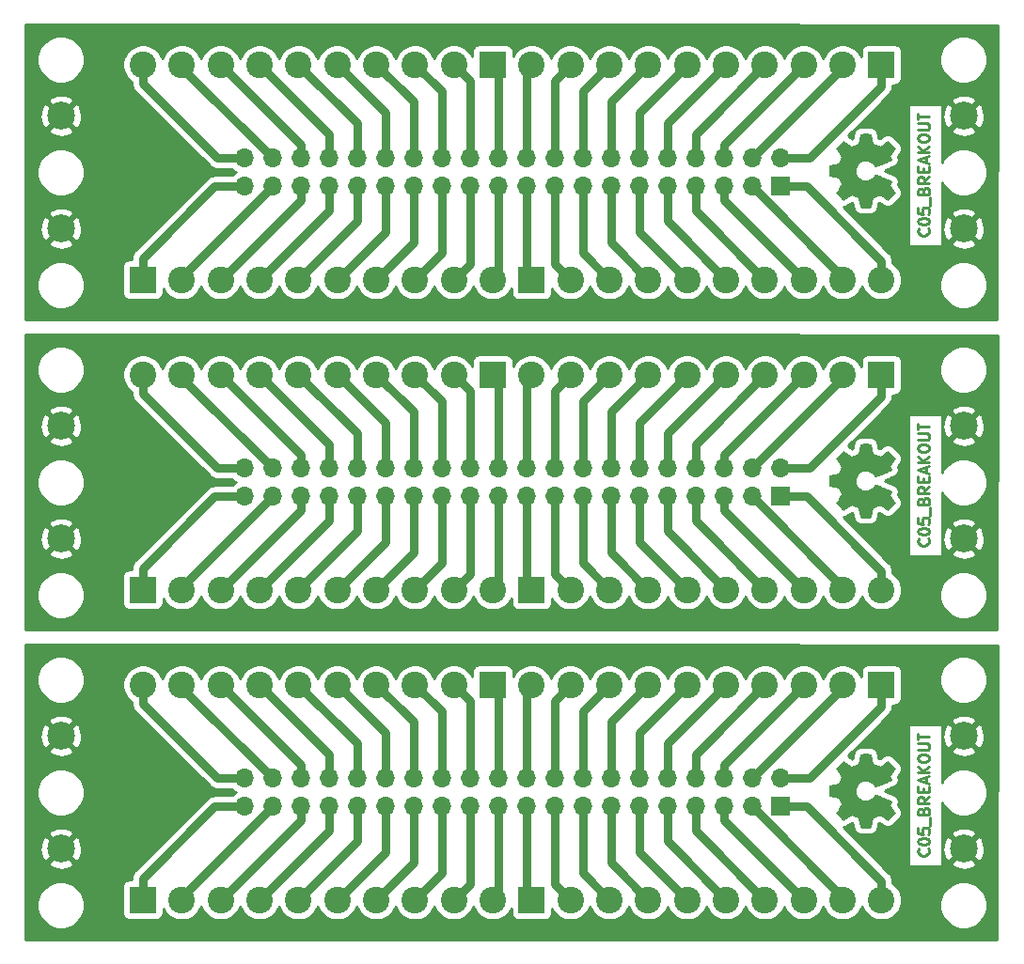
<source format=gbr>
G04 #@! TF.GenerationSoftware,KiCad,Pcbnew,5.1.5-52549c5~86~ubuntu18.04.1*
G04 #@! TF.CreationDate,2020-09-15T13:24:36-05:00*
G04 #@! TF.ProjectId,,58585858-5858-4585-9858-585858585858,rev?*
G04 #@! TF.SameCoordinates,Original*
G04 #@! TF.FileFunction,Copper,L1,Top*
G04 #@! TF.FilePolarity,Positive*
%FSLAX46Y46*%
G04 Gerber Fmt 4.6, Leading zero omitted, Abs format (unit mm)*
G04 Created by KiCad (PCBNEW 5.1.5-52549c5~86~ubuntu18.04.1) date 2020-09-15 13:24:36*
%MOMM*%
%LPD*%
G04 APERTURE LIST*
%ADD10C,0.250000*%
%ADD11C,0.010000*%
%ADD12R,2.400000X2.400000*%
%ADD13C,2.400000*%
%ADD14C,2.499360*%
%ADD15R,1.700000X1.700000*%
%ADD16O,1.700000X1.700000*%
%ADD17C,0.750000*%
%ADD18C,0.254000*%
G04 APERTURE END LIST*
D10*
X179858942Y-136710133D02*
X179906561Y-136757752D01*
X179954180Y-136900609D01*
X179954180Y-136995847D01*
X179906561Y-137138704D01*
X179811323Y-137233942D01*
X179716085Y-137281561D01*
X179525609Y-137329180D01*
X179382752Y-137329180D01*
X179192276Y-137281561D01*
X179097038Y-137233942D01*
X179001800Y-137138704D01*
X178954180Y-136995847D01*
X178954180Y-136900609D01*
X179001800Y-136757752D01*
X179049419Y-136710133D01*
X178954180Y-136091085D02*
X178954180Y-135995847D01*
X179001800Y-135900609D01*
X179049419Y-135852990D01*
X179144657Y-135805371D01*
X179335133Y-135757752D01*
X179573228Y-135757752D01*
X179763704Y-135805371D01*
X179858942Y-135852990D01*
X179906561Y-135900609D01*
X179954180Y-135995847D01*
X179954180Y-136091085D01*
X179906561Y-136186323D01*
X179858942Y-136233942D01*
X179763704Y-136281561D01*
X179573228Y-136329180D01*
X179335133Y-136329180D01*
X179144657Y-136281561D01*
X179049419Y-136233942D01*
X179001800Y-136186323D01*
X178954180Y-136091085D01*
X178954180Y-134852990D02*
X178954180Y-135329180D01*
X179430371Y-135376800D01*
X179382752Y-135329180D01*
X179335133Y-135233942D01*
X179335133Y-134995847D01*
X179382752Y-134900609D01*
X179430371Y-134852990D01*
X179525609Y-134805371D01*
X179763704Y-134805371D01*
X179858942Y-134852990D01*
X179906561Y-134900609D01*
X179954180Y-134995847D01*
X179954180Y-135233942D01*
X179906561Y-135329180D01*
X179858942Y-135376800D01*
X180049419Y-134614895D02*
X180049419Y-133852990D01*
X179430371Y-133281561D02*
X179477990Y-133138704D01*
X179525609Y-133091085D01*
X179620847Y-133043466D01*
X179763704Y-133043466D01*
X179858942Y-133091085D01*
X179906561Y-133138704D01*
X179954180Y-133233942D01*
X179954180Y-133614895D01*
X178954180Y-133614895D01*
X178954180Y-133281561D01*
X179001800Y-133186323D01*
X179049419Y-133138704D01*
X179144657Y-133091085D01*
X179239895Y-133091085D01*
X179335133Y-133138704D01*
X179382752Y-133186323D01*
X179430371Y-133281561D01*
X179430371Y-133614895D01*
X179954180Y-132043466D02*
X179477990Y-132376800D01*
X179954180Y-132614895D02*
X178954180Y-132614895D01*
X178954180Y-132233942D01*
X179001800Y-132138704D01*
X179049419Y-132091085D01*
X179144657Y-132043466D01*
X179287514Y-132043466D01*
X179382752Y-132091085D01*
X179430371Y-132138704D01*
X179477990Y-132233942D01*
X179477990Y-132614895D01*
X179430371Y-131614895D02*
X179430371Y-131281561D01*
X179954180Y-131138704D02*
X179954180Y-131614895D01*
X178954180Y-131614895D01*
X178954180Y-131138704D01*
X179668466Y-130757752D02*
X179668466Y-130281561D01*
X179954180Y-130852990D02*
X178954180Y-130519657D01*
X179954180Y-130186323D01*
X179954180Y-129852990D02*
X178954180Y-129852990D01*
X179954180Y-129281561D02*
X179382752Y-129710133D01*
X178954180Y-129281561D02*
X179525609Y-129852990D01*
X178954180Y-128662514D02*
X178954180Y-128472038D01*
X179001800Y-128376800D01*
X179097038Y-128281561D01*
X179287514Y-128233942D01*
X179620847Y-128233942D01*
X179811323Y-128281561D01*
X179906561Y-128376800D01*
X179954180Y-128472038D01*
X179954180Y-128662514D01*
X179906561Y-128757752D01*
X179811323Y-128852990D01*
X179620847Y-128900609D01*
X179287514Y-128900609D01*
X179097038Y-128852990D01*
X179001800Y-128757752D01*
X178954180Y-128662514D01*
X178954180Y-127805371D02*
X179763704Y-127805371D01*
X179858942Y-127757752D01*
X179906561Y-127710133D01*
X179954180Y-127614895D01*
X179954180Y-127424419D01*
X179906561Y-127329180D01*
X179858942Y-127281561D01*
X179763704Y-127233942D01*
X178954180Y-127233942D01*
X178954180Y-126900609D02*
X178954180Y-126329180D01*
X179954180Y-126614895D02*
X178954180Y-126614895D01*
X179858942Y-108770133D02*
X179906561Y-108817752D01*
X179954180Y-108960609D01*
X179954180Y-109055847D01*
X179906561Y-109198704D01*
X179811323Y-109293942D01*
X179716085Y-109341561D01*
X179525609Y-109389180D01*
X179382752Y-109389180D01*
X179192276Y-109341561D01*
X179097038Y-109293942D01*
X179001800Y-109198704D01*
X178954180Y-109055847D01*
X178954180Y-108960609D01*
X179001800Y-108817752D01*
X179049419Y-108770133D01*
X178954180Y-108151085D02*
X178954180Y-108055847D01*
X179001800Y-107960609D01*
X179049419Y-107912990D01*
X179144657Y-107865371D01*
X179335133Y-107817752D01*
X179573228Y-107817752D01*
X179763704Y-107865371D01*
X179858942Y-107912990D01*
X179906561Y-107960609D01*
X179954180Y-108055847D01*
X179954180Y-108151085D01*
X179906561Y-108246323D01*
X179858942Y-108293942D01*
X179763704Y-108341561D01*
X179573228Y-108389180D01*
X179335133Y-108389180D01*
X179144657Y-108341561D01*
X179049419Y-108293942D01*
X179001800Y-108246323D01*
X178954180Y-108151085D01*
X178954180Y-106912990D02*
X178954180Y-107389180D01*
X179430371Y-107436800D01*
X179382752Y-107389180D01*
X179335133Y-107293942D01*
X179335133Y-107055847D01*
X179382752Y-106960609D01*
X179430371Y-106912990D01*
X179525609Y-106865371D01*
X179763704Y-106865371D01*
X179858942Y-106912990D01*
X179906561Y-106960609D01*
X179954180Y-107055847D01*
X179954180Y-107293942D01*
X179906561Y-107389180D01*
X179858942Y-107436800D01*
X180049419Y-106674895D02*
X180049419Y-105912990D01*
X179430371Y-105341561D02*
X179477990Y-105198704D01*
X179525609Y-105151085D01*
X179620847Y-105103466D01*
X179763704Y-105103466D01*
X179858942Y-105151085D01*
X179906561Y-105198704D01*
X179954180Y-105293942D01*
X179954180Y-105674895D01*
X178954180Y-105674895D01*
X178954180Y-105341561D01*
X179001800Y-105246323D01*
X179049419Y-105198704D01*
X179144657Y-105151085D01*
X179239895Y-105151085D01*
X179335133Y-105198704D01*
X179382752Y-105246323D01*
X179430371Y-105341561D01*
X179430371Y-105674895D01*
X179954180Y-104103466D02*
X179477990Y-104436800D01*
X179954180Y-104674895D02*
X178954180Y-104674895D01*
X178954180Y-104293942D01*
X179001800Y-104198704D01*
X179049419Y-104151085D01*
X179144657Y-104103466D01*
X179287514Y-104103466D01*
X179382752Y-104151085D01*
X179430371Y-104198704D01*
X179477990Y-104293942D01*
X179477990Y-104674895D01*
X179430371Y-103674895D02*
X179430371Y-103341561D01*
X179954180Y-103198704D02*
X179954180Y-103674895D01*
X178954180Y-103674895D01*
X178954180Y-103198704D01*
X179668466Y-102817752D02*
X179668466Y-102341561D01*
X179954180Y-102912990D02*
X178954180Y-102579657D01*
X179954180Y-102246323D01*
X179954180Y-101912990D02*
X178954180Y-101912990D01*
X179954180Y-101341561D02*
X179382752Y-101770133D01*
X178954180Y-101341561D02*
X179525609Y-101912990D01*
X178954180Y-100722514D02*
X178954180Y-100532038D01*
X179001800Y-100436800D01*
X179097038Y-100341561D01*
X179287514Y-100293942D01*
X179620847Y-100293942D01*
X179811323Y-100341561D01*
X179906561Y-100436800D01*
X179954180Y-100532038D01*
X179954180Y-100722514D01*
X179906561Y-100817752D01*
X179811323Y-100912990D01*
X179620847Y-100960609D01*
X179287514Y-100960609D01*
X179097038Y-100912990D01*
X179001800Y-100817752D01*
X178954180Y-100722514D01*
X178954180Y-99865371D02*
X179763704Y-99865371D01*
X179858942Y-99817752D01*
X179906561Y-99770133D01*
X179954180Y-99674895D01*
X179954180Y-99484419D01*
X179906561Y-99389180D01*
X179858942Y-99341561D01*
X179763704Y-99293942D01*
X178954180Y-99293942D01*
X178954180Y-98960609D02*
X178954180Y-98389180D01*
X179954180Y-98674895D02*
X178954180Y-98674895D01*
X179858942Y-80830133D02*
X179906561Y-80877752D01*
X179954180Y-81020609D01*
X179954180Y-81115847D01*
X179906561Y-81258704D01*
X179811323Y-81353942D01*
X179716085Y-81401561D01*
X179525609Y-81449180D01*
X179382752Y-81449180D01*
X179192276Y-81401561D01*
X179097038Y-81353942D01*
X179001800Y-81258704D01*
X178954180Y-81115847D01*
X178954180Y-81020609D01*
X179001800Y-80877752D01*
X179049419Y-80830133D01*
X178954180Y-80211085D02*
X178954180Y-80115847D01*
X179001800Y-80020609D01*
X179049419Y-79972990D01*
X179144657Y-79925371D01*
X179335133Y-79877752D01*
X179573228Y-79877752D01*
X179763704Y-79925371D01*
X179858942Y-79972990D01*
X179906561Y-80020609D01*
X179954180Y-80115847D01*
X179954180Y-80211085D01*
X179906561Y-80306323D01*
X179858942Y-80353942D01*
X179763704Y-80401561D01*
X179573228Y-80449180D01*
X179335133Y-80449180D01*
X179144657Y-80401561D01*
X179049419Y-80353942D01*
X179001800Y-80306323D01*
X178954180Y-80211085D01*
X178954180Y-78972990D02*
X178954180Y-79449180D01*
X179430371Y-79496800D01*
X179382752Y-79449180D01*
X179335133Y-79353942D01*
X179335133Y-79115847D01*
X179382752Y-79020609D01*
X179430371Y-78972990D01*
X179525609Y-78925371D01*
X179763704Y-78925371D01*
X179858942Y-78972990D01*
X179906561Y-79020609D01*
X179954180Y-79115847D01*
X179954180Y-79353942D01*
X179906561Y-79449180D01*
X179858942Y-79496800D01*
X180049419Y-78734895D02*
X180049419Y-77972990D01*
X179430371Y-77401561D02*
X179477990Y-77258704D01*
X179525609Y-77211085D01*
X179620847Y-77163466D01*
X179763704Y-77163466D01*
X179858942Y-77211085D01*
X179906561Y-77258704D01*
X179954180Y-77353942D01*
X179954180Y-77734895D01*
X178954180Y-77734895D01*
X178954180Y-77401561D01*
X179001800Y-77306323D01*
X179049419Y-77258704D01*
X179144657Y-77211085D01*
X179239895Y-77211085D01*
X179335133Y-77258704D01*
X179382752Y-77306323D01*
X179430371Y-77401561D01*
X179430371Y-77734895D01*
X179954180Y-76163466D02*
X179477990Y-76496800D01*
X179954180Y-76734895D02*
X178954180Y-76734895D01*
X178954180Y-76353942D01*
X179001800Y-76258704D01*
X179049419Y-76211085D01*
X179144657Y-76163466D01*
X179287514Y-76163466D01*
X179382752Y-76211085D01*
X179430371Y-76258704D01*
X179477990Y-76353942D01*
X179477990Y-76734895D01*
X179430371Y-75734895D02*
X179430371Y-75401561D01*
X179954180Y-75258704D02*
X179954180Y-75734895D01*
X178954180Y-75734895D01*
X178954180Y-75258704D01*
X179668466Y-74877752D02*
X179668466Y-74401561D01*
X179954180Y-74972990D02*
X178954180Y-74639657D01*
X179954180Y-74306323D01*
X179954180Y-73972990D02*
X178954180Y-73972990D01*
X179954180Y-73401561D02*
X179382752Y-73830133D01*
X178954180Y-73401561D02*
X179525609Y-73972990D01*
X178954180Y-72782514D02*
X178954180Y-72592038D01*
X179001800Y-72496800D01*
X179097038Y-72401561D01*
X179287514Y-72353942D01*
X179620847Y-72353942D01*
X179811323Y-72401561D01*
X179906561Y-72496800D01*
X179954180Y-72592038D01*
X179954180Y-72782514D01*
X179906561Y-72877752D01*
X179811323Y-72972990D01*
X179620847Y-73020609D01*
X179287514Y-73020609D01*
X179097038Y-72972990D01*
X179001800Y-72877752D01*
X178954180Y-72782514D01*
X178954180Y-71925371D02*
X179763704Y-71925371D01*
X179858942Y-71877752D01*
X179906561Y-71830133D01*
X179954180Y-71734895D01*
X179954180Y-71544419D01*
X179906561Y-71449180D01*
X179858942Y-71401561D01*
X179763704Y-71353942D01*
X178954180Y-71353942D01*
X178954180Y-71020609D02*
X178954180Y-70449180D01*
X179954180Y-70734895D02*
X178954180Y-70734895D01*
D11*
G36*
X171382731Y-130939986D02*
G01*
X171827355Y-130856165D01*
X171954853Y-130546880D01*
X172082351Y-130237594D01*
X171830046Y-129866554D01*
X171759796Y-129762643D01*
X171697072Y-129668713D01*
X171644738Y-129589148D01*
X171605657Y-129528330D01*
X171582693Y-129490643D01*
X171577742Y-129480379D01*
X171590476Y-129461890D01*
X171625682Y-129422380D01*
X171678862Y-129366278D01*
X171745518Y-129298013D01*
X171821154Y-129222014D01*
X171901272Y-129142708D01*
X171981374Y-129064525D01*
X172056964Y-128991893D01*
X172123545Y-128929241D01*
X172176618Y-128880997D01*
X172211687Y-128851590D01*
X172223423Y-128844559D01*
X172245060Y-128854677D01*
X172292462Y-128883041D01*
X172360993Y-128926671D01*
X172446015Y-128982582D01*
X172542893Y-129047794D01*
X172598150Y-129085581D01*
X172699048Y-129154457D01*
X172790099Y-129215660D01*
X172866770Y-129266222D01*
X172924528Y-129303172D01*
X172958843Y-129323542D01*
X172966054Y-129326603D01*
X172986548Y-129319664D01*
X173034313Y-129300749D01*
X173102632Y-129272713D01*
X173184789Y-129238409D01*
X173274070Y-129200691D01*
X173363758Y-129162413D01*
X173447138Y-129126430D01*
X173517494Y-129095594D01*
X173568110Y-129072761D01*
X173592271Y-129060783D01*
X173593222Y-129060076D01*
X173597836Y-129041269D01*
X173608128Y-128991182D01*
X173623087Y-128915007D01*
X173641701Y-128817935D01*
X173662959Y-128705157D01*
X173675218Y-128639358D01*
X173698162Y-128518850D01*
X173719995Y-128410003D01*
X173739522Y-128318324D01*
X173755548Y-128249319D01*
X173766879Y-128208496D01*
X173770474Y-128200289D01*
X173794806Y-128192252D01*
X173849759Y-128185767D01*
X173928908Y-128180830D01*
X174025826Y-128177436D01*
X174134087Y-128175582D01*
X174247265Y-128175262D01*
X174358935Y-128176473D01*
X174462668Y-128179210D01*
X174552041Y-128183469D01*
X174620626Y-128189245D01*
X174661997Y-128196533D01*
X174670610Y-128200905D01*
X174680933Y-128227036D01*
X174695692Y-128282407D01*
X174713152Y-128359693D01*
X174731580Y-128451570D01*
X174737541Y-128483642D01*
X174765866Y-128638276D01*
X174788676Y-128760425D01*
X174806880Y-128854127D01*
X174821383Y-128923416D01*
X174833092Y-128972329D01*
X174842915Y-129004903D01*
X174851756Y-129025172D01*
X174860524Y-129037174D01*
X174862257Y-129038853D01*
X174890171Y-129055616D01*
X174944495Y-129081186D01*
X175018577Y-129113012D01*
X175105765Y-129148540D01*
X175199408Y-129185217D01*
X175292852Y-129220489D01*
X175379447Y-129251804D01*
X175452540Y-129276607D01*
X175505478Y-129292346D01*
X175531611Y-129296468D01*
X175532526Y-129296124D01*
X175553886Y-129282159D01*
X175600884Y-129250478D01*
X175668627Y-129204409D01*
X175752223Y-129147282D01*
X175846782Y-129082427D01*
X175873654Y-129063957D01*
X175971075Y-128998101D01*
X176059963Y-128940150D01*
X176135212Y-128893262D01*
X176191720Y-128860593D01*
X176224381Y-128845300D01*
X176228393Y-128844559D01*
X176249484Y-128857408D01*
X176291264Y-128892912D01*
X176349245Y-128946507D01*
X176418935Y-129013629D01*
X176495845Y-129089713D01*
X176575483Y-129170196D01*
X176653361Y-129250513D01*
X176724986Y-129326101D01*
X176785870Y-129392395D01*
X176831521Y-129444831D01*
X176857450Y-129478845D01*
X176861683Y-129488255D01*
X176851712Y-129510157D01*
X176824820Y-129555000D01*
X176785536Y-129615479D01*
X176753917Y-129662011D01*
X176695898Y-129746325D01*
X176627584Y-129846174D01*
X176559379Y-129946327D01*
X176522875Y-130000173D01*
X176399600Y-130182429D01*
X176482320Y-130335419D01*
X176518559Y-130405118D01*
X176546726Y-130464386D01*
X176562791Y-130504489D01*
X176565026Y-130514697D01*
X176548522Y-130526971D01*
X176501882Y-130551187D01*
X176429409Y-130585537D01*
X176335406Y-130628212D01*
X176224174Y-130677406D01*
X176100015Y-130731310D01*
X175967232Y-130788116D01*
X175830127Y-130846018D01*
X175693002Y-130903207D01*
X175560158Y-130957876D01*
X175435898Y-131008216D01*
X175324525Y-131052420D01*
X175230339Y-131088681D01*
X175157644Y-131115191D01*
X175110741Y-131130142D01*
X175094633Y-131132546D01*
X175074086Y-131113489D01*
X175040733Y-131071764D01*
X175001502Y-131016094D01*
X174998399Y-131011422D01*
X174883223Y-130867536D01*
X174748853Y-130751517D01*
X174599584Y-130664370D01*
X174439713Y-130607101D01*
X174273537Y-130580714D01*
X174105352Y-130586215D01*
X173939455Y-130624610D01*
X173780142Y-130696905D01*
X173745287Y-130718174D01*
X173604537Y-130828804D01*
X173491514Y-130959498D01*
X173406803Y-131105736D01*
X173350994Y-131262992D01*
X173324674Y-131426743D01*
X173328430Y-131592467D01*
X173362850Y-131755638D01*
X173428523Y-131911735D01*
X173526035Y-132056233D01*
X173565613Y-132100931D01*
X173689503Y-132214688D01*
X173819924Y-132297582D01*
X173966115Y-132354444D01*
X174110888Y-132386113D01*
X174273660Y-132393931D01*
X174437240Y-132367862D01*
X174596098Y-132310555D01*
X174744706Y-132224656D01*
X174877535Y-132112814D01*
X174989056Y-131977677D01*
X175000811Y-131959917D01*
X175039308Y-131903650D01*
X175072663Y-131860877D01*
X175093960Y-131840428D01*
X175094633Y-131840131D01*
X175117671Y-131844521D01*
X175169957Y-131861924D01*
X175247190Y-131890532D01*
X175345068Y-131928535D01*
X175459291Y-131974126D01*
X175585558Y-132025497D01*
X175719567Y-132080838D01*
X175857018Y-132138342D01*
X175993608Y-132196199D01*
X176125037Y-132252602D01*
X176247005Y-132305742D01*
X176355209Y-132353810D01*
X176445349Y-132394999D01*
X176513123Y-132427499D01*
X176554230Y-132449503D01*
X176565026Y-132458364D01*
X176556619Y-132485440D01*
X176534072Y-132536103D01*
X176501413Y-132601617D01*
X176482320Y-132637641D01*
X176399600Y-132790632D01*
X176522875Y-132972888D01*
X176586028Y-133065925D01*
X176655527Y-133167785D01*
X176720965Y-133263238D01*
X176753917Y-133311050D01*
X176799073Y-133378295D01*
X176834857Y-133435236D01*
X176856738Y-133474446D01*
X176861363Y-133487181D01*
X176848885Y-133505717D01*
X176814052Y-133546741D01*
X176760478Y-133606275D01*
X176691783Y-133680342D01*
X176611581Y-133764965D01*
X176560086Y-133818485D01*
X176468086Y-133912119D01*
X176385799Y-133993041D01*
X176316745Y-134057977D01*
X176264444Y-134103658D01*
X176232416Y-134126811D01*
X176225916Y-134129032D01*
X176201194Y-134118724D01*
X176151205Y-134090239D01*
X176081012Y-134046737D01*
X175995675Y-133991377D01*
X175900256Y-133927320D01*
X175873654Y-133909103D01*
X175776967Y-133842727D01*
X175689917Y-133783178D01*
X175617395Y-133733784D01*
X175564293Y-133697875D01*
X175535503Y-133678781D01*
X175532526Y-133676936D01*
X175509582Y-133679695D01*
X175459136Y-133694338D01*
X175387841Y-133718313D01*
X175302347Y-133749066D01*
X175209307Y-133784044D01*
X175115374Y-133820693D01*
X175027199Y-133856461D01*
X174951434Y-133888794D01*
X174894731Y-133915138D01*
X174863743Y-133932942D01*
X174862257Y-133934207D01*
X174853401Y-133945094D01*
X174844643Y-133963482D01*
X174835077Y-133993406D01*
X174823796Y-134038903D01*
X174809893Y-134104009D01*
X174792463Y-134192761D01*
X174770598Y-134309193D01*
X174743391Y-134457342D01*
X174737541Y-134489418D01*
X174719174Y-134584486D01*
X174701205Y-134667365D01*
X174685369Y-134730730D01*
X174673400Y-134767258D01*
X174670610Y-134772156D01*
X174645872Y-134780227D01*
X174590590Y-134786787D01*
X174511189Y-134791833D01*
X174414096Y-134795359D01*
X174305738Y-134797361D01*
X174192540Y-134797836D01*
X174080928Y-134796777D01*
X173977329Y-134794182D01*
X173888168Y-134790046D01*
X173819872Y-134784363D01*
X173778866Y-134777131D01*
X173770474Y-134772771D01*
X173762008Y-134748498D01*
X173748235Y-134693226D01*
X173730350Y-134612462D01*
X173709548Y-134511712D01*
X173687023Y-134396483D01*
X173675218Y-134333702D01*
X173652951Y-134214587D01*
X173632779Y-134108365D01*
X173615715Y-134020227D01*
X173602769Y-133955366D01*
X173594955Y-133918974D01*
X173593222Y-133912984D01*
X173573690Y-133902861D01*
X173526643Y-133881462D01*
X173458803Y-133851639D01*
X173376891Y-133816245D01*
X173287628Y-133778132D01*
X173197735Y-133740153D01*
X173113935Y-133705160D01*
X173042947Y-133676006D01*
X172991494Y-133655543D01*
X172966297Y-133646623D01*
X172965196Y-133646457D01*
X172945319Y-133656569D01*
X172899577Y-133684917D01*
X172832517Y-133728523D01*
X172748684Y-133784406D01*
X172652626Y-133849587D01*
X172597450Y-133887479D01*
X172496281Y-133956525D01*
X172404430Y-134017850D01*
X172326544Y-134068463D01*
X172267269Y-134105371D01*
X172231251Y-134125582D01*
X172223177Y-134128501D01*
X172204384Y-134115953D01*
X172164257Y-134081263D01*
X172107293Y-134028863D01*
X172037985Y-133963184D01*
X171960831Y-133888656D01*
X171880325Y-133809713D01*
X171800963Y-133730783D01*
X171727240Y-133656300D01*
X171663652Y-133590694D01*
X171614694Y-133538396D01*
X171584861Y-133503839D01*
X171577742Y-133492278D01*
X171587753Y-133473454D01*
X171615878Y-133428431D01*
X171659254Y-133361587D01*
X171715018Y-133277299D01*
X171780306Y-133179944D01*
X171830046Y-133106507D01*
X172082351Y-132735467D01*
X171827355Y-132116895D01*
X171382731Y-132033075D01*
X170938107Y-131949254D01*
X170938107Y-131023806D01*
X171382731Y-130939986D01*
G37*
X171382731Y-130939986D02*
X171827355Y-130856165D01*
X171954853Y-130546880D01*
X172082351Y-130237594D01*
X171830046Y-129866554D01*
X171759796Y-129762643D01*
X171697072Y-129668713D01*
X171644738Y-129589148D01*
X171605657Y-129528330D01*
X171582693Y-129490643D01*
X171577742Y-129480379D01*
X171590476Y-129461890D01*
X171625682Y-129422380D01*
X171678862Y-129366278D01*
X171745518Y-129298013D01*
X171821154Y-129222014D01*
X171901272Y-129142708D01*
X171981374Y-129064525D01*
X172056964Y-128991893D01*
X172123545Y-128929241D01*
X172176618Y-128880997D01*
X172211687Y-128851590D01*
X172223423Y-128844559D01*
X172245060Y-128854677D01*
X172292462Y-128883041D01*
X172360993Y-128926671D01*
X172446015Y-128982582D01*
X172542893Y-129047794D01*
X172598150Y-129085581D01*
X172699048Y-129154457D01*
X172790099Y-129215660D01*
X172866770Y-129266222D01*
X172924528Y-129303172D01*
X172958843Y-129323542D01*
X172966054Y-129326603D01*
X172986548Y-129319664D01*
X173034313Y-129300749D01*
X173102632Y-129272713D01*
X173184789Y-129238409D01*
X173274070Y-129200691D01*
X173363758Y-129162413D01*
X173447138Y-129126430D01*
X173517494Y-129095594D01*
X173568110Y-129072761D01*
X173592271Y-129060783D01*
X173593222Y-129060076D01*
X173597836Y-129041269D01*
X173608128Y-128991182D01*
X173623087Y-128915007D01*
X173641701Y-128817935D01*
X173662959Y-128705157D01*
X173675218Y-128639358D01*
X173698162Y-128518850D01*
X173719995Y-128410003D01*
X173739522Y-128318324D01*
X173755548Y-128249319D01*
X173766879Y-128208496D01*
X173770474Y-128200289D01*
X173794806Y-128192252D01*
X173849759Y-128185767D01*
X173928908Y-128180830D01*
X174025826Y-128177436D01*
X174134087Y-128175582D01*
X174247265Y-128175262D01*
X174358935Y-128176473D01*
X174462668Y-128179210D01*
X174552041Y-128183469D01*
X174620626Y-128189245D01*
X174661997Y-128196533D01*
X174670610Y-128200905D01*
X174680933Y-128227036D01*
X174695692Y-128282407D01*
X174713152Y-128359693D01*
X174731580Y-128451570D01*
X174737541Y-128483642D01*
X174765866Y-128638276D01*
X174788676Y-128760425D01*
X174806880Y-128854127D01*
X174821383Y-128923416D01*
X174833092Y-128972329D01*
X174842915Y-129004903D01*
X174851756Y-129025172D01*
X174860524Y-129037174D01*
X174862257Y-129038853D01*
X174890171Y-129055616D01*
X174944495Y-129081186D01*
X175018577Y-129113012D01*
X175105765Y-129148540D01*
X175199408Y-129185217D01*
X175292852Y-129220489D01*
X175379447Y-129251804D01*
X175452540Y-129276607D01*
X175505478Y-129292346D01*
X175531611Y-129296468D01*
X175532526Y-129296124D01*
X175553886Y-129282159D01*
X175600884Y-129250478D01*
X175668627Y-129204409D01*
X175752223Y-129147282D01*
X175846782Y-129082427D01*
X175873654Y-129063957D01*
X175971075Y-128998101D01*
X176059963Y-128940150D01*
X176135212Y-128893262D01*
X176191720Y-128860593D01*
X176224381Y-128845300D01*
X176228393Y-128844559D01*
X176249484Y-128857408D01*
X176291264Y-128892912D01*
X176349245Y-128946507D01*
X176418935Y-129013629D01*
X176495845Y-129089713D01*
X176575483Y-129170196D01*
X176653361Y-129250513D01*
X176724986Y-129326101D01*
X176785870Y-129392395D01*
X176831521Y-129444831D01*
X176857450Y-129478845D01*
X176861683Y-129488255D01*
X176851712Y-129510157D01*
X176824820Y-129555000D01*
X176785536Y-129615479D01*
X176753917Y-129662011D01*
X176695898Y-129746325D01*
X176627584Y-129846174D01*
X176559379Y-129946327D01*
X176522875Y-130000173D01*
X176399600Y-130182429D01*
X176482320Y-130335419D01*
X176518559Y-130405118D01*
X176546726Y-130464386D01*
X176562791Y-130504489D01*
X176565026Y-130514697D01*
X176548522Y-130526971D01*
X176501882Y-130551187D01*
X176429409Y-130585537D01*
X176335406Y-130628212D01*
X176224174Y-130677406D01*
X176100015Y-130731310D01*
X175967232Y-130788116D01*
X175830127Y-130846018D01*
X175693002Y-130903207D01*
X175560158Y-130957876D01*
X175435898Y-131008216D01*
X175324525Y-131052420D01*
X175230339Y-131088681D01*
X175157644Y-131115191D01*
X175110741Y-131130142D01*
X175094633Y-131132546D01*
X175074086Y-131113489D01*
X175040733Y-131071764D01*
X175001502Y-131016094D01*
X174998399Y-131011422D01*
X174883223Y-130867536D01*
X174748853Y-130751517D01*
X174599584Y-130664370D01*
X174439713Y-130607101D01*
X174273537Y-130580714D01*
X174105352Y-130586215D01*
X173939455Y-130624610D01*
X173780142Y-130696905D01*
X173745287Y-130718174D01*
X173604537Y-130828804D01*
X173491514Y-130959498D01*
X173406803Y-131105736D01*
X173350994Y-131262992D01*
X173324674Y-131426743D01*
X173328430Y-131592467D01*
X173362850Y-131755638D01*
X173428523Y-131911735D01*
X173526035Y-132056233D01*
X173565613Y-132100931D01*
X173689503Y-132214688D01*
X173819924Y-132297582D01*
X173966115Y-132354444D01*
X174110888Y-132386113D01*
X174273660Y-132393931D01*
X174437240Y-132367862D01*
X174596098Y-132310555D01*
X174744706Y-132224656D01*
X174877535Y-132112814D01*
X174989056Y-131977677D01*
X175000811Y-131959917D01*
X175039308Y-131903650D01*
X175072663Y-131860877D01*
X175093960Y-131840428D01*
X175094633Y-131840131D01*
X175117671Y-131844521D01*
X175169957Y-131861924D01*
X175247190Y-131890532D01*
X175345068Y-131928535D01*
X175459291Y-131974126D01*
X175585558Y-132025497D01*
X175719567Y-132080838D01*
X175857018Y-132138342D01*
X175993608Y-132196199D01*
X176125037Y-132252602D01*
X176247005Y-132305742D01*
X176355209Y-132353810D01*
X176445349Y-132394999D01*
X176513123Y-132427499D01*
X176554230Y-132449503D01*
X176565026Y-132458364D01*
X176556619Y-132485440D01*
X176534072Y-132536103D01*
X176501413Y-132601617D01*
X176482320Y-132637641D01*
X176399600Y-132790632D01*
X176522875Y-132972888D01*
X176586028Y-133065925D01*
X176655527Y-133167785D01*
X176720965Y-133263238D01*
X176753917Y-133311050D01*
X176799073Y-133378295D01*
X176834857Y-133435236D01*
X176856738Y-133474446D01*
X176861363Y-133487181D01*
X176848885Y-133505717D01*
X176814052Y-133546741D01*
X176760478Y-133606275D01*
X176691783Y-133680342D01*
X176611581Y-133764965D01*
X176560086Y-133818485D01*
X176468086Y-133912119D01*
X176385799Y-133993041D01*
X176316745Y-134057977D01*
X176264444Y-134103658D01*
X176232416Y-134126811D01*
X176225916Y-134129032D01*
X176201194Y-134118724D01*
X176151205Y-134090239D01*
X176081012Y-134046737D01*
X175995675Y-133991377D01*
X175900256Y-133927320D01*
X175873654Y-133909103D01*
X175776967Y-133842727D01*
X175689917Y-133783178D01*
X175617395Y-133733784D01*
X175564293Y-133697875D01*
X175535503Y-133678781D01*
X175532526Y-133676936D01*
X175509582Y-133679695D01*
X175459136Y-133694338D01*
X175387841Y-133718313D01*
X175302347Y-133749066D01*
X175209307Y-133784044D01*
X175115374Y-133820693D01*
X175027199Y-133856461D01*
X174951434Y-133888794D01*
X174894731Y-133915138D01*
X174863743Y-133932942D01*
X174862257Y-133934207D01*
X174853401Y-133945094D01*
X174844643Y-133963482D01*
X174835077Y-133993406D01*
X174823796Y-134038903D01*
X174809893Y-134104009D01*
X174792463Y-134192761D01*
X174770598Y-134309193D01*
X174743391Y-134457342D01*
X174737541Y-134489418D01*
X174719174Y-134584486D01*
X174701205Y-134667365D01*
X174685369Y-134730730D01*
X174673400Y-134767258D01*
X174670610Y-134772156D01*
X174645872Y-134780227D01*
X174590590Y-134786787D01*
X174511189Y-134791833D01*
X174414096Y-134795359D01*
X174305738Y-134797361D01*
X174192540Y-134797836D01*
X174080928Y-134796777D01*
X173977329Y-134794182D01*
X173888168Y-134790046D01*
X173819872Y-134784363D01*
X173778866Y-134777131D01*
X173770474Y-134772771D01*
X173762008Y-134748498D01*
X173748235Y-134693226D01*
X173730350Y-134612462D01*
X173709548Y-134511712D01*
X173687023Y-134396483D01*
X173675218Y-134333702D01*
X173652951Y-134214587D01*
X173632779Y-134108365D01*
X173615715Y-134020227D01*
X173602769Y-133955366D01*
X173594955Y-133918974D01*
X173593222Y-133912984D01*
X173573690Y-133902861D01*
X173526643Y-133881462D01*
X173458803Y-133851639D01*
X173376891Y-133816245D01*
X173287628Y-133778132D01*
X173197735Y-133740153D01*
X173113935Y-133705160D01*
X173042947Y-133676006D01*
X172991494Y-133655543D01*
X172966297Y-133646623D01*
X172965196Y-133646457D01*
X172945319Y-133656569D01*
X172899577Y-133684917D01*
X172832517Y-133728523D01*
X172748684Y-133784406D01*
X172652626Y-133849587D01*
X172597450Y-133887479D01*
X172496281Y-133956525D01*
X172404430Y-134017850D01*
X172326544Y-134068463D01*
X172267269Y-134105371D01*
X172231251Y-134125582D01*
X172223177Y-134128501D01*
X172204384Y-134115953D01*
X172164257Y-134081263D01*
X172107293Y-134028863D01*
X172037985Y-133963184D01*
X171960831Y-133888656D01*
X171880325Y-133809713D01*
X171800963Y-133730783D01*
X171727240Y-133656300D01*
X171663652Y-133590694D01*
X171614694Y-133538396D01*
X171584861Y-133503839D01*
X171577742Y-133492278D01*
X171587753Y-133473454D01*
X171615878Y-133428431D01*
X171659254Y-133361587D01*
X171715018Y-133277299D01*
X171780306Y-133179944D01*
X171830046Y-133106507D01*
X172082351Y-132735467D01*
X171827355Y-132116895D01*
X171382731Y-132033075D01*
X170938107Y-131949254D01*
X170938107Y-131023806D01*
X171382731Y-130939986D01*
G36*
X171382731Y-102999986D02*
G01*
X171827355Y-102916165D01*
X171954853Y-102606880D01*
X172082351Y-102297594D01*
X171830046Y-101926554D01*
X171759796Y-101822643D01*
X171697072Y-101728713D01*
X171644738Y-101649148D01*
X171605657Y-101588330D01*
X171582693Y-101550643D01*
X171577742Y-101540379D01*
X171590476Y-101521890D01*
X171625682Y-101482380D01*
X171678862Y-101426278D01*
X171745518Y-101358013D01*
X171821154Y-101282014D01*
X171901272Y-101202708D01*
X171981374Y-101124525D01*
X172056964Y-101051893D01*
X172123545Y-100989241D01*
X172176618Y-100940997D01*
X172211687Y-100911590D01*
X172223423Y-100904559D01*
X172245060Y-100914677D01*
X172292462Y-100943041D01*
X172360993Y-100986671D01*
X172446015Y-101042582D01*
X172542893Y-101107794D01*
X172598150Y-101145581D01*
X172699048Y-101214457D01*
X172790099Y-101275660D01*
X172866770Y-101326222D01*
X172924528Y-101363172D01*
X172958843Y-101383542D01*
X172966054Y-101386603D01*
X172986548Y-101379664D01*
X173034313Y-101360749D01*
X173102632Y-101332713D01*
X173184789Y-101298409D01*
X173274070Y-101260691D01*
X173363758Y-101222413D01*
X173447138Y-101186430D01*
X173517494Y-101155594D01*
X173568110Y-101132761D01*
X173592271Y-101120783D01*
X173593222Y-101120076D01*
X173597836Y-101101269D01*
X173608128Y-101051182D01*
X173623087Y-100975007D01*
X173641701Y-100877935D01*
X173662959Y-100765157D01*
X173675218Y-100699358D01*
X173698162Y-100578850D01*
X173719995Y-100470003D01*
X173739522Y-100378324D01*
X173755548Y-100309319D01*
X173766879Y-100268496D01*
X173770474Y-100260289D01*
X173794806Y-100252252D01*
X173849759Y-100245767D01*
X173928908Y-100240830D01*
X174025826Y-100237436D01*
X174134087Y-100235582D01*
X174247265Y-100235262D01*
X174358935Y-100236473D01*
X174462668Y-100239210D01*
X174552041Y-100243469D01*
X174620626Y-100249245D01*
X174661997Y-100256533D01*
X174670610Y-100260905D01*
X174680933Y-100287036D01*
X174695692Y-100342407D01*
X174713152Y-100419693D01*
X174731580Y-100511570D01*
X174737541Y-100543642D01*
X174765866Y-100698276D01*
X174788676Y-100820425D01*
X174806880Y-100914127D01*
X174821383Y-100983416D01*
X174833092Y-101032329D01*
X174842915Y-101064903D01*
X174851756Y-101085172D01*
X174860524Y-101097174D01*
X174862257Y-101098853D01*
X174890171Y-101115616D01*
X174944495Y-101141186D01*
X175018577Y-101173012D01*
X175105765Y-101208540D01*
X175199408Y-101245217D01*
X175292852Y-101280489D01*
X175379447Y-101311804D01*
X175452540Y-101336607D01*
X175505478Y-101352346D01*
X175531611Y-101356468D01*
X175532526Y-101356124D01*
X175553886Y-101342159D01*
X175600884Y-101310478D01*
X175668627Y-101264409D01*
X175752223Y-101207282D01*
X175846782Y-101142427D01*
X175873654Y-101123957D01*
X175971075Y-101058101D01*
X176059963Y-101000150D01*
X176135212Y-100953262D01*
X176191720Y-100920593D01*
X176224381Y-100905300D01*
X176228393Y-100904559D01*
X176249484Y-100917408D01*
X176291264Y-100952912D01*
X176349245Y-101006507D01*
X176418935Y-101073629D01*
X176495845Y-101149713D01*
X176575483Y-101230196D01*
X176653361Y-101310513D01*
X176724986Y-101386101D01*
X176785870Y-101452395D01*
X176831521Y-101504831D01*
X176857450Y-101538845D01*
X176861683Y-101548255D01*
X176851712Y-101570157D01*
X176824820Y-101615000D01*
X176785536Y-101675479D01*
X176753917Y-101722011D01*
X176695898Y-101806325D01*
X176627584Y-101906174D01*
X176559379Y-102006327D01*
X176522875Y-102060173D01*
X176399600Y-102242429D01*
X176482320Y-102395419D01*
X176518559Y-102465118D01*
X176546726Y-102524386D01*
X176562791Y-102564489D01*
X176565026Y-102574697D01*
X176548522Y-102586971D01*
X176501882Y-102611187D01*
X176429409Y-102645537D01*
X176335406Y-102688212D01*
X176224174Y-102737406D01*
X176100015Y-102791310D01*
X175967232Y-102848116D01*
X175830127Y-102906018D01*
X175693002Y-102963207D01*
X175560158Y-103017876D01*
X175435898Y-103068216D01*
X175324525Y-103112420D01*
X175230339Y-103148681D01*
X175157644Y-103175191D01*
X175110741Y-103190142D01*
X175094633Y-103192546D01*
X175074086Y-103173489D01*
X175040733Y-103131764D01*
X175001502Y-103076094D01*
X174998399Y-103071422D01*
X174883223Y-102927536D01*
X174748853Y-102811517D01*
X174599584Y-102724370D01*
X174439713Y-102667101D01*
X174273537Y-102640714D01*
X174105352Y-102646215D01*
X173939455Y-102684610D01*
X173780142Y-102756905D01*
X173745287Y-102778174D01*
X173604537Y-102888804D01*
X173491514Y-103019498D01*
X173406803Y-103165736D01*
X173350994Y-103322992D01*
X173324674Y-103486743D01*
X173328430Y-103652467D01*
X173362850Y-103815638D01*
X173428523Y-103971735D01*
X173526035Y-104116233D01*
X173565613Y-104160931D01*
X173689503Y-104274688D01*
X173819924Y-104357582D01*
X173966115Y-104414444D01*
X174110888Y-104446113D01*
X174273660Y-104453931D01*
X174437240Y-104427862D01*
X174596098Y-104370555D01*
X174744706Y-104284656D01*
X174877535Y-104172814D01*
X174989056Y-104037677D01*
X175000811Y-104019917D01*
X175039308Y-103963650D01*
X175072663Y-103920877D01*
X175093960Y-103900428D01*
X175094633Y-103900131D01*
X175117671Y-103904521D01*
X175169957Y-103921924D01*
X175247190Y-103950532D01*
X175345068Y-103988535D01*
X175459291Y-104034126D01*
X175585558Y-104085497D01*
X175719567Y-104140838D01*
X175857018Y-104198342D01*
X175993608Y-104256199D01*
X176125037Y-104312602D01*
X176247005Y-104365742D01*
X176355209Y-104413810D01*
X176445349Y-104454999D01*
X176513123Y-104487499D01*
X176554230Y-104509503D01*
X176565026Y-104518364D01*
X176556619Y-104545440D01*
X176534072Y-104596103D01*
X176501413Y-104661617D01*
X176482320Y-104697641D01*
X176399600Y-104850632D01*
X176522875Y-105032888D01*
X176586028Y-105125925D01*
X176655527Y-105227785D01*
X176720965Y-105323238D01*
X176753917Y-105371050D01*
X176799073Y-105438295D01*
X176834857Y-105495236D01*
X176856738Y-105534446D01*
X176861363Y-105547181D01*
X176848885Y-105565717D01*
X176814052Y-105606741D01*
X176760478Y-105666275D01*
X176691783Y-105740342D01*
X176611581Y-105824965D01*
X176560086Y-105878485D01*
X176468086Y-105972119D01*
X176385799Y-106053041D01*
X176316745Y-106117977D01*
X176264444Y-106163658D01*
X176232416Y-106186811D01*
X176225916Y-106189032D01*
X176201194Y-106178724D01*
X176151205Y-106150239D01*
X176081012Y-106106737D01*
X175995675Y-106051377D01*
X175900256Y-105987320D01*
X175873654Y-105969103D01*
X175776967Y-105902727D01*
X175689917Y-105843178D01*
X175617395Y-105793784D01*
X175564293Y-105757875D01*
X175535503Y-105738781D01*
X175532526Y-105736936D01*
X175509582Y-105739695D01*
X175459136Y-105754338D01*
X175387841Y-105778313D01*
X175302347Y-105809066D01*
X175209307Y-105844044D01*
X175115374Y-105880693D01*
X175027199Y-105916461D01*
X174951434Y-105948794D01*
X174894731Y-105975138D01*
X174863743Y-105992942D01*
X174862257Y-105994207D01*
X174853401Y-106005094D01*
X174844643Y-106023482D01*
X174835077Y-106053406D01*
X174823796Y-106098903D01*
X174809893Y-106164009D01*
X174792463Y-106252761D01*
X174770598Y-106369193D01*
X174743391Y-106517342D01*
X174737541Y-106549418D01*
X174719174Y-106644486D01*
X174701205Y-106727365D01*
X174685369Y-106790730D01*
X174673400Y-106827258D01*
X174670610Y-106832156D01*
X174645872Y-106840227D01*
X174590590Y-106846787D01*
X174511189Y-106851833D01*
X174414096Y-106855359D01*
X174305738Y-106857361D01*
X174192540Y-106857836D01*
X174080928Y-106856777D01*
X173977329Y-106854182D01*
X173888168Y-106850046D01*
X173819872Y-106844363D01*
X173778866Y-106837131D01*
X173770474Y-106832771D01*
X173762008Y-106808498D01*
X173748235Y-106753226D01*
X173730350Y-106672462D01*
X173709548Y-106571712D01*
X173687023Y-106456483D01*
X173675218Y-106393702D01*
X173652951Y-106274587D01*
X173632779Y-106168365D01*
X173615715Y-106080227D01*
X173602769Y-106015366D01*
X173594955Y-105978974D01*
X173593222Y-105972984D01*
X173573690Y-105962861D01*
X173526643Y-105941462D01*
X173458803Y-105911639D01*
X173376891Y-105876245D01*
X173287628Y-105838132D01*
X173197735Y-105800153D01*
X173113935Y-105765160D01*
X173042947Y-105736006D01*
X172991494Y-105715543D01*
X172966297Y-105706623D01*
X172965196Y-105706457D01*
X172945319Y-105716569D01*
X172899577Y-105744917D01*
X172832517Y-105788523D01*
X172748684Y-105844406D01*
X172652626Y-105909587D01*
X172597450Y-105947479D01*
X172496281Y-106016525D01*
X172404430Y-106077850D01*
X172326544Y-106128463D01*
X172267269Y-106165371D01*
X172231251Y-106185582D01*
X172223177Y-106188501D01*
X172204384Y-106175953D01*
X172164257Y-106141263D01*
X172107293Y-106088863D01*
X172037985Y-106023184D01*
X171960831Y-105948656D01*
X171880325Y-105869713D01*
X171800963Y-105790783D01*
X171727240Y-105716300D01*
X171663652Y-105650694D01*
X171614694Y-105598396D01*
X171584861Y-105563839D01*
X171577742Y-105552278D01*
X171587753Y-105533454D01*
X171615878Y-105488431D01*
X171659254Y-105421587D01*
X171715018Y-105337299D01*
X171780306Y-105239944D01*
X171830046Y-105166507D01*
X172082351Y-104795467D01*
X171827355Y-104176895D01*
X171382731Y-104093075D01*
X170938107Y-104009254D01*
X170938107Y-103083806D01*
X171382731Y-102999986D01*
G37*
X171382731Y-102999986D02*
X171827355Y-102916165D01*
X171954853Y-102606880D01*
X172082351Y-102297594D01*
X171830046Y-101926554D01*
X171759796Y-101822643D01*
X171697072Y-101728713D01*
X171644738Y-101649148D01*
X171605657Y-101588330D01*
X171582693Y-101550643D01*
X171577742Y-101540379D01*
X171590476Y-101521890D01*
X171625682Y-101482380D01*
X171678862Y-101426278D01*
X171745518Y-101358013D01*
X171821154Y-101282014D01*
X171901272Y-101202708D01*
X171981374Y-101124525D01*
X172056964Y-101051893D01*
X172123545Y-100989241D01*
X172176618Y-100940997D01*
X172211687Y-100911590D01*
X172223423Y-100904559D01*
X172245060Y-100914677D01*
X172292462Y-100943041D01*
X172360993Y-100986671D01*
X172446015Y-101042582D01*
X172542893Y-101107794D01*
X172598150Y-101145581D01*
X172699048Y-101214457D01*
X172790099Y-101275660D01*
X172866770Y-101326222D01*
X172924528Y-101363172D01*
X172958843Y-101383542D01*
X172966054Y-101386603D01*
X172986548Y-101379664D01*
X173034313Y-101360749D01*
X173102632Y-101332713D01*
X173184789Y-101298409D01*
X173274070Y-101260691D01*
X173363758Y-101222413D01*
X173447138Y-101186430D01*
X173517494Y-101155594D01*
X173568110Y-101132761D01*
X173592271Y-101120783D01*
X173593222Y-101120076D01*
X173597836Y-101101269D01*
X173608128Y-101051182D01*
X173623087Y-100975007D01*
X173641701Y-100877935D01*
X173662959Y-100765157D01*
X173675218Y-100699358D01*
X173698162Y-100578850D01*
X173719995Y-100470003D01*
X173739522Y-100378324D01*
X173755548Y-100309319D01*
X173766879Y-100268496D01*
X173770474Y-100260289D01*
X173794806Y-100252252D01*
X173849759Y-100245767D01*
X173928908Y-100240830D01*
X174025826Y-100237436D01*
X174134087Y-100235582D01*
X174247265Y-100235262D01*
X174358935Y-100236473D01*
X174462668Y-100239210D01*
X174552041Y-100243469D01*
X174620626Y-100249245D01*
X174661997Y-100256533D01*
X174670610Y-100260905D01*
X174680933Y-100287036D01*
X174695692Y-100342407D01*
X174713152Y-100419693D01*
X174731580Y-100511570D01*
X174737541Y-100543642D01*
X174765866Y-100698276D01*
X174788676Y-100820425D01*
X174806880Y-100914127D01*
X174821383Y-100983416D01*
X174833092Y-101032329D01*
X174842915Y-101064903D01*
X174851756Y-101085172D01*
X174860524Y-101097174D01*
X174862257Y-101098853D01*
X174890171Y-101115616D01*
X174944495Y-101141186D01*
X175018577Y-101173012D01*
X175105765Y-101208540D01*
X175199408Y-101245217D01*
X175292852Y-101280489D01*
X175379447Y-101311804D01*
X175452540Y-101336607D01*
X175505478Y-101352346D01*
X175531611Y-101356468D01*
X175532526Y-101356124D01*
X175553886Y-101342159D01*
X175600884Y-101310478D01*
X175668627Y-101264409D01*
X175752223Y-101207282D01*
X175846782Y-101142427D01*
X175873654Y-101123957D01*
X175971075Y-101058101D01*
X176059963Y-101000150D01*
X176135212Y-100953262D01*
X176191720Y-100920593D01*
X176224381Y-100905300D01*
X176228393Y-100904559D01*
X176249484Y-100917408D01*
X176291264Y-100952912D01*
X176349245Y-101006507D01*
X176418935Y-101073629D01*
X176495845Y-101149713D01*
X176575483Y-101230196D01*
X176653361Y-101310513D01*
X176724986Y-101386101D01*
X176785870Y-101452395D01*
X176831521Y-101504831D01*
X176857450Y-101538845D01*
X176861683Y-101548255D01*
X176851712Y-101570157D01*
X176824820Y-101615000D01*
X176785536Y-101675479D01*
X176753917Y-101722011D01*
X176695898Y-101806325D01*
X176627584Y-101906174D01*
X176559379Y-102006327D01*
X176522875Y-102060173D01*
X176399600Y-102242429D01*
X176482320Y-102395419D01*
X176518559Y-102465118D01*
X176546726Y-102524386D01*
X176562791Y-102564489D01*
X176565026Y-102574697D01*
X176548522Y-102586971D01*
X176501882Y-102611187D01*
X176429409Y-102645537D01*
X176335406Y-102688212D01*
X176224174Y-102737406D01*
X176100015Y-102791310D01*
X175967232Y-102848116D01*
X175830127Y-102906018D01*
X175693002Y-102963207D01*
X175560158Y-103017876D01*
X175435898Y-103068216D01*
X175324525Y-103112420D01*
X175230339Y-103148681D01*
X175157644Y-103175191D01*
X175110741Y-103190142D01*
X175094633Y-103192546D01*
X175074086Y-103173489D01*
X175040733Y-103131764D01*
X175001502Y-103076094D01*
X174998399Y-103071422D01*
X174883223Y-102927536D01*
X174748853Y-102811517D01*
X174599584Y-102724370D01*
X174439713Y-102667101D01*
X174273537Y-102640714D01*
X174105352Y-102646215D01*
X173939455Y-102684610D01*
X173780142Y-102756905D01*
X173745287Y-102778174D01*
X173604537Y-102888804D01*
X173491514Y-103019498D01*
X173406803Y-103165736D01*
X173350994Y-103322992D01*
X173324674Y-103486743D01*
X173328430Y-103652467D01*
X173362850Y-103815638D01*
X173428523Y-103971735D01*
X173526035Y-104116233D01*
X173565613Y-104160931D01*
X173689503Y-104274688D01*
X173819924Y-104357582D01*
X173966115Y-104414444D01*
X174110888Y-104446113D01*
X174273660Y-104453931D01*
X174437240Y-104427862D01*
X174596098Y-104370555D01*
X174744706Y-104284656D01*
X174877535Y-104172814D01*
X174989056Y-104037677D01*
X175000811Y-104019917D01*
X175039308Y-103963650D01*
X175072663Y-103920877D01*
X175093960Y-103900428D01*
X175094633Y-103900131D01*
X175117671Y-103904521D01*
X175169957Y-103921924D01*
X175247190Y-103950532D01*
X175345068Y-103988535D01*
X175459291Y-104034126D01*
X175585558Y-104085497D01*
X175719567Y-104140838D01*
X175857018Y-104198342D01*
X175993608Y-104256199D01*
X176125037Y-104312602D01*
X176247005Y-104365742D01*
X176355209Y-104413810D01*
X176445349Y-104454999D01*
X176513123Y-104487499D01*
X176554230Y-104509503D01*
X176565026Y-104518364D01*
X176556619Y-104545440D01*
X176534072Y-104596103D01*
X176501413Y-104661617D01*
X176482320Y-104697641D01*
X176399600Y-104850632D01*
X176522875Y-105032888D01*
X176586028Y-105125925D01*
X176655527Y-105227785D01*
X176720965Y-105323238D01*
X176753917Y-105371050D01*
X176799073Y-105438295D01*
X176834857Y-105495236D01*
X176856738Y-105534446D01*
X176861363Y-105547181D01*
X176848885Y-105565717D01*
X176814052Y-105606741D01*
X176760478Y-105666275D01*
X176691783Y-105740342D01*
X176611581Y-105824965D01*
X176560086Y-105878485D01*
X176468086Y-105972119D01*
X176385799Y-106053041D01*
X176316745Y-106117977D01*
X176264444Y-106163658D01*
X176232416Y-106186811D01*
X176225916Y-106189032D01*
X176201194Y-106178724D01*
X176151205Y-106150239D01*
X176081012Y-106106737D01*
X175995675Y-106051377D01*
X175900256Y-105987320D01*
X175873654Y-105969103D01*
X175776967Y-105902727D01*
X175689917Y-105843178D01*
X175617395Y-105793784D01*
X175564293Y-105757875D01*
X175535503Y-105738781D01*
X175532526Y-105736936D01*
X175509582Y-105739695D01*
X175459136Y-105754338D01*
X175387841Y-105778313D01*
X175302347Y-105809066D01*
X175209307Y-105844044D01*
X175115374Y-105880693D01*
X175027199Y-105916461D01*
X174951434Y-105948794D01*
X174894731Y-105975138D01*
X174863743Y-105992942D01*
X174862257Y-105994207D01*
X174853401Y-106005094D01*
X174844643Y-106023482D01*
X174835077Y-106053406D01*
X174823796Y-106098903D01*
X174809893Y-106164009D01*
X174792463Y-106252761D01*
X174770598Y-106369193D01*
X174743391Y-106517342D01*
X174737541Y-106549418D01*
X174719174Y-106644486D01*
X174701205Y-106727365D01*
X174685369Y-106790730D01*
X174673400Y-106827258D01*
X174670610Y-106832156D01*
X174645872Y-106840227D01*
X174590590Y-106846787D01*
X174511189Y-106851833D01*
X174414096Y-106855359D01*
X174305738Y-106857361D01*
X174192540Y-106857836D01*
X174080928Y-106856777D01*
X173977329Y-106854182D01*
X173888168Y-106850046D01*
X173819872Y-106844363D01*
X173778866Y-106837131D01*
X173770474Y-106832771D01*
X173762008Y-106808498D01*
X173748235Y-106753226D01*
X173730350Y-106672462D01*
X173709548Y-106571712D01*
X173687023Y-106456483D01*
X173675218Y-106393702D01*
X173652951Y-106274587D01*
X173632779Y-106168365D01*
X173615715Y-106080227D01*
X173602769Y-106015366D01*
X173594955Y-105978974D01*
X173593222Y-105972984D01*
X173573690Y-105962861D01*
X173526643Y-105941462D01*
X173458803Y-105911639D01*
X173376891Y-105876245D01*
X173287628Y-105838132D01*
X173197735Y-105800153D01*
X173113935Y-105765160D01*
X173042947Y-105736006D01*
X172991494Y-105715543D01*
X172966297Y-105706623D01*
X172965196Y-105706457D01*
X172945319Y-105716569D01*
X172899577Y-105744917D01*
X172832517Y-105788523D01*
X172748684Y-105844406D01*
X172652626Y-105909587D01*
X172597450Y-105947479D01*
X172496281Y-106016525D01*
X172404430Y-106077850D01*
X172326544Y-106128463D01*
X172267269Y-106165371D01*
X172231251Y-106185582D01*
X172223177Y-106188501D01*
X172204384Y-106175953D01*
X172164257Y-106141263D01*
X172107293Y-106088863D01*
X172037985Y-106023184D01*
X171960831Y-105948656D01*
X171880325Y-105869713D01*
X171800963Y-105790783D01*
X171727240Y-105716300D01*
X171663652Y-105650694D01*
X171614694Y-105598396D01*
X171584861Y-105563839D01*
X171577742Y-105552278D01*
X171587753Y-105533454D01*
X171615878Y-105488431D01*
X171659254Y-105421587D01*
X171715018Y-105337299D01*
X171780306Y-105239944D01*
X171830046Y-105166507D01*
X172082351Y-104795467D01*
X171827355Y-104176895D01*
X171382731Y-104093075D01*
X170938107Y-104009254D01*
X170938107Y-103083806D01*
X171382731Y-102999986D01*
G36*
X171382731Y-75059986D02*
G01*
X171827355Y-74976165D01*
X171954853Y-74666880D01*
X172082351Y-74357594D01*
X171830046Y-73986554D01*
X171759796Y-73882643D01*
X171697072Y-73788713D01*
X171644738Y-73709148D01*
X171605657Y-73648330D01*
X171582693Y-73610643D01*
X171577742Y-73600379D01*
X171590476Y-73581890D01*
X171625682Y-73542380D01*
X171678862Y-73486278D01*
X171745518Y-73418013D01*
X171821154Y-73342014D01*
X171901272Y-73262708D01*
X171981374Y-73184525D01*
X172056964Y-73111893D01*
X172123545Y-73049241D01*
X172176618Y-73000997D01*
X172211687Y-72971590D01*
X172223423Y-72964559D01*
X172245060Y-72974677D01*
X172292462Y-73003041D01*
X172360993Y-73046671D01*
X172446015Y-73102582D01*
X172542893Y-73167794D01*
X172598150Y-73205581D01*
X172699048Y-73274457D01*
X172790099Y-73335660D01*
X172866770Y-73386222D01*
X172924528Y-73423172D01*
X172958843Y-73443542D01*
X172966054Y-73446603D01*
X172986548Y-73439664D01*
X173034313Y-73420749D01*
X173102632Y-73392713D01*
X173184789Y-73358409D01*
X173274070Y-73320691D01*
X173363758Y-73282413D01*
X173447138Y-73246430D01*
X173517494Y-73215594D01*
X173568110Y-73192761D01*
X173592271Y-73180783D01*
X173593222Y-73180076D01*
X173597836Y-73161269D01*
X173608128Y-73111182D01*
X173623087Y-73035007D01*
X173641701Y-72937935D01*
X173662959Y-72825157D01*
X173675218Y-72759358D01*
X173698162Y-72638850D01*
X173719995Y-72530003D01*
X173739522Y-72438324D01*
X173755548Y-72369319D01*
X173766879Y-72328496D01*
X173770474Y-72320289D01*
X173794806Y-72312252D01*
X173849759Y-72305767D01*
X173928908Y-72300830D01*
X174025826Y-72297436D01*
X174134087Y-72295582D01*
X174247265Y-72295262D01*
X174358935Y-72296473D01*
X174462668Y-72299210D01*
X174552041Y-72303469D01*
X174620626Y-72309245D01*
X174661997Y-72316533D01*
X174670610Y-72320905D01*
X174680933Y-72347036D01*
X174695692Y-72402407D01*
X174713152Y-72479693D01*
X174731580Y-72571570D01*
X174737541Y-72603642D01*
X174765866Y-72758276D01*
X174788676Y-72880425D01*
X174806880Y-72974127D01*
X174821383Y-73043416D01*
X174833092Y-73092329D01*
X174842915Y-73124903D01*
X174851756Y-73145172D01*
X174860524Y-73157174D01*
X174862257Y-73158853D01*
X174890171Y-73175616D01*
X174944495Y-73201186D01*
X175018577Y-73233012D01*
X175105765Y-73268540D01*
X175199408Y-73305217D01*
X175292852Y-73340489D01*
X175379447Y-73371804D01*
X175452540Y-73396607D01*
X175505478Y-73412346D01*
X175531611Y-73416468D01*
X175532526Y-73416124D01*
X175553886Y-73402159D01*
X175600884Y-73370478D01*
X175668627Y-73324409D01*
X175752223Y-73267282D01*
X175846782Y-73202427D01*
X175873654Y-73183957D01*
X175971075Y-73118101D01*
X176059963Y-73060150D01*
X176135212Y-73013262D01*
X176191720Y-72980593D01*
X176224381Y-72965300D01*
X176228393Y-72964559D01*
X176249484Y-72977408D01*
X176291264Y-73012912D01*
X176349245Y-73066507D01*
X176418935Y-73133629D01*
X176495845Y-73209713D01*
X176575483Y-73290196D01*
X176653361Y-73370513D01*
X176724986Y-73446101D01*
X176785870Y-73512395D01*
X176831521Y-73564831D01*
X176857450Y-73598845D01*
X176861683Y-73608255D01*
X176851712Y-73630157D01*
X176824820Y-73675000D01*
X176785536Y-73735479D01*
X176753917Y-73782011D01*
X176695898Y-73866325D01*
X176627584Y-73966174D01*
X176559379Y-74066327D01*
X176522875Y-74120173D01*
X176399600Y-74302429D01*
X176482320Y-74455419D01*
X176518559Y-74525118D01*
X176546726Y-74584386D01*
X176562791Y-74624489D01*
X176565026Y-74634697D01*
X176548522Y-74646971D01*
X176501882Y-74671187D01*
X176429409Y-74705537D01*
X176335406Y-74748212D01*
X176224174Y-74797406D01*
X176100015Y-74851310D01*
X175967232Y-74908116D01*
X175830127Y-74966018D01*
X175693002Y-75023207D01*
X175560158Y-75077876D01*
X175435898Y-75128216D01*
X175324525Y-75172420D01*
X175230339Y-75208681D01*
X175157644Y-75235191D01*
X175110741Y-75250142D01*
X175094633Y-75252546D01*
X175074086Y-75233489D01*
X175040733Y-75191764D01*
X175001502Y-75136094D01*
X174998399Y-75131422D01*
X174883223Y-74987536D01*
X174748853Y-74871517D01*
X174599584Y-74784370D01*
X174439713Y-74727101D01*
X174273537Y-74700714D01*
X174105352Y-74706215D01*
X173939455Y-74744610D01*
X173780142Y-74816905D01*
X173745287Y-74838174D01*
X173604537Y-74948804D01*
X173491514Y-75079498D01*
X173406803Y-75225736D01*
X173350994Y-75382992D01*
X173324674Y-75546743D01*
X173328430Y-75712467D01*
X173362850Y-75875638D01*
X173428523Y-76031735D01*
X173526035Y-76176233D01*
X173565613Y-76220931D01*
X173689503Y-76334688D01*
X173819924Y-76417582D01*
X173966115Y-76474444D01*
X174110888Y-76506113D01*
X174273660Y-76513931D01*
X174437240Y-76487862D01*
X174596098Y-76430555D01*
X174744706Y-76344656D01*
X174877535Y-76232814D01*
X174989056Y-76097677D01*
X175000811Y-76079917D01*
X175039308Y-76023650D01*
X175072663Y-75980877D01*
X175093960Y-75960428D01*
X175094633Y-75960131D01*
X175117671Y-75964521D01*
X175169957Y-75981924D01*
X175247190Y-76010532D01*
X175345068Y-76048535D01*
X175459291Y-76094126D01*
X175585558Y-76145497D01*
X175719567Y-76200838D01*
X175857018Y-76258342D01*
X175993608Y-76316199D01*
X176125037Y-76372602D01*
X176247005Y-76425742D01*
X176355209Y-76473810D01*
X176445349Y-76514999D01*
X176513123Y-76547499D01*
X176554230Y-76569503D01*
X176565026Y-76578364D01*
X176556619Y-76605440D01*
X176534072Y-76656103D01*
X176501413Y-76721617D01*
X176482320Y-76757641D01*
X176399600Y-76910632D01*
X176522875Y-77092888D01*
X176586028Y-77185925D01*
X176655527Y-77287785D01*
X176720965Y-77383238D01*
X176753917Y-77431050D01*
X176799073Y-77498295D01*
X176834857Y-77555236D01*
X176856738Y-77594446D01*
X176861363Y-77607181D01*
X176848885Y-77625717D01*
X176814052Y-77666741D01*
X176760478Y-77726275D01*
X176691783Y-77800342D01*
X176611581Y-77884965D01*
X176560086Y-77938485D01*
X176468086Y-78032119D01*
X176385799Y-78113041D01*
X176316745Y-78177977D01*
X176264444Y-78223658D01*
X176232416Y-78246811D01*
X176225916Y-78249032D01*
X176201194Y-78238724D01*
X176151205Y-78210239D01*
X176081012Y-78166737D01*
X175995675Y-78111377D01*
X175900256Y-78047320D01*
X175873654Y-78029103D01*
X175776967Y-77962727D01*
X175689917Y-77903178D01*
X175617395Y-77853784D01*
X175564293Y-77817875D01*
X175535503Y-77798781D01*
X175532526Y-77796936D01*
X175509582Y-77799695D01*
X175459136Y-77814338D01*
X175387841Y-77838313D01*
X175302347Y-77869066D01*
X175209307Y-77904044D01*
X175115374Y-77940693D01*
X175027199Y-77976461D01*
X174951434Y-78008794D01*
X174894731Y-78035138D01*
X174863743Y-78052942D01*
X174862257Y-78054207D01*
X174853401Y-78065094D01*
X174844643Y-78083482D01*
X174835077Y-78113406D01*
X174823796Y-78158903D01*
X174809893Y-78224009D01*
X174792463Y-78312761D01*
X174770598Y-78429193D01*
X174743391Y-78577342D01*
X174737541Y-78609418D01*
X174719174Y-78704486D01*
X174701205Y-78787365D01*
X174685369Y-78850730D01*
X174673400Y-78887258D01*
X174670610Y-78892156D01*
X174645872Y-78900227D01*
X174590590Y-78906787D01*
X174511189Y-78911833D01*
X174414096Y-78915359D01*
X174305738Y-78917361D01*
X174192540Y-78917836D01*
X174080928Y-78916777D01*
X173977329Y-78914182D01*
X173888168Y-78910046D01*
X173819872Y-78904363D01*
X173778866Y-78897131D01*
X173770474Y-78892771D01*
X173762008Y-78868498D01*
X173748235Y-78813226D01*
X173730350Y-78732462D01*
X173709548Y-78631712D01*
X173687023Y-78516483D01*
X173675218Y-78453702D01*
X173652951Y-78334587D01*
X173632779Y-78228365D01*
X173615715Y-78140227D01*
X173602769Y-78075366D01*
X173594955Y-78038974D01*
X173593222Y-78032984D01*
X173573690Y-78022861D01*
X173526643Y-78001462D01*
X173458803Y-77971639D01*
X173376891Y-77936245D01*
X173287628Y-77898132D01*
X173197735Y-77860153D01*
X173113935Y-77825160D01*
X173042947Y-77796006D01*
X172991494Y-77775543D01*
X172966297Y-77766623D01*
X172965196Y-77766457D01*
X172945319Y-77776569D01*
X172899577Y-77804917D01*
X172832517Y-77848523D01*
X172748684Y-77904406D01*
X172652626Y-77969587D01*
X172597450Y-78007479D01*
X172496281Y-78076525D01*
X172404430Y-78137850D01*
X172326544Y-78188463D01*
X172267269Y-78225371D01*
X172231251Y-78245582D01*
X172223177Y-78248501D01*
X172204384Y-78235953D01*
X172164257Y-78201263D01*
X172107293Y-78148863D01*
X172037985Y-78083184D01*
X171960831Y-78008656D01*
X171880325Y-77929713D01*
X171800963Y-77850783D01*
X171727240Y-77776300D01*
X171663652Y-77710694D01*
X171614694Y-77658396D01*
X171584861Y-77623839D01*
X171577742Y-77612278D01*
X171587753Y-77593454D01*
X171615878Y-77548431D01*
X171659254Y-77481587D01*
X171715018Y-77397299D01*
X171780306Y-77299944D01*
X171830046Y-77226507D01*
X172082351Y-76855467D01*
X171827355Y-76236895D01*
X171382731Y-76153075D01*
X170938107Y-76069254D01*
X170938107Y-75143806D01*
X171382731Y-75059986D01*
G37*
X171382731Y-75059986D02*
X171827355Y-74976165D01*
X171954853Y-74666880D01*
X172082351Y-74357594D01*
X171830046Y-73986554D01*
X171759796Y-73882643D01*
X171697072Y-73788713D01*
X171644738Y-73709148D01*
X171605657Y-73648330D01*
X171582693Y-73610643D01*
X171577742Y-73600379D01*
X171590476Y-73581890D01*
X171625682Y-73542380D01*
X171678862Y-73486278D01*
X171745518Y-73418013D01*
X171821154Y-73342014D01*
X171901272Y-73262708D01*
X171981374Y-73184525D01*
X172056964Y-73111893D01*
X172123545Y-73049241D01*
X172176618Y-73000997D01*
X172211687Y-72971590D01*
X172223423Y-72964559D01*
X172245060Y-72974677D01*
X172292462Y-73003041D01*
X172360993Y-73046671D01*
X172446015Y-73102582D01*
X172542893Y-73167794D01*
X172598150Y-73205581D01*
X172699048Y-73274457D01*
X172790099Y-73335660D01*
X172866770Y-73386222D01*
X172924528Y-73423172D01*
X172958843Y-73443542D01*
X172966054Y-73446603D01*
X172986548Y-73439664D01*
X173034313Y-73420749D01*
X173102632Y-73392713D01*
X173184789Y-73358409D01*
X173274070Y-73320691D01*
X173363758Y-73282413D01*
X173447138Y-73246430D01*
X173517494Y-73215594D01*
X173568110Y-73192761D01*
X173592271Y-73180783D01*
X173593222Y-73180076D01*
X173597836Y-73161269D01*
X173608128Y-73111182D01*
X173623087Y-73035007D01*
X173641701Y-72937935D01*
X173662959Y-72825157D01*
X173675218Y-72759358D01*
X173698162Y-72638850D01*
X173719995Y-72530003D01*
X173739522Y-72438324D01*
X173755548Y-72369319D01*
X173766879Y-72328496D01*
X173770474Y-72320289D01*
X173794806Y-72312252D01*
X173849759Y-72305767D01*
X173928908Y-72300830D01*
X174025826Y-72297436D01*
X174134087Y-72295582D01*
X174247265Y-72295262D01*
X174358935Y-72296473D01*
X174462668Y-72299210D01*
X174552041Y-72303469D01*
X174620626Y-72309245D01*
X174661997Y-72316533D01*
X174670610Y-72320905D01*
X174680933Y-72347036D01*
X174695692Y-72402407D01*
X174713152Y-72479693D01*
X174731580Y-72571570D01*
X174737541Y-72603642D01*
X174765866Y-72758276D01*
X174788676Y-72880425D01*
X174806880Y-72974127D01*
X174821383Y-73043416D01*
X174833092Y-73092329D01*
X174842915Y-73124903D01*
X174851756Y-73145172D01*
X174860524Y-73157174D01*
X174862257Y-73158853D01*
X174890171Y-73175616D01*
X174944495Y-73201186D01*
X175018577Y-73233012D01*
X175105765Y-73268540D01*
X175199408Y-73305217D01*
X175292852Y-73340489D01*
X175379447Y-73371804D01*
X175452540Y-73396607D01*
X175505478Y-73412346D01*
X175531611Y-73416468D01*
X175532526Y-73416124D01*
X175553886Y-73402159D01*
X175600884Y-73370478D01*
X175668627Y-73324409D01*
X175752223Y-73267282D01*
X175846782Y-73202427D01*
X175873654Y-73183957D01*
X175971075Y-73118101D01*
X176059963Y-73060150D01*
X176135212Y-73013262D01*
X176191720Y-72980593D01*
X176224381Y-72965300D01*
X176228393Y-72964559D01*
X176249484Y-72977408D01*
X176291264Y-73012912D01*
X176349245Y-73066507D01*
X176418935Y-73133629D01*
X176495845Y-73209713D01*
X176575483Y-73290196D01*
X176653361Y-73370513D01*
X176724986Y-73446101D01*
X176785870Y-73512395D01*
X176831521Y-73564831D01*
X176857450Y-73598845D01*
X176861683Y-73608255D01*
X176851712Y-73630157D01*
X176824820Y-73675000D01*
X176785536Y-73735479D01*
X176753917Y-73782011D01*
X176695898Y-73866325D01*
X176627584Y-73966174D01*
X176559379Y-74066327D01*
X176522875Y-74120173D01*
X176399600Y-74302429D01*
X176482320Y-74455419D01*
X176518559Y-74525118D01*
X176546726Y-74584386D01*
X176562791Y-74624489D01*
X176565026Y-74634697D01*
X176548522Y-74646971D01*
X176501882Y-74671187D01*
X176429409Y-74705537D01*
X176335406Y-74748212D01*
X176224174Y-74797406D01*
X176100015Y-74851310D01*
X175967232Y-74908116D01*
X175830127Y-74966018D01*
X175693002Y-75023207D01*
X175560158Y-75077876D01*
X175435898Y-75128216D01*
X175324525Y-75172420D01*
X175230339Y-75208681D01*
X175157644Y-75235191D01*
X175110741Y-75250142D01*
X175094633Y-75252546D01*
X175074086Y-75233489D01*
X175040733Y-75191764D01*
X175001502Y-75136094D01*
X174998399Y-75131422D01*
X174883223Y-74987536D01*
X174748853Y-74871517D01*
X174599584Y-74784370D01*
X174439713Y-74727101D01*
X174273537Y-74700714D01*
X174105352Y-74706215D01*
X173939455Y-74744610D01*
X173780142Y-74816905D01*
X173745287Y-74838174D01*
X173604537Y-74948804D01*
X173491514Y-75079498D01*
X173406803Y-75225736D01*
X173350994Y-75382992D01*
X173324674Y-75546743D01*
X173328430Y-75712467D01*
X173362850Y-75875638D01*
X173428523Y-76031735D01*
X173526035Y-76176233D01*
X173565613Y-76220931D01*
X173689503Y-76334688D01*
X173819924Y-76417582D01*
X173966115Y-76474444D01*
X174110888Y-76506113D01*
X174273660Y-76513931D01*
X174437240Y-76487862D01*
X174596098Y-76430555D01*
X174744706Y-76344656D01*
X174877535Y-76232814D01*
X174989056Y-76097677D01*
X175000811Y-76079917D01*
X175039308Y-76023650D01*
X175072663Y-75980877D01*
X175093960Y-75960428D01*
X175094633Y-75960131D01*
X175117671Y-75964521D01*
X175169957Y-75981924D01*
X175247190Y-76010532D01*
X175345068Y-76048535D01*
X175459291Y-76094126D01*
X175585558Y-76145497D01*
X175719567Y-76200838D01*
X175857018Y-76258342D01*
X175993608Y-76316199D01*
X176125037Y-76372602D01*
X176247005Y-76425742D01*
X176355209Y-76473810D01*
X176445349Y-76514999D01*
X176513123Y-76547499D01*
X176554230Y-76569503D01*
X176565026Y-76578364D01*
X176556619Y-76605440D01*
X176534072Y-76656103D01*
X176501413Y-76721617D01*
X176482320Y-76757641D01*
X176399600Y-76910632D01*
X176522875Y-77092888D01*
X176586028Y-77185925D01*
X176655527Y-77287785D01*
X176720965Y-77383238D01*
X176753917Y-77431050D01*
X176799073Y-77498295D01*
X176834857Y-77555236D01*
X176856738Y-77594446D01*
X176861363Y-77607181D01*
X176848885Y-77625717D01*
X176814052Y-77666741D01*
X176760478Y-77726275D01*
X176691783Y-77800342D01*
X176611581Y-77884965D01*
X176560086Y-77938485D01*
X176468086Y-78032119D01*
X176385799Y-78113041D01*
X176316745Y-78177977D01*
X176264444Y-78223658D01*
X176232416Y-78246811D01*
X176225916Y-78249032D01*
X176201194Y-78238724D01*
X176151205Y-78210239D01*
X176081012Y-78166737D01*
X175995675Y-78111377D01*
X175900256Y-78047320D01*
X175873654Y-78029103D01*
X175776967Y-77962727D01*
X175689917Y-77903178D01*
X175617395Y-77853784D01*
X175564293Y-77817875D01*
X175535503Y-77798781D01*
X175532526Y-77796936D01*
X175509582Y-77799695D01*
X175459136Y-77814338D01*
X175387841Y-77838313D01*
X175302347Y-77869066D01*
X175209307Y-77904044D01*
X175115374Y-77940693D01*
X175027199Y-77976461D01*
X174951434Y-78008794D01*
X174894731Y-78035138D01*
X174863743Y-78052942D01*
X174862257Y-78054207D01*
X174853401Y-78065094D01*
X174844643Y-78083482D01*
X174835077Y-78113406D01*
X174823796Y-78158903D01*
X174809893Y-78224009D01*
X174792463Y-78312761D01*
X174770598Y-78429193D01*
X174743391Y-78577342D01*
X174737541Y-78609418D01*
X174719174Y-78704486D01*
X174701205Y-78787365D01*
X174685369Y-78850730D01*
X174673400Y-78887258D01*
X174670610Y-78892156D01*
X174645872Y-78900227D01*
X174590590Y-78906787D01*
X174511189Y-78911833D01*
X174414096Y-78915359D01*
X174305738Y-78917361D01*
X174192540Y-78917836D01*
X174080928Y-78916777D01*
X173977329Y-78914182D01*
X173888168Y-78910046D01*
X173819872Y-78904363D01*
X173778866Y-78897131D01*
X173770474Y-78892771D01*
X173762008Y-78868498D01*
X173748235Y-78813226D01*
X173730350Y-78732462D01*
X173709548Y-78631712D01*
X173687023Y-78516483D01*
X173675218Y-78453702D01*
X173652951Y-78334587D01*
X173632779Y-78228365D01*
X173615715Y-78140227D01*
X173602769Y-78075366D01*
X173594955Y-78038974D01*
X173593222Y-78032984D01*
X173573690Y-78022861D01*
X173526643Y-78001462D01*
X173458803Y-77971639D01*
X173376891Y-77936245D01*
X173287628Y-77898132D01*
X173197735Y-77860153D01*
X173113935Y-77825160D01*
X173042947Y-77796006D01*
X172991494Y-77775543D01*
X172966297Y-77766623D01*
X172965196Y-77766457D01*
X172945319Y-77776569D01*
X172899577Y-77804917D01*
X172832517Y-77848523D01*
X172748684Y-77904406D01*
X172652626Y-77969587D01*
X172597450Y-78007479D01*
X172496281Y-78076525D01*
X172404430Y-78137850D01*
X172326544Y-78188463D01*
X172267269Y-78225371D01*
X172231251Y-78245582D01*
X172223177Y-78248501D01*
X172204384Y-78235953D01*
X172164257Y-78201263D01*
X172107293Y-78148863D01*
X172037985Y-78083184D01*
X171960831Y-78008656D01*
X171880325Y-77929713D01*
X171800963Y-77850783D01*
X171727240Y-77776300D01*
X171663652Y-77710694D01*
X171614694Y-77658396D01*
X171584861Y-77623839D01*
X171577742Y-77612278D01*
X171587753Y-77593454D01*
X171615878Y-77548431D01*
X171659254Y-77481587D01*
X171715018Y-77397299D01*
X171780306Y-77299944D01*
X171830046Y-77226507D01*
X172082351Y-76855467D01*
X171827355Y-76236895D01*
X171382731Y-76153075D01*
X170938107Y-76069254D01*
X170938107Y-75143806D01*
X171382731Y-75059986D01*
D12*
X140652600Y-121940400D03*
D13*
X137152600Y-121940400D03*
X133652600Y-121940400D03*
X130152600Y-121940400D03*
X126652600Y-121940400D03*
X123152600Y-121940400D03*
X119652600Y-121940400D03*
X116152600Y-121940400D03*
X112652600Y-121940400D03*
X109152600Y-121940400D03*
D12*
X140652600Y-94000400D03*
D13*
X137152600Y-94000400D03*
X133652600Y-94000400D03*
X130152600Y-94000400D03*
X126652600Y-94000400D03*
X123152600Y-94000400D03*
X119652600Y-94000400D03*
X116152600Y-94000400D03*
X112652600Y-94000400D03*
X109152600Y-94000400D03*
D12*
X109152600Y-141325600D03*
D13*
X112652600Y-141325600D03*
X116152600Y-141325600D03*
X119652600Y-141325600D03*
X123152600Y-141325600D03*
X126652600Y-141325600D03*
X130152600Y-141325600D03*
X133652600Y-141325600D03*
X137152600Y-141325600D03*
X140652600Y-141325600D03*
D12*
X109152600Y-113385600D03*
D13*
X112652600Y-113385600D03*
X116152600Y-113385600D03*
X119652600Y-113385600D03*
X123152600Y-113385600D03*
X126652600Y-113385600D03*
X130152600Y-113385600D03*
X133652600Y-113385600D03*
X137152600Y-113385600D03*
X140652600Y-113385600D03*
D12*
X144152600Y-141325600D03*
D13*
X147652600Y-141325600D03*
X151152600Y-141325600D03*
X154652600Y-141325600D03*
X158152600Y-141325600D03*
X161652600Y-141325600D03*
X165152600Y-141325600D03*
X168652600Y-141325600D03*
X172152600Y-141325600D03*
X175652600Y-141325600D03*
D12*
X144152600Y-113385600D03*
D13*
X147652600Y-113385600D03*
X151152600Y-113385600D03*
X154652600Y-113385600D03*
X158152600Y-113385600D03*
X161652600Y-113385600D03*
X165152600Y-113385600D03*
X168652600Y-113385600D03*
X172152600Y-113385600D03*
X175652600Y-113385600D03*
D12*
X175652600Y-121940400D03*
D13*
X172152600Y-121940400D03*
X168652600Y-121940400D03*
X165152600Y-121940400D03*
X161652600Y-121940400D03*
X158152600Y-121940400D03*
X154652600Y-121940400D03*
X151152600Y-121940400D03*
X147652600Y-121940400D03*
X144152600Y-121940400D03*
D12*
X175652600Y-94000400D03*
D13*
X172152600Y-94000400D03*
X168652600Y-94000400D03*
X165152600Y-94000400D03*
X161652600Y-94000400D03*
X158152600Y-94000400D03*
X154652600Y-94000400D03*
X151152600Y-94000400D03*
X147652600Y-94000400D03*
X144152600Y-94000400D03*
D14*
X183042600Y-126553000D03*
X183042600Y-98613000D03*
X101762600Y-126553000D03*
X101762600Y-98613000D03*
X101762600Y-136713000D03*
X101762600Y-108773000D03*
D15*
X166532600Y-132903000D03*
D16*
X166532600Y-130363000D03*
X163992600Y-132903000D03*
X163992600Y-130363000D03*
X161452600Y-132903000D03*
X161452600Y-130363000D03*
X158912600Y-132903000D03*
X158912600Y-130363000D03*
X156372600Y-132903000D03*
X156372600Y-130363000D03*
X153832600Y-132903000D03*
X153832600Y-130363000D03*
X151292600Y-132903000D03*
X151292600Y-130363000D03*
X148752600Y-132903000D03*
X148752600Y-130363000D03*
X146212600Y-132903000D03*
X146212600Y-130363000D03*
X143672600Y-132903000D03*
X143672600Y-130363000D03*
X141132600Y-132903000D03*
X141132600Y-130363000D03*
X138592600Y-132903000D03*
X138592600Y-130363000D03*
X136052600Y-132903000D03*
X136052600Y-130363000D03*
X133512600Y-132903000D03*
X133512600Y-130363000D03*
X130972600Y-132903000D03*
X130972600Y-130363000D03*
X128432600Y-132903000D03*
X128432600Y-130363000D03*
X125892600Y-132903000D03*
X125892600Y-130363000D03*
X123352600Y-132903000D03*
X123352600Y-130363000D03*
X120812600Y-132903000D03*
X120812600Y-130363000D03*
X118272600Y-132903000D03*
X118272600Y-130363000D03*
D15*
X166532600Y-104963000D03*
D16*
X166532600Y-102423000D03*
X163992600Y-104963000D03*
X163992600Y-102423000D03*
X161452600Y-104963000D03*
X161452600Y-102423000D03*
X158912600Y-104963000D03*
X158912600Y-102423000D03*
X156372600Y-104963000D03*
X156372600Y-102423000D03*
X153832600Y-104963000D03*
X153832600Y-102423000D03*
X151292600Y-104963000D03*
X151292600Y-102423000D03*
X148752600Y-104963000D03*
X148752600Y-102423000D03*
X146212600Y-104963000D03*
X146212600Y-102423000D03*
X143672600Y-104963000D03*
X143672600Y-102423000D03*
X141132600Y-104963000D03*
X141132600Y-102423000D03*
X138592600Y-104963000D03*
X138592600Y-102423000D03*
X136052600Y-104963000D03*
X136052600Y-102423000D03*
X133512600Y-104963000D03*
X133512600Y-102423000D03*
X130972600Y-104963000D03*
X130972600Y-102423000D03*
X128432600Y-104963000D03*
X128432600Y-102423000D03*
X125892600Y-104963000D03*
X125892600Y-102423000D03*
X123352600Y-104963000D03*
X123352600Y-102423000D03*
X120812600Y-104963000D03*
X120812600Y-102423000D03*
X118272600Y-104963000D03*
X118272600Y-102423000D03*
D14*
X183042600Y-136713000D03*
X183042600Y-108773000D03*
D13*
X109152600Y-66060400D03*
X112652600Y-66060400D03*
X116152600Y-66060400D03*
X119652600Y-66060400D03*
X123152600Y-66060400D03*
X126652600Y-66060400D03*
X130152600Y-66060400D03*
X133652600Y-66060400D03*
X137152600Y-66060400D03*
D12*
X140652600Y-66060400D03*
D13*
X144152600Y-66060400D03*
X147652600Y-66060400D03*
X151152600Y-66060400D03*
X154652600Y-66060400D03*
X158152600Y-66060400D03*
X161652600Y-66060400D03*
X165152600Y-66060400D03*
X168652600Y-66060400D03*
X172152600Y-66060400D03*
D12*
X175652600Y-66060400D03*
D13*
X140652600Y-85445600D03*
X137152600Y-85445600D03*
X133652600Y-85445600D03*
X130152600Y-85445600D03*
X126652600Y-85445600D03*
X123152600Y-85445600D03*
X119652600Y-85445600D03*
X116152600Y-85445600D03*
X112652600Y-85445600D03*
D12*
X109152600Y-85445600D03*
D16*
X118272600Y-74483000D03*
X118272600Y-77023000D03*
X120812600Y-74483000D03*
X120812600Y-77023000D03*
X123352600Y-74483000D03*
X123352600Y-77023000D03*
X125892600Y-74483000D03*
X125892600Y-77023000D03*
X128432600Y-74483000D03*
X128432600Y-77023000D03*
X130972600Y-74483000D03*
X130972600Y-77023000D03*
X133512600Y-74483000D03*
X133512600Y-77023000D03*
X136052600Y-74483000D03*
X136052600Y-77023000D03*
X138592600Y-74483000D03*
X138592600Y-77023000D03*
X141132600Y-74483000D03*
X141132600Y-77023000D03*
X143672600Y-74483000D03*
X143672600Y-77023000D03*
X146212600Y-74483000D03*
X146212600Y-77023000D03*
X148752600Y-74483000D03*
X148752600Y-77023000D03*
X151292600Y-74483000D03*
X151292600Y-77023000D03*
X153832600Y-74483000D03*
X153832600Y-77023000D03*
X156372600Y-74483000D03*
X156372600Y-77023000D03*
X158912600Y-74483000D03*
X158912600Y-77023000D03*
X161452600Y-74483000D03*
X161452600Y-77023000D03*
X163992600Y-74483000D03*
X163992600Y-77023000D03*
X166532600Y-74483000D03*
D15*
X166532600Y-77023000D03*
D13*
X175652600Y-85445600D03*
X172152600Y-85445600D03*
X168652600Y-85445600D03*
X165152600Y-85445600D03*
X161652600Y-85445600D03*
X158152600Y-85445600D03*
X154652600Y-85445600D03*
X151152600Y-85445600D03*
X147652600Y-85445600D03*
D12*
X144152600Y-85445600D03*
D14*
X183042600Y-80833000D03*
X183042600Y-70673000D03*
X101762600Y-70673000D03*
X101762600Y-80833000D03*
D17*
X168132600Y-77023000D02*
X166532600Y-77023000D01*
X168927056Y-77023000D02*
X168132600Y-77023000D01*
X175652600Y-85445600D02*
X175652600Y-83748544D01*
X175652600Y-83748544D02*
X168927056Y-77023000D01*
X175652600Y-113385600D02*
X175652600Y-111688544D01*
X175652600Y-141325600D02*
X175652600Y-139628544D01*
X175652600Y-111688544D02*
X168927056Y-104963000D01*
X175652600Y-139628544D02*
X168927056Y-132903000D01*
X168927056Y-104963000D02*
X168132600Y-104963000D01*
X168927056Y-132903000D02*
X168132600Y-132903000D01*
X168132600Y-104963000D02*
X166532600Y-104963000D01*
X168132600Y-132903000D02*
X166532600Y-132903000D01*
X172152600Y-85183000D02*
X172152600Y-85445600D01*
X163992600Y-77023000D02*
X172152600Y-85183000D01*
X163992600Y-104963000D02*
X172152600Y-113123000D01*
X163992600Y-132903000D02*
X172152600Y-141063000D01*
X172152600Y-113123000D02*
X172152600Y-113385600D01*
X172152600Y-141063000D02*
X172152600Y-141325600D01*
X161452600Y-78245600D02*
X168652600Y-85445600D01*
X161452600Y-77023000D02*
X161452600Y-78245600D01*
X161452600Y-104963000D02*
X161452600Y-106185600D01*
X161452600Y-132903000D02*
X161452600Y-134125600D01*
X161452600Y-106185600D02*
X168652600Y-113385600D01*
X161452600Y-134125600D02*
X168652600Y-141325600D01*
X158912600Y-79205600D02*
X165152600Y-85445600D01*
X158912600Y-77023000D02*
X158912600Y-79205600D01*
X158912600Y-107145600D02*
X165152600Y-113385600D01*
X158912600Y-135085600D02*
X165152600Y-141325600D01*
X158912600Y-104963000D02*
X158912600Y-107145600D01*
X158912600Y-132903000D02*
X158912600Y-135085600D01*
X156372600Y-80165600D02*
X161652600Y-85445600D01*
X156372600Y-77023000D02*
X156372600Y-80165600D01*
X156372600Y-104963000D02*
X156372600Y-108105600D01*
X156372600Y-132903000D02*
X156372600Y-136045600D01*
X156372600Y-108105600D02*
X161652600Y-113385600D01*
X156372600Y-136045600D02*
X161652600Y-141325600D01*
X153832600Y-81125600D02*
X158152600Y-85445600D01*
X153832600Y-77023000D02*
X153832600Y-81125600D01*
X153832600Y-109065600D02*
X158152600Y-113385600D01*
X153832600Y-137005600D02*
X158152600Y-141325600D01*
X153832600Y-104963000D02*
X153832600Y-109065600D01*
X153832600Y-132903000D02*
X153832600Y-137005600D01*
X151292600Y-82085600D02*
X154652600Y-85445600D01*
X151292600Y-77023000D02*
X151292600Y-82085600D01*
X151292600Y-104963000D02*
X151292600Y-110025600D01*
X151292600Y-132903000D02*
X151292600Y-137965600D01*
X151292600Y-110025600D02*
X154652600Y-113385600D01*
X151292600Y-137965600D02*
X154652600Y-141325600D01*
X148752600Y-83045600D02*
X151152600Y-85445600D01*
X148752600Y-77023000D02*
X148752600Y-83045600D01*
X148752600Y-110985600D02*
X151152600Y-113385600D01*
X148752600Y-138925600D02*
X151152600Y-141325600D01*
X148752600Y-104963000D02*
X148752600Y-110985600D01*
X148752600Y-132903000D02*
X148752600Y-138925600D01*
X146212600Y-84005600D02*
X147652600Y-85445600D01*
X146212600Y-77023000D02*
X146212600Y-84005600D01*
X146212600Y-111945600D02*
X147652600Y-113385600D01*
X146212600Y-139885600D02*
X147652600Y-141325600D01*
X146212600Y-104963000D02*
X146212600Y-111945600D01*
X146212600Y-132903000D02*
X146212600Y-139885600D01*
X143672600Y-84965600D02*
X144152600Y-85445600D01*
X143672600Y-77023000D02*
X143672600Y-84965600D01*
X143672600Y-112905600D02*
X144152600Y-113385600D01*
X143672600Y-140845600D02*
X144152600Y-141325600D01*
X143672600Y-104963000D02*
X143672600Y-112905600D01*
X143672600Y-132903000D02*
X143672600Y-140845600D01*
X117070519Y-74483000D02*
X118272600Y-74483000D01*
X115878144Y-74483000D02*
X117070519Y-74483000D01*
X109152600Y-66060400D02*
X109152600Y-67757456D01*
X109152600Y-67757456D02*
X115878144Y-74483000D01*
X115878144Y-102423000D02*
X117070519Y-102423000D01*
X115878144Y-130363000D02*
X117070519Y-130363000D01*
X117070519Y-102423000D02*
X118272600Y-102423000D01*
X117070519Y-130363000D02*
X118272600Y-130363000D01*
X109152600Y-94000400D02*
X109152600Y-95697456D01*
X109152600Y-121940400D02*
X109152600Y-123637456D01*
X109152600Y-95697456D02*
X115878144Y-102423000D01*
X109152600Y-123637456D02*
X115878144Y-130363000D01*
X117070519Y-77023000D02*
X118272600Y-77023000D01*
X115625200Y-77023000D02*
X117070519Y-77023000D01*
X109152600Y-85445600D02*
X109152600Y-83495600D01*
X109152600Y-83495600D02*
X115625200Y-77023000D01*
X117070519Y-104963000D02*
X118272600Y-104963000D01*
X117070519Y-132903000D02*
X118272600Y-132903000D01*
X109152600Y-113385600D02*
X109152600Y-111435600D01*
X109152600Y-141325600D02*
X109152600Y-139375600D01*
X109152600Y-111435600D02*
X115625200Y-104963000D01*
X109152600Y-139375600D02*
X115625200Y-132903000D01*
X115625200Y-104963000D02*
X117070519Y-104963000D01*
X115625200Y-132903000D02*
X117070519Y-132903000D01*
X112652600Y-66323000D02*
X112652600Y-66060400D01*
X120812600Y-74483000D02*
X112652600Y-66323000D01*
X112652600Y-94263000D02*
X112652600Y-94000400D01*
X112652600Y-122203000D02*
X112652600Y-121940400D01*
X120812600Y-102423000D02*
X112652600Y-94263000D01*
X120812600Y-130363000D02*
X112652600Y-122203000D01*
X112652600Y-85183000D02*
X112652600Y-85445600D01*
X120812600Y-77023000D02*
X112652600Y-85183000D01*
X120812600Y-104963000D02*
X112652600Y-113123000D01*
X120812600Y-132903000D02*
X112652600Y-141063000D01*
X112652600Y-113123000D02*
X112652600Y-113385600D01*
X112652600Y-141063000D02*
X112652600Y-141325600D01*
X123352600Y-73260400D02*
X116152600Y-66060400D01*
X123352600Y-74483000D02*
X123352600Y-73260400D01*
X123352600Y-102423000D02*
X123352600Y-101200400D01*
X123352600Y-130363000D02*
X123352600Y-129140400D01*
X123352600Y-101200400D02*
X116152600Y-94000400D01*
X123352600Y-129140400D02*
X116152600Y-121940400D01*
X123352600Y-78245600D02*
X116152600Y-85445600D01*
X123352600Y-77023000D02*
X123352600Y-78245600D01*
X123352600Y-106185600D02*
X116152600Y-113385600D01*
X123352600Y-134125600D02*
X116152600Y-141325600D01*
X123352600Y-104963000D02*
X123352600Y-106185600D01*
X123352600Y-132903000D02*
X123352600Y-134125600D01*
X125892600Y-72300400D02*
X119652600Y-66060400D01*
X125892600Y-74483000D02*
X125892600Y-72300400D01*
X125892600Y-102423000D02*
X125892600Y-100240400D01*
X125892600Y-130363000D02*
X125892600Y-128180400D01*
X125892600Y-100240400D02*
X119652600Y-94000400D01*
X125892600Y-128180400D02*
X119652600Y-121940400D01*
X125892600Y-79205600D02*
X119652600Y-85445600D01*
X125892600Y-77023000D02*
X125892600Y-79205600D01*
X125892600Y-107145600D02*
X119652600Y-113385600D01*
X125892600Y-135085600D02*
X119652600Y-141325600D01*
X125892600Y-104963000D02*
X125892600Y-107145600D01*
X125892600Y-132903000D02*
X125892600Y-135085600D01*
X128432600Y-71340400D02*
X123152600Y-66060400D01*
X128432600Y-74483000D02*
X128432600Y-71340400D01*
X128432600Y-99280400D02*
X123152600Y-94000400D01*
X128432600Y-127220400D02*
X123152600Y-121940400D01*
X128432600Y-102423000D02*
X128432600Y-99280400D01*
X128432600Y-130363000D02*
X128432600Y-127220400D01*
X128432600Y-80165600D02*
X123152600Y-85445600D01*
X128432600Y-77023000D02*
X128432600Y-80165600D01*
X128432600Y-104963000D02*
X128432600Y-108105600D01*
X128432600Y-132903000D02*
X128432600Y-136045600D01*
X128432600Y-108105600D02*
X123152600Y-113385600D01*
X128432600Y-136045600D02*
X123152600Y-141325600D01*
X130972600Y-70380400D02*
X126652600Y-66060400D01*
X130972600Y-74483000D02*
X130972600Y-70380400D01*
X130972600Y-98320400D02*
X126652600Y-94000400D01*
X130972600Y-126260400D02*
X126652600Y-121940400D01*
X130972600Y-102423000D02*
X130972600Y-98320400D01*
X130972600Y-130363000D02*
X130972600Y-126260400D01*
X130972600Y-81125600D02*
X126652600Y-85445600D01*
X130972600Y-77023000D02*
X130972600Y-81125600D01*
X130972600Y-109065600D02*
X126652600Y-113385600D01*
X130972600Y-137005600D02*
X126652600Y-141325600D01*
X130972600Y-104963000D02*
X130972600Y-109065600D01*
X130972600Y-132903000D02*
X130972600Y-137005600D01*
X133512600Y-69420400D02*
X130152600Y-66060400D01*
X133512600Y-74483000D02*
X133512600Y-69420400D01*
X133512600Y-97360400D02*
X130152600Y-94000400D01*
X133512600Y-125300400D02*
X130152600Y-121940400D01*
X133512600Y-102423000D02*
X133512600Y-97360400D01*
X133512600Y-130363000D02*
X133512600Y-125300400D01*
X133512600Y-82085600D02*
X130152600Y-85445600D01*
X133512600Y-77023000D02*
X133512600Y-82085600D01*
X133512600Y-110025600D02*
X130152600Y-113385600D01*
X133512600Y-137965600D02*
X130152600Y-141325600D01*
X133512600Y-104963000D02*
X133512600Y-110025600D01*
X133512600Y-132903000D02*
X133512600Y-137965600D01*
X136052600Y-68460400D02*
X133652600Y-66060400D01*
X136052600Y-74483000D02*
X136052600Y-68460400D01*
X136052600Y-102423000D02*
X136052600Y-96400400D01*
X136052600Y-130363000D02*
X136052600Y-124340400D01*
X136052600Y-96400400D02*
X133652600Y-94000400D01*
X136052600Y-124340400D02*
X133652600Y-121940400D01*
X136052600Y-83045600D02*
X133652600Y-85445600D01*
X136052600Y-77023000D02*
X136052600Y-83045600D01*
X136052600Y-110985600D02*
X133652600Y-113385600D01*
X136052600Y-138925600D02*
X133652600Y-141325600D01*
X136052600Y-104963000D02*
X136052600Y-110985600D01*
X136052600Y-132903000D02*
X136052600Y-138925600D01*
X138592600Y-67500400D02*
X137152600Y-66060400D01*
X138592600Y-74483000D02*
X138592600Y-67500400D01*
X138592600Y-95440400D02*
X137152600Y-94000400D01*
X138592600Y-123380400D02*
X137152600Y-121940400D01*
X138592600Y-102423000D02*
X138592600Y-95440400D01*
X138592600Y-130363000D02*
X138592600Y-123380400D01*
X138592600Y-84005600D02*
X137152600Y-85445600D01*
X138592600Y-77023000D02*
X138592600Y-84005600D01*
X138592600Y-104963000D02*
X138592600Y-111945600D01*
X138592600Y-132903000D02*
X138592600Y-139885600D01*
X138592600Y-111945600D02*
X137152600Y-113385600D01*
X138592600Y-139885600D02*
X137152600Y-141325600D01*
X141132600Y-66540400D02*
X140652600Y-66060400D01*
X141132600Y-74483000D02*
X141132600Y-66540400D01*
X141132600Y-102423000D02*
X141132600Y-94480400D01*
X141132600Y-130363000D02*
X141132600Y-122420400D01*
X141132600Y-94480400D02*
X140652600Y-94000400D01*
X141132600Y-122420400D02*
X140652600Y-121940400D01*
X141132600Y-84965600D02*
X140652600Y-85445600D01*
X141132600Y-77023000D02*
X141132600Y-84965600D01*
X141132600Y-104963000D02*
X141132600Y-112905600D01*
X141132600Y-132903000D02*
X141132600Y-140845600D01*
X141132600Y-112905600D02*
X140652600Y-113385600D01*
X141132600Y-140845600D02*
X140652600Y-141325600D01*
X143672600Y-66540400D02*
X144152600Y-66060400D01*
X143672600Y-74483000D02*
X143672600Y-66540400D01*
X143672600Y-102423000D02*
X143672600Y-94480400D01*
X143672600Y-130363000D02*
X143672600Y-122420400D01*
X143672600Y-94480400D02*
X144152600Y-94000400D01*
X143672600Y-122420400D02*
X144152600Y-121940400D01*
X146212600Y-67500400D02*
X147652600Y-66060400D01*
X146212600Y-74483000D02*
X146212600Y-67500400D01*
X146212600Y-95440400D02*
X147652600Y-94000400D01*
X146212600Y-123380400D02*
X147652600Y-121940400D01*
X146212600Y-102423000D02*
X146212600Y-95440400D01*
X146212600Y-130363000D02*
X146212600Y-123380400D01*
X148752600Y-68460400D02*
X151152600Y-66060400D01*
X148752600Y-74483000D02*
X148752600Y-68460400D01*
X148752600Y-96400400D02*
X151152600Y-94000400D01*
X148752600Y-124340400D02*
X151152600Y-121940400D01*
X148752600Y-102423000D02*
X148752600Y-96400400D01*
X148752600Y-130363000D02*
X148752600Y-124340400D01*
X151292600Y-69420400D02*
X154652600Y-66060400D01*
X151292600Y-74483000D02*
X151292600Y-69420400D01*
X151292600Y-97360400D02*
X154652600Y-94000400D01*
X151292600Y-125300400D02*
X154652600Y-121940400D01*
X151292600Y-102423000D02*
X151292600Y-97360400D01*
X151292600Y-130363000D02*
X151292600Y-125300400D01*
X153832600Y-70380400D02*
X158152600Y-66060400D01*
X153832600Y-74483000D02*
X153832600Y-70380400D01*
X153832600Y-102423000D02*
X153832600Y-98320400D01*
X153832600Y-130363000D02*
X153832600Y-126260400D01*
X153832600Y-98320400D02*
X158152600Y-94000400D01*
X153832600Y-126260400D02*
X158152600Y-121940400D01*
X156372600Y-71340400D02*
X161652600Y-66060400D01*
X156372600Y-74483000D02*
X156372600Y-71340400D01*
X156372600Y-102423000D02*
X156372600Y-99280400D01*
X156372600Y-130363000D02*
X156372600Y-127220400D01*
X156372600Y-99280400D02*
X161652600Y-94000400D01*
X156372600Y-127220400D02*
X161652600Y-121940400D01*
X158912600Y-72300400D02*
X165152600Y-66060400D01*
X158912600Y-74483000D02*
X158912600Y-72300400D01*
X158912600Y-100240400D02*
X165152600Y-94000400D01*
X158912600Y-128180400D02*
X165152600Y-121940400D01*
X158912600Y-102423000D02*
X158912600Y-100240400D01*
X158912600Y-130363000D02*
X158912600Y-128180400D01*
X161452600Y-73260400D02*
X168652600Y-66060400D01*
X161452600Y-74483000D02*
X161452600Y-73260400D01*
X161452600Y-101200400D02*
X168652600Y-94000400D01*
X161452600Y-129140400D02*
X168652600Y-121940400D01*
X161452600Y-102423000D02*
X161452600Y-101200400D01*
X161452600Y-130363000D02*
X161452600Y-129140400D01*
X172152600Y-66323000D02*
X172152600Y-66060400D01*
X163992600Y-74483000D02*
X172152600Y-66323000D01*
X163992600Y-102423000D02*
X172152600Y-94263000D01*
X163992600Y-130363000D02*
X172152600Y-122203000D01*
X172152600Y-94263000D02*
X172152600Y-94000400D01*
X172152600Y-122203000D02*
X172152600Y-121940400D01*
X167734681Y-74483000D02*
X166532600Y-74483000D01*
X169180000Y-74483000D02*
X167734681Y-74483000D01*
X175652600Y-66060400D02*
X175652600Y-68010400D01*
X175652600Y-68010400D02*
X169180000Y-74483000D01*
X175652600Y-95950400D02*
X169180000Y-102423000D01*
X175652600Y-123890400D02*
X169180000Y-130363000D01*
X175652600Y-94000400D02*
X175652600Y-95950400D01*
X175652600Y-121940400D02*
X175652600Y-123890400D01*
X167734681Y-102423000D02*
X166532600Y-102423000D01*
X167734681Y-130363000D02*
X166532600Y-130363000D01*
X169180000Y-102423000D02*
X167734681Y-102423000D01*
X169180000Y-130363000D02*
X167734681Y-130363000D01*
D18*
G36*
X186156118Y-62483853D02*
G01*
X186055481Y-89027000D01*
X98612600Y-89027000D01*
X98612600Y-85702721D01*
X99627600Y-85702721D01*
X99627600Y-86123279D01*
X99709647Y-86535756D01*
X99870588Y-86924302D01*
X100104237Y-87273983D01*
X100401617Y-87571363D01*
X100751298Y-87805012D01*
X101139844Y-87965953D01*
X101552321Y-88048000D01*
X101972879Y-88048000D01*
X102385356Y-87965953D01*
X102773902Y-87805012D01*
X103123583Y-87571363D01*
X103420963Y-87273983D01*
X103654612Y-86924302D01*
X103815553Y-86535756D01*
X103897600Y-86123279D01*
X103897600Y-85702721D01*
X103815553Y-85290244D01*
X103654612Y-84901698D01*
X103420963Y-84552017D01*
X103123583Y-84254637D01*
X103110059Y-84245600D01*
X107314528Y-84245600D01*
X107314528Y-86645600D01*
X107326788Y-86770082D01*
X107363098Y-86889780D01*
X107422063Y-87000094D01*
X107501415Y-87096785D01*
X107598106Y-87176137D01*
X107708420Y-87235102D01*
X107828118Y-87271412D01*
X107952600Y-87283672D01*
X110352600Y-87283672D01*
X110477082Y-87271412D01*
X110596780Y-87235102D01*
X110707094Y-87176137D01*
X110803785Y-87096785D01*
X110883137Y-87000094D01*
X110942102Y-86889780D01*
X110978412Y-86770082D01*
X110990672Y-86645600D01*
X110990672Y-86228438D01*
X111026444Y-86314799D01*
X111227262Y-86615344D01*
X111482856Y-86870938D01*
X111783401Y-87071756D01*
X112117350Y-87210082D01*
X112471868Y-87280600D01*
X112833332Y-87280600D01*
X113187850Y-87210082D01*
X113521799Y-87071756D01*
X113822344Y-86870938D01*
X114077938Y-86615344D01*
X114278756Y-86314799D01*
X114402600Y-86015813D01*
X114526444Y-86314799D01*
X114727262Y-86615344D01*
X114982856Y-86870938D01*
X115283401Y-87071756D01*
X115617350Y-87210082D01*
X115971868Y-87280600D01*
X116333332Y-87280600D01*
X116687850Y-87210082D01*
X117021799Y-87071756D01*
X117322344Y-86870938D01*
X117577938Y-86615344D01*
X117778756Y-86314799D01*
X117902600Y-86015813D01*
X118026444Y-86314799D01*
X118227262Y-86615344D01*
X118482856Y-86870938D01*
X118783401Y-87071756D01*
X119117350Y-87210082D01*
X119471868Y-87280600D01*
X119833332Y-87280600D01*
X120187850Y-87210082D01*
X120521799Y-87071756D01*
X120822344Y-86870938D01*
X121077938Y-86615344D01*
X121278756Y-86314799D01*
X121402600Y-86015813D01*
X121526444Y-86314799D01*
X121727262Y-86615344D01*
X121982856Y-86870938D01*
X122283401Y-87071756D01*
X122617350Y-87210082D01*
X122971868Y-87280600D01*
X123333332Y-87280600D01*
X123687850Y-87210082D01*
X124021799Y-87071756D01*
X124322344Y-86870938D01*
X124577938Y-86615344D01*
X124778756Y-86314799D01*
X124902600Y-86015813D01*
X125026444Y-86314799D01*
X125227262Y-86615344D01*
X125482856Y-86870938D01*
X125783401Y-87071756D01*
X126117350Y-87210082D01*
X126471868Y-87280600D01*
X126833332Y-87280600D01*
X127187850Y-87210082D01*
X127521799Y-87071756D01*
X127822344Y-86870938D01*
X128077938Y-86615344D01*
X128278756Y-86314799D01*
X128402600Y-86015813D01*
X128526444Y-86314799D01*
X128727262Y-86615344D01*
X128982856Y-86870938D01*
X129283401Y-87071756D01*
X129617350Y-87210082D01*
X129971868Y-87280600D01*
X130333332Y-87280600D01*
X130687850Y-87210082D01*
X131021799Y-87071756D01*
X131322344Y-86870938D01*
X131577938Y-86615344D01*
X131778756Y-86314799D01*
X131902600Y-86015813D01*
X132026444Y-86314799D01*
X132227262Y-86615344D01*
X132482856Y-86870938D01*
X132783401Y-87071756D01*
X133117350Y-87210082D01*
X133471868Y-87280600D01*
X133833332Y-87280600D01*
X134187850Y-87210082D01*
X134521799Y-87071756D01*
X134822344Y-86870938D01*
X135077938Y-86615344D01*
X135278756Y-86314799D01*
X135402600Y-86015813D01*
X135526444Y-86314799D01*
X135727262Y-86615344D01*
X135982856Y-86870938D01*
X136283401Y-87071756D01*
X136617350Y-87210082D01*
X136971868Y-87280600D01*
X137333332Y-87280600D01*
X137687850Y-87210082D01*
X138021799Y-87071756D01*
X138322344Y-86870938D01*
X138577938Y-86615344D01*
X138778756Y-86314799D01*
X138902600Y-86015813D01*
X139026444Y-86314799D01*
X139227262Y-86615344D01*
X139482856Y-86870938D01*
X139783401Y-87071756D01*
X140117350Y-87210082D01*
X140471868Y-87280600D01*
X140833332Y-87280600D01*
X141187850Y-87210082D01*
X141521799Y-87071756D01*
X141822344Y-86870938D01*
X142077938Y-86615344D01*
X142278756Y-86314799D01*
X142314528Y-86228438D01*
X142314528Y-86645600D01*
X142326788Y-86770082D01*
X142363098Y-86889780D01*
X142422063Y-87000094D01*
X142501415Y-87096785D01*
X142598106Y-87176137D01*
X142708420Y-87235102D01*
X142828118Y-87271412D01*
X142952600Y-87283672D01*
X145352600Y-87283672D01*
X145477082Y-87271412D01*
X145596780Y-87235102D01*
X145707094Y-87176137D01*
X145803785Y-87096785D01*
X145883137Y-87000094D01*
X145942102Y-86889780D01*
X145978412Y-86770082D01*
X145990672Y-86645600D01*
X145990672Y-86228438D01*
X146026444Y-86314799D01*
X146227262Y-86615344D01*
X146482856Y-86870938D01*
X146783401Y-87071756D01*
X147117350Y-87210082D01*
X147471868Y-87280600D01*
X147833332Y-87280600D01*
X148187850Y-87210082D01*
X148521799Y-87071756D01*
X148822344Y-86870938D01*
X149077938Y-86615344D01*
X149278756Y-86314799D01*
X149402600Y-86015813D01*
X149526444Y-86314799D01*
X149727262Y-86615344D01*
X149982856Y-86870938D01*
X150283401Y-87071756D01*
X150617350Y-87210082D01*
X150971868Y-87280600D01*
X151333332Y-87280600D01*
X151687850Y-87210082D01*
X152021799Y-87071756D01*
X152322344Y-86870938D01*
X152577938Y-86615344D01*
X152778756Y-86314799D01*
X152902600Y-86015813D01*
X153026444Y-86314799D01*
X153227262Y-86615344D01*
X153482856Y-86870938D01*
X153783401Y-87071756D01*
X154117350Y-87210082D01*
X154471868Y-87280600D01*
X154833332Y-87280600D01*
X155187850Y-87210082D01*
X155521799Y-87071756D01*
X155822344Y-86870938D01*
X156077938Y-86615344D01*
X156278756Y-86314799D01*
X156402600Y-86015813D01*
X156526444Y-86314799D01*
X156727262Y-86615344D01*
X156982856Y-86870938D01*
X157283401Y-87071756D01*
X157617350Y-87210082D01*
X157971868Y-87280600D01*
X158333332Y-87280600D01*
X158687850Y-87210082D01*
X159021799Y-87071756D01*
X159322344Y-86870938D01*
X159577938Y-86615344D01*
X159778756Y-86314799D01*
X159902600Y-86015813D01*
X160026444Y-86314799D01*
X160227262Y-86615344D01*
X160482856Y-86870938D01*
X160783401Y-87071756D01*
X161117350Y-87210082D01*
X161471868Y-87280600D01*
X161833332Y-87280600D01*
X162187850Y-87210082D01*
X162521799Y-87071756D01*
X162822344Y-86870938D01*
X163077938Y-86615344D01*
X163278756Y-86314799D01*
X163402600Y-86015813D01*
X163526444Y-86314799D01*
X163727262Y-86615344D01*
X163982856Y-86870938D01*
X164283401Y-87071756D01*
X164617350Y-87210082D01*
X164971868Y-87280600D01*
X165333332Y-87280600D01*
X165687850Y-87210082D01*
X166021799Y-87071756D01*
X166322344Y-86870938D01*
X166577938Y-86615344D01*
X166778756Y-86314799D01*
X166902600Y-86015813D01*
X167026444Y-86314799D01*
X167227262Y-86615344D01*
X167482856Y-86870938D01*
X167783401Y-87071756D01*
X168117350Y-87210082D01*
X168471868Y-87280600D01*
X168833332Y-87280600D01*
X169187850Y-87210082D01*
X169521799Y-87071756D01*
X169822344Y-86870938D01*
X170077938Y-86615344D01*
X170278756Y-86314799D01*
X170402600Y-86015813D01*
X170526444Y-86314799D01*
X170727262Y-86615344D01*
X170982856Y-86870938D01*
X171283401Y-87071756D01*
X171617350Y-87210082D01*
X171971868Y-87280600D01*
X172333332Y-87280600D01*
X172687850Y-87210082D01*
X173021799Y-87071756D01*
X173322344Y-86870938D01*
X173577938Y-86615344D01*
X173778756Y-86314799D01*
X173902600Y-86015813D01*
X174026444Y-86314799D01*
X174227262Y-86615344D01*
X174482856Y-86870938D01*
X174783401Y-87071756D01*
X175117350Y-87210082D01*
X175471868Y-87280600D01*
X175833332Y-87280600D01*
X176187850Y-87210082D01*
X176521799Y-87071756D01*
X176822344Y-86870938D01*
X177077938Y-86615344D01*
X177278756Y-86314799D01*
X177417082Y-85980850D01*
X177472405Y-85702721D01*
X180907600Y-85702721D01*
X180907600Y-86123279D01*
X180989647Y-86535756D01*
X181150588Y-86924302D01*
X181384237Y-87273983D01*
X181681617Y-87571363D01*
X182031298Y-87805012D01*
X182419844Y-87965953D01*
X182832321Y-88048000D01*
X183252879Y-88048000D01*
X183665356Y-87965953D01*
X184053902Y-87805012D01*
X184403583Y-87571363D01*
X184700963Y-87273983D01*
X184934612Y-86924302D01*
X185095553Y-86535756D01*
X185177600Y-86123279D01*
X185177600Y-85702721D01*
X185095553Y-85290244D01*
X184934612Y-84901698D01*
X184700963Y-84552017D01*
X184403583Y-84254637D01*
X184053902Y-84020988D01*
X183665356Y-83860047D01*
X183252879Y-83778000D01*
X182832321Y-83778000D01*
X182419844Y-83860047D01*
X182031298Y-84020988D01*
X181681617Y-84254637D01*
X181384237Y-84552017D01*
X181150588Y-84901698D01*
X180989647Y-85290244D01*
X180907600Y-85702721D01*
X177472405Y-85702721D01*
X177487600Y-85626332D01*
X177487600Y-85264868D01*
X177417082Y-84910350D01*
X177278756Y-84576401D01*
X177077938Y-84275856D01*
X176822344Y-84020262D01*
X176662600Y-83913524D01*
X176662600Y-83798152D01*
X176667486Y-83748544D01*
X176647985Y-83550549D01*
X176590232Y-83360164D01*
X176556794Y-83297606D01*
X176496447Y-83184704D01*
X176370233Y-83030911D01*
X176331700Y-82999288D01*
X172220822Y-78888410D01*
X172221715Y-78888500D01*
X172266216Y-78884239D01*
X172310882Y-78882463D01*
X172328265Y-78878297D01*
X172346053Y-78876594D01*
X172388857Y-78863777D01*
X172400297Y-78861036D01*
X172421554Y-78856634D01*
X172425343Y-78855034D01*
X172432348Y-78853355D01*
X172440773Y-78850375D01*
X172448846Y-78847456D01*
X172458117Y-78843039D01*
X172465710Y-78840765D01*
X172491414Y-78827173D01*
X172492280Y-78826760D01*
X172536616Y-78808034D01*
X172544440Y-78803715D01*
X172580458Y-78783504D01*
X172588776Y-78777702D01*
X172597934Y-78773332D01*
X172605553Y-78768661D01*
X172664827Y-78731753D01*
X172666196Y-78730702D01*
X172667747Y-78729925D01*
X172675274Y-78725108D01*
X172753160Y-78674494D01*
X172753204Y-78674459D01*
X172759803Y-78670119D01*
X172851654Y-78608793D01*
X172851750Y-78608715D01*
X172857056Y-78605147D01*
X172958225Y-78536101D01*
X172958300Y-78536038D01*
X172959759Y-78535051D01*
X173013443Y-78498183D01*
X173030308Y-78486740D01*
X173046116Y-78571304D01*
X173046127Y-78571343D01*
X173046241Y-78571971D01*
X173058046Y-78634752D01*
X173058089Y-78634900D01*
X173058911Y-78639266D01*
X173081436Y-78754495D01*
X173081471Y-78754611D01*
X173082769Y-78761124D01*
X173103571Y-78861874D01*
X173103603Y-78861977D01*
X173103616Y-78862098D01*
X173105488Y-78870836D01*
X173123373Y-78951601D01*
X173124602Y-78955365D01*
X173125125Y-78959287D01*
X173127225Y-78967973D01*
X173140998Y-79023245D01*
X173149316Y-79046614D01*
X173154825Y-79070809D01*
X173157710Y-79079267D01*
X173166176Y-79103540D01*
X173180922Y-79135413D01*
X173182882Y-79140919D01*
X173185509Y-79145327D01*
X173187068Y-79148698D01*
X173206156Y-79194674D01*
X173213257Y-79205303D01*
X173218623Y-79216901D01*
X173247889Y-79257141D01*
X173275543Y-79298534D01*
X173284574Y-79307582D01*
X173292090Y-79317916D01*
X173328628Y-79351718D01*
X173329917Y-79353009D01*
X173331065Y-79354378D01*
X173332168Y-79355265D01*
X173363783Y-79386939D01*
X173374391Y-79394055D01*
X173383778Y-79402739D01*
X173415302Y-79422111D01*
X173428406Y-79432648D01*
X173444351Y-79440984D01*
X173467512Y-79456521D01*
X173475413Y-79460696D01*
X173483805Y-79465056D01*
X173487778Y-79466649D01*
X173490197Y-79468136D01*
X173507571Y-79474588D01*
X173512090Y-79476400D01*
X173539097Y-79490520D01*
X173569918Y-79499592D01*
X173599735Y-79511551D01*
X173629680Y-79517184D01*
X173658919Y-79525791D01*
X173667708Y-79527404D01*
X173708714Y-79534636D01*
X173733503Y-79536544D01*
X173757900Y-79541356D01*
X173766800Y-79542159D01*
X173835096Y-79547842D01*
X173842384Y-79547735D01*
X173849588Y-79548883D01*
X173858512Y-79549359D01*
X173947673Y-79553495D01*
X173950030Y-79553374D01*
X173952371Y-79553696D01*
X173961303Y-79553981D01*
X174064901Y-79556576D01*
X174065411Y-79556539D01*
X174065921Y-79556601D01*
X174074856Y-79556748D01*
X174186282Y-79557805D01*
X174186289Y-79557806D01*
X174186392Y-79557806D01*
X174186468Y-79557807D01*
X174186474Y-79557806D01*
X174195226Y-79557830D01*
X174308424Y-79557355D01*
X174308520Y-79557345D01*
X174308625Y-79557355D01*
X174317560Y-79557252D01*
X174425918Y-79555250D01*
X174427149Y-79555106D01*
X174428390Y-79555200D01*
X174437323Y-79554937D01*
X174534416Y-79551411D01*
X174538618Y-79550844D01*
X174542858Y-79551049D01*
X174551780Y-79550545D01*
X174631180Y-79545499D01*
X174644071Y-79543403D01*
X174657125Y-79543319D01*
X174666006Y-79542328D01*
X174721288Y-79535768D01*
X174778510Y-79523221D01*
X174835865Y-79511376D01*
X174843219Y-79509033D01*
X174843296Y-79509016D01*
X174843361Y-79508988D01*
X174844380Y-79508663D01*
X174869118Y-79500592D01*
X174909310Y-79482974D01*
X174950498Y-79467711D01*
X174966423Y-79457940D01*
X174983516Y-79450447D01*
X175019515Y-79425362D01*
X175056960Y-79402386D01*
X175070685Y-79389706D01*
X175085996Y-79379037D01*
X175116449Y-79347426D01*
X175148706Y-79317625D01*
X175159699Y-79302531D01*
X175172655Y-79289083D01*
X175196388Y-79252159D01*
X175222242Y-79216661D01*
X175226718Y-79208927D01*
X175229508Y-79204028D01*
X175234484Y-79192886D01*
X175240190Y-79184009D01*
X175253372Y-79150596D01*
X175253881Y-79149457D01*
X175278742Y-79095012D01*
X175280382Y-79090122D01*
X175280445Y-79089980D01*
X175280479Y-79089832D01*
X175281583Y-79086539D01*
X175293552Y-79050011D01*
X175297574Y-79031930D01*
X175304046Y-79014559D01*
X175306272Y-79005904D01*
X175322108Y-78942539D01*
X175322929Y-78937003D01*
X175324719Y-78931693D01*
X175326673Y-78922973D01*
X175344642Y-78840093D01*
X175344964Y-78837321D01*
X175345798Y-78834650D01*
X175347554Y-78825888D01*
X175365921Y-78730820D01*
X175365932Y-78730698D01*
X175367155Y-78724247D01*
X175372920Y-78692638D01*
X175399822Y-78546147D01*
X175405790Y-78514372D01*
X175433803Y-78503442D01*
X175511432Y-78556735D01*
X175511474Y-78556758D01*
X175512045Y-78557155D01*
X175538647Y-78575372D01*
X175538776Y-78575443D01*
X175543537Y-78578687D01*
X175638955Y-78642744D01*
X175639458Y-78643014D01*
X175639902Y-78643379D01*
X175647365Y-78648294D01*
X175732702Y-78703654D01*
X175734613Y-78704643D01*
X175736307Y-78705976D01*
X175743869Y-78710736D01*
X175814062Y-78754238D01*
X175820667Y-78757486D01*
X175826615Y-78761820D01*
X175834348Y-78766298D01*
X175884337Y-78794783D01*
X175916175Y-78809008D01*
X175946670Y-78825936D01*
X175954894Y-78829432D01*
X175979616Y-78839740D01*
X175996607Y-78844946D01*
X175998378Y-78845737D01*
X176001575Y-78846468D01*
X176017515Y-78851351D01*
X176054506Y-78865651D01*
X176077110Y-78869610D01*
X176099043Y-78876330D01*
X176138478Y-78880359D01*
X176177539Y-78887201D01*
X176200481Y-78886694D01*
X176223302Y-78889026D01*
X176262777Y-78885318D01*
X176302415Y-78884443D01*
X176324814Y-78879492D01*
X176347661Y-78877346D01*
X176364931Y-78872209D01*
X176372716Y-78871244D01*
X176394198Y-78864155D01*
X176424376Y-78857484D01*
X176432852Y-78854654D01*
X176439352Y-78852432D01*
X176454345Y-78845610D01*
X176467383Y-78841732D01*
X176476184Y-78837098D01*
X176491330Y-78832100D01*
X176521504Y-78815054D01*
X176553044Y-78800704D01*
X176574339Y-78785421D01*
X176577907Y-78783543D01*
X176579350Y-78782376D01*
X176600082Y-78770664D01*
X176607361Y-78765479D01*
X176639388Y-78742326D01*
X176658126Y-78725770D01*
X176678686Y-78711515D01*
X176685457Y-78705683D01*
X176737758Y-78660002D01*
X176742769Y-78654678D01*
X176748626Y-78650290D01*
X176755178Y-78644214D01*
X176824232Y-78579278D01*
X176826007Y-78577247D01*
X176828132Y-78575580D01*
X176834547Y-78569358D01*
X176916834Y-78488436D01*
X176917493Y-78487647D01*
X176918293Y-78486997D01*
X176924600Y-78480667D01*
X177016600Y-78387033D01*
X177016676Y-78386938D01*
X177021275Y-78382224D01*
X177072770Y-78328704D01*
X177072863Y-78328586D01*
X177076101Y-78325217D01*
X177156303Y-78240593D01*
X177156373Y-78240503D01*
X177161028Y-78235553D01*
X177229723Y-78161487D01*
X177229932Y-78161213D01*
X177230189Y-78160984D01*
X177236212Y-78154383D01*
X177289786Y-78094850D01*
X177292611Y-78091016D01*
X177296082Y-78087749D01*
X177301913Y-78080978D01*
X177336745Y-78039954D01*
X177354536Y-78014293D01*
X177374755Y-77990492D01*
X177379797Y-77983114D01*
X177392275Y-77964578D01*
X177403748Y-77943313D01*
X177407913Y-77937305D01*
X177411783Y-77928419D01*
X177414291Y-77923770D01*
X177438341Y-77884123D01*
X177443893Y-77868901D01*
X177451582Y-77854650D01*
X177465251Y-77810349D01*
X177481144Y-77766779D01*
X177483633Y-77750774D01*
X177488409Y-77735296D01*
X177493214Y-77689172D01*
X177500340Y-77643357D01*
X177499673Y-77627176D01*
X177501352Y-77611062D01*
X177497106Y-77564875D01*
X177495197Y-77518557D01*
X177491400Y-77502814D01*
X177489917Y-77486681D01*
X177476785Y-77442212D01*
X177469833Y-77413388D01*
X177468236Y-77405582D01*
X177467565Y-77403983D01*
X177465913Y-77397133D01*
X177462920Y-77388712D01*
X177458295Y-77375977D01*
X177455497Y-77370127D01*
X177454541Y-77366889D01*
X177447749Y-77353926D01*
X177438061Y-77333668D01*
X177419907Y-77290405D01*
X177415607Y-77282571D01*
X177393726Y-77243361D01*
X177386751Y-77233313D01*
X177381439Y-77222297D01*
X177376737Y-77214698D01*
X177340952Y-77157756D01*
X177337745Y-77153614D01*
X177335324Y-77148959D01*
X177330394Y-77141506D01*
X177285237Y-77074261D01*
X177285194Y-77074208D01*
X177280885Y-77067863D01*
X177248350Y-77020657D01*
X177183820Y-76926528D01*
X177141643Y-76864712D01*
X177151801Y-76834160D01*
X177165125Y-76803736D01*
X177167834Y-76795220D01*
X177176241Y-76768144D01*
X177180305Y-76748431D01*
X177180737Y-76747132D01*
X177180996Y-76745082D01*
X177188718Y-76707626D01*
X177201309Y-76647240D01*
X177201316Y-76646518D01*
X177201462Y-76645811D01*
X177201945Y-76584205D01*
X177202570Y-76522340D01*
X177202435Y-76521622D01*
X177202441Y-76520909D01*
X177190997Y-76460634D01*
X177179546Y-76399574D01*
X177179278Y-76398903D01*
X177179143Y-76398195D01*
X177156128Y-76341090D01*
X177133115Y-76283618D01*
X177132720Y-76283010D01*
X177132451Y-76282343D01*
X177098675Y-76230631D01*
X177065045Y-76178889D01*
X177064541Y-76178371D01*
X177064147Y-76177768D01*
X177021252Y-76133889D01*
X176977932Y-76089376D01*
X176976881Y-76088501D01*
X176976832Y-76088451D01*
X176976768Y-76088407D01*
X176971064Y-76083659D01*
X176960268Y-76074798D01*
X176911981Y-76042500D01*
X176864113Y-76009527D01*
X176856454Y-76005359D01*
X176856446Y-76005353D01*
X176856438Y-76005350D01*
X176856264Y-76005255D01*
X176815157Y-75983251D01*
X176806151Y-75979510D01*
X176797884Y-75974340D01*
X176789853Y-75970420D01*
X176722079Y-75937920D01*
X176720704Y-75937419D01*
X176719442Y-75936662D01*
X176711340Y-75932892D01*
X176621200Y-75891703D01*
X176621092Y-75891666D01*
X176615035Y-75888925D01*
X176506831Y-75840857D01*
X176506679Y-75840807D01*
X176502637Y-75839012D01*
X176380668Y-75785872D01*
X176380531Y-75785828D01*
X176377434Y-75784473D01*
X176246005Y-75728070D01*
X176245870Y-75728027D01*
X176243229Y-75726887D01*
X176106640Y-75669030D01*
X176106518Y-75668992D01*
X176104024Y-75667928D01*
X175966572Y-75610424D01*
X175966440Y-75610384D01*
X175963853Y-75609294D01*
X175957085Y-75606499D01*
X176076478Y-75556705D01*
X176076599Y-75556640D01*
X176079117Y-75555597D01*
X176216222Y-75497695D01*
X176216337Y-75497633D01*
X176218962Y-75496531D01*
X176351745Y-75439725D01*
X176351874Y-75439654D01*
X176354889Y-75438370D01*
X176479047Y-75384466D01*
X176479181Y-75384392D01*
X176483037Y-75382718D01*
X176594269Y-75333524D01*
X176594389Y-75333456D01*
X176599964Y-75330972D01*
X176693967Y-75288297D01*
X176694657Y-75287899D01*
X176695418Y-75287637D01*
X176703519Y-75283865D01*
X176775992Y-75249515D01*
X176782137Y-75245829D01*
X176788836Y-75243252D01*
X176796795Y-75239189D01*
X176843435Y-75214973D01*
X176882736Y-75189413D01*
X176923240Y-75165803D01*
X176930448Y-75160520D01*
X176946952Y-75148246D01*
X176983765Y-75114821D01*
X177021896Y-75082882D01*
X177029939Y-75072897D01*
X177039427Y-75064282D01*
X177069037Y-75024357D01*
X177100249Y-74985607D01*
X177106202Y-74974244D01*
X177113832Y-74963956D01*
X177135127Y-74919033D01*
X177158214Y-74874965D01*
X177161844Y-74862673D01*
X177167335Y-74851088D01*
X177179503Y-74802864D01*
X177193585Y-74755172D01*
X177194758Y-74742407D01*
X177197894Y-74729978D01*
X177200464Y-74680309D01*
X177205014Y-74630790D01*
X177203686Y-74618043D01*
X177204348Y-74605239D01*
X177197222Y-74556021D01*
X177194430Y-74529228D01*
X177193393Y-74515216D01*
X177192712Y-74512750D01*
X177192067Y-74506557D01*
X177190216Y-74497814D01*
X177187981Y-74487606D01*
X177186779Y-74483897D01*
X177186450Y-74481622D01*
X177181482Y-74467543D01*
X177173055Y-74441530D01*
X177160160Y-74394813D01*
X177156894Y-74386495D01*
X177141620Y-74348368D01*
X177156216Y-74326936D01*
X177223560Y-74228504D01*
X177281149Y-74144815D01*
X177281224Y-74144679D01*
X177283270Y-74141712D01*
X177314889Y-74095181D01*
X177315938Y-74093256D01*
X177317331Y-74091561D01*
X177322251Y-74084101D01*
X177361535Y-74023622D01*
X177364772Y-74017378D01*
X177369041Y-74011785D01*
X177373690Y-74004153D01*
X177400582Y-73959310D01*
X177414155Y-73930661D01*
X177430432Y-73903441D01*
X177434191Y-73895333D01*
X177444162Y-73873431D01*
X177449773Y-73857022D01*
X177457641Y-73841567D01*
X177469941Y-73798042D01*
X177484575Y-73755244D01*
X177486892Y-73738055D01*
X177491608Y-73721367D01*
X177495220Y-73676277D01*
X177501262Y-73631457D01*
X177500197Y-73614151D01*
X177501582Y-73596860D01*
X177496368Y-73551937D01*
X177493589Y-73506787D01*
X177489180Y-73490007D01*
X177487181Y-73472787D01*
X177478640Y-73446216D01*
X177478118Y-73442732D01*
X177473019Y-73428506D01*
X177461845Y-73385982D01*
X177454265Y-73370387D01*
X177448957Y-73353874D01*
X177445347Y-73345699D01*
X177441115Y-73336289D01*
X177438050Y-73330941D01*
X177435974Y-73325150D01*
X177416353Y-73292388D01*
X177407242Y-73273643D01*
X177398860Y-73262569D01*
X177379001Y-73227922D01*
X177374965Y-73223282D01*
X177371797Y-73217993D01*
X177366428Y-73210849D01*
X177340499Y-73176835D01*
X177329350Y-73164845D01*
X177320041Y-73151372D01*
X177314220Y-73144591D01*
X177268569Y-73092155D01*
X177265630Y-73089379D01*
X177263242Y-73086113D01*
X177257243Y-73079489D01*
X177196359Y-73013195D01*
X177195968Y-73012845D01*
X177195650Y-73012424D01*
X177189549Y-73005895D01*
X177117924Y-72930307D01*
X177117854Y-72930246D01*
X177112832Y-72924995D01*
X177034954Y-72844678D01*
X177034854Y-72844593D01*
X177030413Y-72840042D01*
X176950775Y-72759559D01*
X176950686Y-72759485D01*
X176945944Y-72754728D01*
X176869034Y-72678644D01*
X176869014Y-72678627D01*
X176862911Y-72672668D01*
X176793221Y-72605545D01*
X176791567Y-72604237D01*
X176790188Y-72602643D01*
X176783668Y-72596532D01*
X176725687Y-72542937D01*
X176718578Y-72537551D01*
X176712467Y-72531053D01*
X176705698Y-72525219D01*
X176663918Y-72489715D01*
X176626280Y-72463598D01*
X176590057Y-72435550D01*
X176582458Y-72430848D01*
X176561367Y-72417999D01*
X176524087Y-72400017D01*
X176488048Y-72379597D01*
X176467935Y-72372931D01*
X176448865Y-72363733D01*
X176408802Y-72353335D01*
X176369483Y-72340304D01*
X176348458Y-72337672D01*
X176327965Y-72332353D01*
X176286638Y-72329933D01*
X176245544Y-72324789D01*
X176224417Y-72326290D01*
X176203272Y-72325052D01*
X176162260Y-72330706D01*
X176120952Y-72333641D01*
X176112154Y-72335203D01*
X176108142Y-72335944D01*
X176094005Y-72340015D01*
X176079426Y-72341932D01*
X176034097Y-72357266D01*
X175988113Y-72370508D01*
X175975044Y-72377243D01*
X175961107Y-72381958D01*
X175952988Y-72385691D01*
X175920327Y-72400984D01*
X175900396Y-72412814D01*
X175879163Y-72422105D01*
X175871396Y-72426524D01*
X175814888Y-72459193D01*
X175809904Y-72462766D01*
X175804371Y-72465408D01*
X175796754Y-72470081D01*
X175721504Y-72516969D01*
X175719837Y-72518249D01*
X175717953Y-72519197D01*
X175710434Y-72524026D01*
X175621546Y-72581977D01*
X175620868Y-72582520D01*
X175620088Y-72582929D01*
X175612650Y-72587882D01*
X175515229Y-72653738D01*
X175515102Y-72653843D01*
X175511135Y-72656529D01*
X175484801Y-72674630D01*
X175484789Y-72674638D01*
X175433794Y-72709614D01*
X175429114Y-72707847D01*
X175405808Y-72698719D01*
X175395185Y-72641830D01*
X175367067Y-72488329D01*
X175367042Y-72488241D01*
X175366765Y-72486692D01*
X175360804Y-72454621D01*
X175360785Y-72454556D01*
X175360779Y-72454484D01*
X175359082Y-72445710D01*
X175340654Y-72353833D01*
X175339694Y-72350681D01*
X175339329Y-72347392D01*
X175337420Y-72338662D01*
X175319960Y-72261376D01*
X175317501Y-72253954D01*
X175316342Y-72246222D01*
X175314101Y-72237571D01*
X175299342Y-72182201D01*
X175287917Y-72151684D01*
X175279395Y-72120223D01*
X175276169Y-72111889D01*
X175265846Y-72085758D01*
X175256180Y-72066915D01*
X175255547Y-72065224D01*
X175254170Y-72062997D01*
X175247671Y-72050327D01*
X175232051Y-72013685D01*
X175219226Y-71994875D01*
X175208836Y-71974621D01*
X175184125Y-71943395D01*
X175161686Y-71910485D01*
X175145450Y-71894523D01*
X175131325Y-71876674D01*
X175101011Y-71850834D01*
X175072615Y-71822918D01*
X175053599Y-71810420D01*
X175036267Y-71795647D01*
X175017726Y-71785267D01*
X175012352Y-71780947D01*
X174994777Y-71771763D01*
X174968233Y-71754318D01*
X174960293Y-71750218D01*
X174951680Y-71745846D01*
X174937285Y-71740230D01*
X174927279Y-71734628D01*
X174917818Y-71731546D01*
X174901650Y-71723097D01*
X174867990Y-71713196D01*
X174835316Y-71700449D01*
X174808229Y-71695618D01*
X174781821Y-71687850D01*
X174773031Y-71686238D01*
X174731660Y-71678950D01*
X174707252Y-71677076D01*
X174683234Y-71672314D01*
X174674335Y-71671503D01*
X174605750Y-71665727D01*
X174598547Y-71665826D01*
X174591428Y-71664682D01*
X174582505Y-71664194D01*
X174493132Y-71659935D01*
X174490798Y-71660052D01*
X174488480Y-71659730D01*
X174479548Y-71659433D01*
X174375816Y-71656696D01*
X174375313Y-71656732D01*
X174374810Y-71656670D01*
X174365875Y-71656511D01*
X174254401Y-71655302D01*
X174254391Y-71655301D01*
X174254242Y-71655300D01*
X174254202Y-71655300D01*
X174245455Y-71655265D01*
X174132277Y-71655585D01*
X174132174Y-71655595D01*
X174132064Y-71655585D01*
X174123129Y-71655676D01*
X174014867Y-71657530D01*
X174013620Y-71657674D01*
X174012360Y-71657577D01*
X174003427Y-71657828D01*
X173906509Y-71661222D01*
X173902266Y-71661789D01*
X173897987Y-71661577D01*
X173889065Y-71662071D01*
X173809916Y-71667008D01*
X173796858Y-71669116D01*
X173783634Y-71669192D01*
X173774753Y-71670177D01*
X173719800Y-71676662D01*
X173661264Y-71689458D01*
X173602581Y-71701801D01*
X173597926Y-71703303D01*
X173597775Y-71703336D01*
X173597635Y-71703397D01*
X173594077Y-71704545D01*
X173569745Y-71712582D01*
X173557122Y-71718170D01*
X173543784Y-71721780D01*
X173500084Y-71743420D01*
X173455530Y-71763144D01*
X173444231Y-71771079D01*
X173431850Y-71777210D01*
X173393185Y-71806927D01*
X173353312Y-71834928D01*
X173343770Y-71844905D01*
X173332815Y-71853325D01*
X173300675Y-71889967D01*
X173266982Y-71925198D01*
X173259553Y-71936850D01*
X173250450Y-71947228D01*
X173226043Y-71989408D01*
X173199831Y-72030519D01*
X173194810Y-72043384D01*
X173187892Y-72055339D01*
X173184250Y-72063499D01*
X173180655Y-72071706D01*
X173167947Y-72110688D01*
X173152643Y-72148733D01*
X173150193Y-72157327D01*
X173138863Y-72198149D01*
X173137283Y-72207188D01*
X173134222Y-72215845D01*
X173132140Y-72224536D01*
X173116114Y-72293541D01*
X173115932Y-72294932D01*
X173115485Y-72296272D01*
X173113563Y-72305000D01*
X173094036Y-72396678D01*
X173094027Y-72396759D01*
X173092494Y-72404136D01*
X173070661Y-72512983D01*
X173070648Y-72513117D01*
X173069456Y-72519148D01*
X173046512Y-72639656D01*
X173046501Y-72639782D01*
X173046045Y-72642137D01*
X173033984Y-72706874D01*
X173030423Y-72725765D01*
X172958978Y-72676995D01*
X172958977Y-72676994D01*
X172904158Y-72639506D01*
X172904015Y-72639427D01*
X172900275Y-72636872D01*
X172803397Y-72571660D01*
X172803296Y-72571605D01*
X172797662Y-72567844D01*
X172712640Y-72511933D01*
X172712411Y-72511813D01*
X172712207Y-72511648D01*
X172704702Y-72506797D01*
X172636171Y-72463167D01*
X172632234Y-72461171D01*
X172631071Y-72460285D01*
X175497413Y-69593943D01*
X178084300Y-69593943D01*
X178084300Y-82399657D01*
X181104300Y-82399657D01*
X181104300Y-82146377D01*
X181908829Y-82146377D01*
X182034704Y-82436315D01*
X182366862Y-82602139D01*
X182724987Y-82699975D01*
X183095319Y-82726065D01*
X183463625Y-82679405D01*
X183815751Y-82561789D01*
X184050496Y-82436315D01*
X184176371Y-82146377D01*
X183042600Y-81012605D01*
X181908829Y-82146377D01*
X181104300Y-82146377D01*
X181104300Y-80885719D01*
X181149535Y-80885719D01*
X181196195Y-81254025D01*
X181313811Y-81606151D01*
X181439285Y-81840896D01*
X181729223Y-81966771D01*
X182862995Y-80833000D01*
X183222205Y-80833000D01*
X184355977Y-81966771D01*
X184645915Y-81840896D01*
X184811739Y-81508738D01*
X184909575Y-81150613D01*
X184935665Y-80780281D01*
X184889005Y-80411975D01*
X184771389Y-80059849D01*
X184645915Y-79825104D01*
X184355977Y-79699229D01*
X183222205Y-80833000D01*
X182862995Y-80833000D01*
X181729223Y-79699229D01*
X181439285Y-79825104D01*
X181273461Y-80157262D01*
X181175625Y-80515387D01*
X181149535Y-80885719D01*
X181104300Y-80885719D01*
X181104300Y-79519623D01*
X181908829Y-79519623D01*
X183042600Y-80653395D01*
X184176371Y-79519623D01*
X184050496Y-79229685D01*
X183718338Y-79063861D01*
X183360213Y-78966025D01*
X182989881Y-78939935D01*
X182621575Y-78986595D01*
X182269449Y-79104211D01*
X182034704Y-79229685D01*
X181908829Y-79519623D01*
X181104300Y-79519623D01*
X181104300Y-76652553D01*
X181150588Y-76764302D01*
X181384237Y-77113983D01*
X181681617Y-77411363D01*
X182031298Y-77645012D01*
X182419844Y-77805953D01*
X182832321Y-77888000D01*
X183252879Y-77888000D01*
X183665356Y-77805953D01*
X184053902Y-77645012D01*
X184403583Y-77411363D01*
X184700963Y-77113983D01*
X184934612Y-76764302D01*
X185095553Y-76375756D01*
X185177600Y-75963279D01*
X185177600Y-75542721D01*
X185095553Y-75130244D01*
X184934612Y-74741698D01*
X184700963Y-74392017D01*
X184403583Y-74094637D01*
X184053902Y-73860988D01*
X183665356Y-73700047D01*
X183252879Y-73618000D01*
X182832321Y-73618000D01*
X182419844Y-73700047D01*
X182031298Y-73860988D01*
X181681617Y-74094637D01*
X181384237Y-74392017D01*
X181150588Y-74741698D01*
X181104300Y-74853447D01*
X181104300Y-71986377D01*
X181908829Y-71986377D01*
X182034704Y-72276315D01*
X182366862Y-72442139D01*
X182724987Y-72539975D01*
X183095319Y-72566065D01*
X183463625Y-72519405D01*
X183815751Y-72401789D01*
X184050496Y-72276315D01*
X184176371Y-71986377D01*
X183042600Y-70852605D01*
X181908829Y-71986377D01*
X181104300Y-71986377D01*
X181104300Y-70725719D01*
X181149535Y-70725719D01*
X181196195Y-71094025D01*
X181313811Y-71446151D01*
X181439285Y-71680896D01*
X181729223Y-71806771D01*
X182862995Y-70673000D01*
X183222205Y-70673000D01*
X184355977Y-71806771D01*
X184645915Y-71680896D01*
X184811739Y-71348738D01*
X184909575Y-70990613D01*
X184935665Y-70620281D01*
X184889005Y-70251975D01*
X184771389Y-69899849D01*
X184645915Y-69665104D01*
X184355977Y-69539229D01*
X183222205Y-70673000D01*
X182862995Y-70673000D01*
X181729223Y-69539229D01*
X181439285Y-69665104D01*
X181273461Y-69997262D01*
X181175625Y-70355387D01*
X181149535Y-70725719D01*
X181104300Y-70725719D01*
X181104300Y-69593943D01*
X178084300Y-69593943D01*
X175497413Y-69593943D01*
X175731733Y-69359623D01*
X181908829Y-69359623D01*
X183042600Y-70493395D01*
X184176371Y-69359623D01*
X184050496Y-69069685D01*
X183718338Y-68903861D01*
X183360213Y-68806025D01*
X182989881Y-68779935D01*
X182621575Y-68826595D01*
X182269449Y-68944211D01*
X182034704Y-69069685D01*
X181908829Y-69359623D01*
X175731733Y-69359623D01*
X176331700Y-68759656D01*
X176370233Y-68728033D01*
X176496447Y-68574240D01*
X176590232Y-68398780D01*
X176631601Y-68262405D01*
X176647985Y-68208395D01*
X176667486Y-68010400D01*
X176662600Y-67960792D01*
X176662600Y-67898472D01*
X176852600Y-67898472D01*
X176977082Y-67886212D01*
X177096780Y-67849902D01*
X177207094Y-67790937D01*
X177303785Y-67711585D01*
X177383137Y-67614894D01*
X177442102Y-67504580D01*
X177478412Y-67384882D01*
X177490672Y-67260400D01*
X177490672Y-65382721D01*
X180907600Y-65382721D01*
X180907600Y-65803279D01*
X180989647Y-66215756D01*
X181150588Y-66604302D01*
X181384237Y-66953983D01*
X181681617Y-67251363D01*
X182031298Y-67485012D01*
X182419844Y-67645953D01*
X182832321Y-67728000D01*
X183252879Y-67728000D01*
X183665356Y-67645953D01*
X184053902Y-67485012D01*
X184403583Y-67251363D01*
X184700963Y-66953983D01*
X184934612Y-66604302D01*
X185095553Y-66215756D01*
X185177600Y-65803279D01*
X185177600Y-65382721D01*
X185095553Y-64970244D01*
X184934612Y-64581698D01*
X184700963Y-64232017D01*
X184403583Y-63934637D01*
X184053902Y-63700988D01*
X183665356Y-63540047D01*
X183252879Y-63458000D01*
X182832321Y-63458000D01*
X182419844Y-63540047D01*
X182031298Y-63700988D01*
X181681617Y-63934637D01*
X181384237Y-64232017D01*
X181150588Y-64581698D01*
X180989647Y-64970244D01*
X180907600Y-65382721D01*
X177490672Y-65382721D01*
X177490672Y-64860400D01*
X177478412Y-64735918D01*
X177442102Y-64616220D01*
X177383137Y-64505906D01*
X177303785Y-64409215D01*
X177207094Y-64329863D01*
X177096780Y-64270898D01*
X176977082Y-64234588D01*
X176852600Y-64222328D01*
X174452600Y-64222328D01*
X174328118Y-64234588D01*
X174208420Y-64270898D01*
X174098106Y-64329863D01*
X174001415Y-64409215D01*
X173922063Y-64505906D01*
X173863098Y-64616220D01*
X173826788Y-64735918D01*
X173814528Y-64860400D01*
X173814528Y-65277562D01*
X173778756Y-65191201D01*
X173577938Y-64890656D01*
X173322344Y-64635062D01*
X173021799Y-64434244D01*
X172687850Y-64295918D01*
X172333332Y-64225400D01*
X171971868Y-64225400D01*
X171617350Y-64295918D01*
X171283401Y-64434244D01*
X170982856Y-64635062D01*
X170727262Y-64890656D01*
X170526444Y-65191201D01*
X170402600Y-65490187D01*
X170278756Y-65191201D01*
X170077938Y-64890656D01*
X169822344Y-64635062D01*
X169521799Y-64434244D01*
X169187850Y-64295918D01*
X168833332Y-64225400D01*
X168471868Y-64225400D01*
X168117350Y-64295918D01*
X167783401Y-64434244D01*
X167482856Y-64635062D01*
X167227262Y-64890656D01*
X167026444Y-65191201D01*
X166902600Y-65490187D01*
X166778756Y-65191201D01*
X166577938Y-64890656D01*
X166322344Y-64635062D01*
X166021799Y-64434244D01*
X165687850Y-64295918D01*
X165333332Y-64225400D01*
X164971868Y-64225400D01*
X164617350Y-64295918D01*
X164283401Y-64434244D01*
X163982856Y-64635062D01*
X163727262Y-64890656D01*
X163526444Y-65191201D01*
X163402600Y-65490187D01*
X163278756Y-65191201D01*
X163077938Y-64890656D01*
X162822344Y-64635062D01*
X162521799Y-64434244D01*
X162187850Y-64295918D01*
X161833332Y-64225400D01*
X161471868Y-64225400D01*
X161117350Y-64295918D01*
X160783401Y-64434244D01*
X160482856Y-64635062D01*
X160227262Y-64890656D01*
X160026444Y-65191201D01*
X159902600Y-65490187D01*
X159778756Y-65191201D01*
X159577938Y-64890656D01*
X159322344Y-64635062D01*
X159021799Y-64434244D01*
X158687850Y-64295918D01*
X158333332Y-64225400D01*
X157971868Y-64225400D01*
X157617350Y-64295918D01*
X157283401Y-64434244D01*
X156982856Y-64635062D01*
X156727262Y-64890656D01*
X156526444Y-65191201D01*
X156402600Y-65490187D01*
X156278756Y-65191201D01*
X156077938Y-64890656D01*
X155822344Y-64635062D01*
X155521799Y-64434244D01*
X155187850Y-64295918D01*
X154833332Y-64225400D01*
X154471868Y-64225400D01*
X154117350Y-64295918D01*
X153783401Y-64434244D01*
X153482856Y-64635062D01*
X153227262Y-64890656D01*
X153026444Y-65191201D01*
X152902600Y-65490187D01*
X152778756Y-65191201D01*
X152577938Y-64890656D01*
X152322344Y-64635062D01*
X152021799Y-64434244D01*
X151687850Y-64295918D01*
X151333332Y-64225400D01*
X150971868Y-64225400D01*
X150617350Y-64295918D01*
X150283401Y-64434244D01*
X149982856Y-64635062D01*
X149727262Y-64890656D01*
X149526444Y-65191201D01*
X149402600Y-65490187D01*
X149278756Y-65191201D01*
X149077938Y-64890656D01*
X148822344Y-64635062D01*
X148521799Y-64434244D01*
X148187850Y-64295918D01*
X147833332Y-64225400D01*
X147471868Y-64225400D01*
X147117350Y-64295918D01*
X146783401Y-64434244D01*
X146482856Y-64635062D01*
X146227262Y-64890656D01*
X146026444Y-65191201D01*
X145902600Y-65490187D01*
X145778756Y-65191201D01*
X145577938Y-64890656D01*
X145322344Y-64635062D01*
X145021799Y-64434244D01*
X144687850Y-64295918D01*
X144333332Y-64225400D01*
X143971868Y-64225400D01*
X143617350Y-64295918D01*
X143283401Y-64434244D01*
X142982856Y-64635062D01*
X142727262Y-64890656D01*
X142526444Y-65191201D01*
X142490672Y-65277562D01*
X142490672Y-64860400D01*
X142478412Y-64735918D01*
X142442102Y-64616220D01*
X142383137Y-64505906D01*
X142303785Y-64409215D01*
X142207094Y-64329863D01*
X142096780Y-64270898D01*
X141977082Y-64234588D01*
X141852600Y-64222328D01*
X139452600Y-64222328D01*
X139328118Y-64234588D01*
X139208420Y-64270898D01*
X139098106Y-64329863D01*
X139001415Y-64409215D01*
X138922063Y-64505906D01*
X138863098Y-64616220D01*
X138826788Y-64735918D01*
X138814528Y-64860400D01*
X138814528Y-65277562D01*
X138778756Y-65191201D01*
X138577938Y-64890656D01*
X138322344Y-64635062D01*
X138021799Y-64434244D01*
X137687850Y-64295918D01*
X137333332Y-64225400D01*
X136971868Y-64225400D01*
X136617350Y-64295918D01*
X136283401Y-64434244D01*
X135982856Y-64635062D01*
X135727262Y-64890656D01*
X135526444Y-65191201D01*
X135402600Y-65490187D01*
X135278756Y-65191201D01*
X135077938Y-64890656D01*
X134822344Y-64635062D01*
X134521799Y-64434244D01*
X134187850Y-64295918D01*
X133833332Y-64225400D01*
X133471868Y-64225400D01*
X133117350Y-64295918D01*
X132783401Y-64434244D01*
X132482856Y-64635062D01*
X132227262Y-64890656D01*
X132026444Y-65191201D01*
X131902600Y-65490187D01*
X131778756Y-65191201D01*
X131577938Y-64890656D01*
X131322344Y-64635062D01*
X131021799Y-64434244D01*
X130687850Y-64295918D01*
X130333332Y-64225400D01*
X129971868Y-64225400D01*
X129617350Y-64295918D01*
X129283401Y-64434244D01*
X128982856Y-64635062D01*
X128727262Y-64890656D01*
X128526444Y-65191201D01*
X128402600Y-65490187D01*
X128278756Y-65191201D01*
X128077938Y-64890656D01*
X127822344Y-64635062D01*
X127521799Y-64434244D01*
X127187850Y-64295918D01*
X126833332Y-64225400D01*
X126471868Y-64225400D01*
X126117350Y-64295918D01*
X125783401Y-64434244D01*
X125482856Y-64635062D01*
X125227262Y-64890656D01*
X125026444Y-65191201D01*
X124902600Y-65490187D01*
X124778756Y-65191201D01*
X124577938Y-64890656D01*
X124322344Y-64635062D01*
X124021799Y-64434244D01*
X123687850Y-64295918D01*
X123333332Y-64225400D01*
X122971868Y-64225400D01*
X122617350Y-64295918D01*
X122283401Y-64434244D01*
X121982856Y-64635062D01*
X121727262Y-64890656D01*
X121526444Y-65191201D01*
X121402600Y-65490187D01*
X121278756Y-65191201D01*
X121077938Y-64890656D01*
X120822344Y-64635062D01*
X120521799Y-64434244D01*
X120187850Y-64295918D01*
X119833332Y-64225400D01*
X119471868Y-64225400D01*
X119117350Y-64295918D01*
X118783401Y-64434244D01*
X118482856Y-64635062D01*
X118227262Y-64890656D01*
X118026444Y-65191201D01*
X117902600Y-65490187D01*
X117778756Y-65191201D01*
X117577938Y-64890656D01*
X117322344Y-64635062D01*
X117021799Y-64434244D01*
X116687850Y-64295918D01*
X116333332Y-64225400D01*
X115971868Y-64225400D01*
X115617350Y-64295918D01*
X115283401Y-64434244D01*
X114982856Y-64635062D01*
X114727262Y-64890656D01*
X114526444Y-65191201D01*
X114402600Y-65490187D01*
X114278756Y-65191201D01*
X114077938Y-64890656D01*
X113822344Y-64635062D01*
X113521799Y-64434244D01*
X113187850Y-64295918D01*
X112833332Y-64225400D01*
X112471868Y-64225400D01*
X112117350Y-64295918D01*
X111783401Y-64434244D01*
X111482856Y-64635062D01*
X111227262Y-64890656D01*
X111026444Y-65191201D01*
X110902600Y-65490187D01*
X110778756Y-65191201D01*
X110577938Y-64890656D01*
X110322344Y-64635062D01*
X110021799Y-64434244D01*
X109687850Y-64295918D01*
X109333332Y-64225400D01*
X108971868Y-64225400D01*
X108617350Y-64295918D01*
X108283401Y-64434244D01*
X107982856Y-64635062D01*
X107727262Y-64890656D01*
X107526444Y-65191201D01*
X107388118Y-65525150D01*
X107317600Y-65879668D01*
X107317600Y-66241132D01*
X107388118Y-66595650D01*
X107526444Y-66929599D01*
X107727262Y-67230144D01*
X107982856Y-67485738D01*
X108142601Y-67592476D01*
X108142601Y-67707839D01*
X108137714Y-67757456D01*
X108157215Y-67955450D01*
X108214968Y-68145835D01*
X108308754Y-68321296D01*
X108393874Y-68425015D01*
X108434968Y-68475089D01*
X108473501Y-68506712D01*
X115128888Y-75162100D01*
X115160511Y-75200633D01*
X115314304Y-75326847D01*
X115470586Y-75410381D01*
X115489764Y-75420632D01*
X115680149Y-75478385D01*
X115878144Y-75497886D01*
X115927752Y-75493000D01*
X117182493Y-75493000D01*
X117325968Y-75636475D01*
X117500360Y-75753000D01*
X117325968Y-75869525D01*
X117182493Y-76013000D01*
X115674808Y-76013000D01*
X115625200Y-76008114D01*
X115427205Y-76027615D01*
X115253257Y-76080382D01*
X115236820Y-76085368D01*
X115061360Y-76179153D01*
X114907567Y-76305367D01*
X114875944Y-76343900D01*
X108473501Y-82746344D01*
X108434968Y-82777967D01*
X108403345Y-82816500D01*
X108403344Y-82816501D01*
X108308754Y-82931760D01*
X108214968Y-83107221D01*
X108157215Y-83297606D01*
X108137714Y-83495600D01*
X108142601Y-83545217D01*
X108142601Y-83607528D01*
X107952600Y-83607528D01*
X107828118Y-83619788D01*
X107708420Y-83656098D01*
X107598106Y-83715063D01*
X107501415Y-83794415D01*
X107422063Y-83891106D01*
X107363098Y-84001420D01*
X107326788Y-84121118D01*
X107314528Y-84245600D01*
X103110059Y-84245600D01*
X102773902Y-84020988D01*
X102385356Y-83860047D01*
X101972879Y-83778000D01*
X101552321Y-83778000D01*
X101139844Y-83860047D01*
X100751298Y-84020988D01*
X100401617Y-84254637D01*
X100104237Y-84552017D01*
X99870588Y-84901698D01*
X99709647Y-85290244D01*
X99627600Y-85702721D01*
X98612600Y-85702721D01*
X98612600Y-82146377D01*
X100628829Y-82146377D01*
X100754704Y-82436315D01*
X101086862Y-82602139D01*
X101444987Y-82699975D01*
X101815319Y-82726065D01*
X102183625Y-82679405D01*
X102535751Y-82561789D01*
X102770496Y-82436315D01*
X102896371Y-82146377D01*
X101762600Y-81012605D01*
X100628829Y-82146377D01*
X98612600Y-82146377D01*
X98612600Y-80885719D01*
X99869535Y-80885719D01*
X99916195Y-81254025D01*
X100033811Y-81606151D01*
X100159285Y-81840896D01*
X100449223Y-81966771D01*
X101582995Y-80833000D01*
X101942205Y-80833000D01*
X103075977Y-81966771D01*
X103365915Y-81840896D01*
X103531739Y-81508738D01*
X103629575Y-81150613D01*
X103655665Y-80780281D01*
X103609005Y-80411975D01*
X103491389Y-80059849D01*
X103365915Y-79825104D01*
X103075977Y-79699229D01*
X101942205Y-80833000D01*
X101582995Y-80833000D01*
X100449223Y-79699229D01*
X100159285Y-79825104D01*
X99993461Y-80157262D01*
X99895625Y-80515387D01*
X99869535Y-80885719D01*
X98612600Y-80885719D01*
X98612600Y-79519623D01*
X100628829Y-79519623D01*
X101762600Y-80653395D01*
X102896371Y-79519623D01*
X102770496Y-79229685D01*
X102438338Y-79063861D01*
X102080213Y-78966025D01*
X101709881Y-78939935D01*
X101341575Y-78986595D01*
X100989449Y-79104211D01*
X100754704Y-79229685D01*
X100628829Y-79519623D01*
X98612600Y-79519623D01*
X98612600Y-75542721D01*
X99627600Y-75542721D01*
X99627600Y-75963279D01*
X99709647Y-76375756D01*
X99870588Y-76764302D01*
X100104237Y-77113983D01*
X100401617Y-77411363D01*
X100751298Y-77645012D01*
X101139844Y-77805953D01*
X101552321Y-77888000D01*
X101972879Y-77888000D01*
X102385356Y-77805953D01*
X102773902Y-77645012D01*
X103123583Y-77411363D01*
X103420963Y-77113983D01*
X103654612Y-76764302D01*
X103815553Y-76375756D01*
X103897600Y-75963279D01*
X103897600Y-75542721D01*
X103815553Y-75130244D01*
X103654612Y-74741698D01*
X103420963Y-74392017D01*
X103123583Y-74094637D01*
X102773902Y-73860988D01*
X102385356Y-73700047D01*
X101972879Y-73618000D01*
X101552321Y-73618000D01*
X101139844Y-73700047D01*
X100751298Y-73860988D01*
X100401617Y-74094637D01*
X100104237Y-74392017D01*
X99870588Y-74741698D01*
X99709647Y-75130244D01*
X99627600Y-75542721D01*
X98612600Y-75542721D01*
X98612600Y-71986377D01*
X100628829Y-71986377D01*
X100754704Y-72276315D01*
X101086862Y-72442139D01*
X101444987Y-72539975D01*
X101815319Y-72566065D01*
X102183625Y-72519405D01*
X102535751Y-72401789D01*
X102770496Y-72276315D01*
X102896371Y-71986377D01*
X101762600Y-70852605D01*
X100628829Y-71986377D01*
X98612600Y-71986377D01*
X98612600Y-70725719D01*
X99869535Y-70725719D01*
X99916195Y-71094025D01*
X100033811Y-71446151D01*
X100159285Y-71680896D01*
X100449223Y-71806771D01*
X101582995Y-70673000D01*
X101942205Y-70673000D01*
X103075977Y-71806771D01*
X103365915Y-71680896D01*
X103531739Y-71348738D01*
X103629575Y-70990613D01*
X103655665Y-70620281D01*
X103609005Y-70251975D01*
X103491389Y-69899849D01*
X103365915Y-69665104D01*
X103075977Y-69539229D01*
X101942205Y-70673000D01*
X101582995Y-70673000D01*
X100449223Y-69539229D01*
X100159285Y-69665104D01*
X99993461Y-69997262D01*
X99895625Y-70355387D01*
X99869535Y-70725719D01*
X98612600Y-70725719D01*
X98612600Y-69359623D01*
X100628829Y-69359623D01*
X101762600Y-70493395D01*
X102896371Y-69359623D01*
X102770496Y-69069685D01*
X102438338Y-68903861D01*
X102080213Y-68806025D01*
X101709881Y-68779935D01*
X101341575Y-68826595D01*
X100989449Y-68944211D01*
X100754704Y-69069685D01*
X100628829Y-69359623D01*
X98612600Y-69359623D01*
X98612600Y-65382721D01*
X99627600Y-65382721D01*
X99627600Y-65803279D01*
X99709647Y-66215756D01*
X99870588Y-66604302D01*
X100104237Y-66953983D01*
X100401617Y-67251363D01*
X100751298Y-67485012D01*
X101139844Y-67645953D01*
X101552321Y-67728000D01*
X101972879Y-67728000D01*
X102385356Y-67645953D01*
X102773902Y-67485012D01*
X103123583Y-67251363D01*
X103420963Y-66953983D01*
X103654612Y-66604302D01*
X103815553Y-66215756D01*
X103897600Y-65803279D01*
X103897600Y-65382721D01*
X103815553Y-64970244D01*
X103654612Y-64581698D01*
X103420963Y-64232017D01*
X103123583Y-63934637D01*
X102773902Y-63700988D01*
X102385356Y-63540047D01*
X101972879Y-63458000D01*
X101552321Y-63458000D01*
X101139844Y-63540047D01*
X100751298Y-63700988D01*
X100401617Y-63934637D01*
X100104237Y-64232017D01*
X99870588Y-64581698D01*
X99709647Y-64970244D01*
X99627600Y-65382721D01*
X98612600Y-65382721D01*
X98612600Y-62443000D01*
X150838877Y-62443000D01*
X186156118Y-62483853D01*
G37*
X186156118Y-62483853D02*
X186055481Y-89027000D01*
X98612600Y-89027000D01*
X98612600Y-85702721D01*
X99627600Y-85702721D01*
X99627600Y-86123279D01*
X99709647Y-86535756D01*
X99870588Y-86924302D01*
X100104237Y-87273983D01*
X100401617Y-87571363D01*
X100751298Y-87805012D01*
X101139844Y-87965953D01*
X101552321Y-88048000D01*
X101972879Y-88048000D01*
X102385356Y-87965953D01*
X102773902Y-87805012D01*
X103123583Y-87571363D01*
X103420963Y-87273983D01*
X103654612Y-86924302D01*
X103815553Y-86535756D01*
X103897600Y-86123279D01*
X103897600Y-85702721D01*
X103815553Y-85290244D01*
X103654612Y-84901698D01*
X103420963Y-84552017D01*
X103123583Y-84254637D01*
X103110059Y-84245600D01*
X107314528Y-84245600D01*
X107314528Y-86645600D01*
X107326788Y-86770082D01*
X107363098Y-86889780D01*
X107422063Y-87000094D01*
X107501415Y-87096785D01*
X107598106Y-87176137D01*
X107708420Y-87235102D01*
X107828118Y-87271412D01*
X107952600Y-87283672D01*
X110352600Y-87283672D01*
X110477082Y-87271412D01*
X110596780Y-87235102D01*
X110707094Y-87176137D01*
X110803785Y-87096785D01*
X110883137Y-87000094D01*
X110942102Y-86889780D01*
X110978412Y-86770082D01*
X110990672Y-86645600D01*
X110990672Y-86228438D01*
X111026444Y-86314799D01*
X111227262Y-86615344D01*
X111482856Y-86870938D01*
X111783401Y-87071756D01*
X112117350Y-87210082D01*
X112471868Y-87280600D01*
X112833332Y-87280600D01*
X113187850Y-87210082D01*
X113521799Y-87071756D01*
X113822344Y-86870938D01*
X114077938Y-86615344D01*
X114278756Y-86314799D01*
X114402600Y-86015813D01*
X114526444Y-86314799D01*
X114727262Y-86615344D01*
X114982856Y-86870938D01*
X115283401Y-87071756D01*
X115617350Y-87210082D01*
X115971868Y-87280600D01*
X116333332Y-87280600D01*
X116687850Y-87210082D01*
X117021799Y-87071756D01*
X117322344Y-86870938D01*
X117577938Y-86615344D01*
X117778756Y-86314799D01*
X117902600Y-86015813D01*
X118026444Y-86314799D01*
X118227262Y-86615344D01*
X118482856Y-86870938D01*
X118783401Y-87071756D01*
X119117350Y-87210082D01*
X119471868Y-87280600D01*
X119833332Y-87280600D01*
X120187850Y-87210082D01*
X120521799Y-87071756D01*
X120822344Y-86870938D01*
X121077938Y-86615344D01*
X121278756Y-86314799D01*
X121402600Y-86015813D01*
X121526444Y-86314799D01*
X121727262Y-86615344D01*
X121982856Y-86870938D01*
X122283401Y-87071756D01*
X122617350Y-87210082D01*
X122971868Y-87280600D01*
X123333332Y-87280600D01*
X123687850Y-87210082D01*
X124021799Y-87071756D01*
X124322344Y-86870938D01*
X124577938Y-86615344D01*
X124778756Y-86314799D01*
X124902600Y-86015813D01*
X125026444Y-86314799D01*
X125227262Y-86615344D01*
X125482856Y-86870938D01*
X125783401Y-87071756D01*
X126117350Y-87210082D01*
X126471868Y-87280600D01*
X126833332Y-87280600D01*
X127187850Y-87210082D01*
X127521799Y-87071756D01*
X127822344Y-86870938D01*
X128077938Y-86615344D01*
X128278756Y-86314799D01*
X128402600Y-86015813D01*
X128526444Y-86314799D01*
X128727262Y-86615344D01*
X128982856Y-86870938D01*
X129283401Y-87071756D01*
X129617350Y-87210082D01*
X129971868Y-87280600D01*
X130333332Y-87280600D01*
X130687850Y-87210082D01*
X131021799Y-87071756D01*
X131322344Y-86870938D01*
X131577938Y-86615344D01*
X131778756Y-86314799D01*
X131902600Y-86015813D01*
X132026444Y-86314799D01*
X132227262Y-86615344D01*
X132482856Y-86870938D01*
X132783401Y-87071756D01*
X133117350Y-87210082D01*
X133471868Y-87280600D01*
X133833332Y-87280600D01*
X134187850Y-87210082D01*
X134521799Y-87071756D01*
X134822344Y-86870938D01*
X135077938Y-86615344D01*
X135278756Y-86314799D01*
X135402600Y-86015813D01*
X135526444Y-86314799D01*
X135727262Y-86615344D01*
X135982856Y-86870938D01*
X136283401Y-87071756D01*
X136617350Y-87210082D01*
X136971868Y-87280600D01*
X137333332Y-87280600D01*
X137687850Y-87210082D01*
X138021799Y-87071756D01*
X138322344Y-86870938D01*
X138577938Y-86615344D01*
X138778756Y-86314799D01*
X138902600Y-86015813D01*
X139026444Y-86314799D01*
X139227262Y-86615344D01*
X139482856Y-86870938D01*
X139783401Y-87071756D01*
X140117350Y-87210082D01*
X140471868Y-87280600D01*
X140833332Y-87280600D01*
X141187850Y-87210082D01*
X141521799Y-87071756D01*
X141822344Y-86870938D01*
X142077938Y-86615344D01*
X142278756Y-86314799D01*
X142314528Y-86228438D01*
X142314528Y-86645600D01*
X142326788Y-86770082D01*
X142363098Y-86889780D01*
X142422063Y-87000094D01*
X142501415Y-87096785D01*
X142598106Y-87176137D01*
X142708420Y-87235102D01*
X142828118Y-87271412D01*
X142952600Y-87283672D01*
X145352600Y-87283672D01*
X145477082Y-87271412D01*
X145596780Y-87235102D01*
X145707094Y-87176137D01*
X145803785Y-87096785D01*
X145883137Y-87000094D01*
X145942102Y-86889780D01*
X145978412Y-86770082D01*
X145990672Y-86645600D01*
X145990672Y-86228438D01*
X146026444Y-86314799D01*
X146227262Y-86615344D01*
X146482856Y-86870938D01*
X146783401Y-87071756D01*
X147117350Y-87210082D01*
X147471868Y-87280600D01*
X147833332Y-87280600D01*
X148187850Y-87210082D01*
X148521799Y-87071756D01*
X148822344Y-86870938D01*
X149077938Y-86615344D01*
X149278756Y-86314799D01*
X149402600Y-86015813D01*
X149526444Y-86314799D01*
X149727262Y-86615344D01*
X149982856Y-86870938D01*
X150283401Y-87071756D01*
X150617350Y-87210082D01*
X150971868Y-87280600D01*
X151333332Y-87280600D01*
X151687850Y-87210082D01*
X152021799Y-87071756D01*
X152322344Y-86870938D01*
X152577938Y-86615344D01*
X152778756Y-86314799D01*
X152902600Y-86015813D01*
X153026444Y-86314799D01*
X153227262Y-86615344D01*
X153482856Y-86870938D01*
X153783401Y-87071756D01*
X154117350Y-87210082D01*
X154471868Y-87280600D01*
X154833332Y-87280600D01*
X155187850Y-87210082D01*
X155521799Y-87071756D01*
X155822344Y-86870938D01*
X156077938Y-86615344D01*
X156278756Y-86314799D01*
X156402600Y-86015813D01*
X156526444Y-86314799D01*
X156727262Y-86615344D01*
X156982856Y-86870938D01*
X157283401Y-87071756D01*
X157617350Y-87210082D01*
X157971868Y-87280600D01*
X158333332Y-87280600D01*
X158687850Y-87210082D01*
X159021799Y-87071756D01*
X159322344Y-86870938D01*
X159577938Y-86615344D01*
X159778756Y-86314799D01*
X159902600Y-86015813D01*
X160026444Y-86314799D01*
X160227262Y-86615344D01*
X160482856Y-86870938D01*
X160783401Y-87071756D01*
X161117350Y-87210082D01*
X161471868Y-87280600D01*
X161833332Y-87280600D01*
X162187850Y-87210082D01*
X162521799Y-87071756D01*
X162822344Y-86870938D01*
X163077938Y-86615344D01*
X163278756Y-86314799D01*
X163402600Y-86015813D01*
X163526444Y-86314799D01*
X163727262Y-86615344D01*
X163982856Y-86870938D01*
X164283401Y-87071756D01*
X164617350Y-87210082D01*
X164971868Y-87280600D01*
X165333332Y-87280600D01*
X165687850Y-87210082D01*
X166021799Y-87071756D01*
X166322344Y-86870938D01*
X166577938Y-86615344D01*
X166778756Y-86314799D01*
X166902600Y-86015813D01*
X167026444Y-86314799D01*
X167227262Y-86615344D01*
X167482856Y-86870938D01*
X167783401Y-87071756D01*
X168117350Y-87210082D01*
X168471868Y-87280600D01*
X168833332Y-87280600D01*
X169187850Y-87210082D01*
X169521799Y-87071756D01*
X169822344Y-86870938D01*
X170077938Y-86615344D01*
X170278756Y-86314799D01*
X170402600Y-86015813D01*
X170526444Y-86314799D01*
X170727262Y-86615344D01*
X170982856Y-86870938D01*
X171283401Y-87071756D01*
X171617350Y-87210082D01*
X171971868Y-87280600D01*
X172333332Y-87280600D01*
X172687850Y-87210082D01*
X173021799Y-87071756D01*
X173322344Y-86870938D01*
X173577938Y-86615344D01*
X173778756Y-86314799D01*
X173902600Y-86015813D01*
X174026444Y-86314799D01*
X174227262Y-86615344D01*
X174482856Y-86870938D01*
X174783401Y-87071756D01*
X175117350Y-87210082D01*
X175471868Y-87280600D01*
X175833332Y-87280600D01*
X176187850Y-87210082D01*
X176521799Y-87071756D01*
X176822344Y-86870938D01*
X177077938Y-86615344D01*
X177278756Y-86314799D01*
X177417082Y-85980850D01*
X177472405Y-85702721D01*
X180907600Y-85702721D01*
X180907600Y-86123279D01*
X180989647Y-86535756D01*
X181150588Y-86924302D01*
X181384237Y-87273983D01*
X181681617Y-87571363D01*
X182031298Y-87805012D01*
X182419844Y-87965953D01*
X182832321Y-88048000D01*
X183252879Y-88048000D01*
X183665356Y-87965953D01*
X184053902Y-87805012D01*
X184403583Y-87571363D01*
X184700963Y-87273983D01*
X184934612Y-86924302D01*
X185095553Y-86535756D01*
X185177600Y-86123279D01*
X185177600Y-85702721D01*
X185095553Y-85290244D01*
X184934612Y-84901698D01*
X184700963Y-84552017D01*
X184403583Y-84254637D01*
X184053902Y-84020988D01*
X183665356Y-83860047D01*
X183252879Y-83778000D01*
X182832321Y-83778000D01*
X182419844Y-83860047D01*
X182031298Y-84020988D01*
X181681617Y-84254637D01*
X181384237Y-84552017D01*
X181150588Y-84901698D01*
X180989647Y-85290244D01*
X180907600Y-85702721D01*
X177472405Y-85702721D01*
X177487600Y-85626332D01*
X177487600Y-85264868D01*
X177417082Y-84910350D01*
X177278756Y-84576401D01*
X177077938Y-84275856D01*
X176822344Y-84020262D01*
X176662600Y-83913524D01*
X176662600Y-83798152D01*
X176667486Y-83748544D01*
X176647985Y-83550549D01*
X176590232Y-83360164D01*
X176556794Y-83297606D01*
X176496447Y-83184704D01*
X176370233Y-83030911D01*
X176331700Y-82999288D01*
X172220822Y-78888410D01*
X172221715Y-78888500D01*
X172266216Y-78884239D01*
X172310882Y-78882463D01*
X172328265Y-78878297D01*
X172346053Y-78876594D01*
X172388857Y-78863777D01*
X172400297Y-78861036D01*
X172421554Y-78856634D01*
X172425343Y-78855034D01*
X172432348Y-78853355D01*
X172440773Y-78850375D01*
X172448846Y-78847456D01*
X172458117Y-78843039D01*
X172465710Y-78840765D01*
X172491414Y-78827173D01*
X172492280Y-78826760D01*
X172536616Y-78808034D01*
X172544440Y-78803715D01*
X172580458Y-78783504D01*
X172588776Y-78777702D01*
X172597934Y-78773332D01*
X172605553Y-78768661D01*
X172664827Y-78731753D01*
X172666196Y-78730702D01*
X172667747Y-78729925D01*
X172675274Y-78725108D01*
X172753160Y-78674494D01*
X172753204Y-78674459D01*
X172759803Y-78670119D01*
X172851654Y-78608793D01*
X172851750Y-78608715D01*
X172857056Y-78605147D01*
X172958225Y-78536101D01*
X172958300Y-78536038D01*
X172959759Y-78535051D01*
X173013443Y-78498183D01*
X173030308Y-78486740D01*
X173046116Y-78571304D01*
X173046127Y-78571343D01*
X173046241Y-78571971D01*
X173058046Y-78634752D01*
X173058089Y-78634900D01*
X173058911Y-78639266D01*
X173081436Y-78754495D01*
X173081471Y-78754611D01*
X173082769Y-78761124D01*
X173103571Y-78861874D01*
X173103603Y-78861977D01*
X173103616Y-78862098D01*
X173105488Y-78870836D01*
X173123373Y-78951601D01*
X173124602Y-78955365D01*
X173125125Y-78959287D01*
X173127225Y-78967973D01*
X173140998Y-79023245D01*
X173149316Y-79046614D01*
X173154825Y-79070809D01*
X173157710Y-79079267D01*
X173166176Y-79103540D01*
X173180922Y-79135413D01*
X173182882Y-79140919D01*
X173185509Y-79145327D01*
X173187068Y-79148698D01*
X173206156Y-79194674D01*
X173213257Y-79205303D01*
X173218623Y-79216901D01*
X173247889Y-79257141D01*
X173275543Y-79298534D01*
X173284574Y-79307582D01*
X173292090Y-79317916D01*
X173328628Y-79351718D01*
X173329917Y-79353009D01*
X173331065Y-79354378D01*
X173332168Y-79355265D01*
X173363783Y-79386939D01*
X173374391Y-79394055D01*
X173383778Y-79402739D01*
X173415302Y-79422111D01*
X173428406Y-79432648D01*
X173444351Y-79440984D01*
X173467512Y-79456521D01*
X173475413Y-79460696D01*
X173483805Y-79465056D01*
X173487778Y-79466649D01*
X173490197Y-79468136D01*
X173507571Y-79474588D01*
X173512090Y-79476400D01*
X173539097Y-79490520D01*
X173569918Y-79499592D01*
X173599735Y-79511551D01*
X173629680Y-79517184D01*
X173658919Y-79525791D01*
X173667708Y-79527404D01*
X173708714Y-79534636D01*
X173733503Y-79536544D01*
X173757900Y-79541356D01*
X173766800Y-79542159D01*
X173835096Y-79547842D01*
X173842384Y-79547735D01*
X173849588Y-79548883D01*
X173858512Y-79549359D01*
X173947673Y-79553495D01*
X173950030Y-79553374D01*
X173952371Y-79553696D01*
X173961303Y-79553981D01*
X174064901Y-79556576D01*
X174065411Y-79556539D01*
X174065921Y-79556601D01*
X174074856Y-79556748D01*
X174186282Y-79557805D01*
X174186289Y-79557806D01*
X174186392Y-79557806D01*
X174186468Y-79557807D01*
X174186474Y-79557806D01*
X174195226Y-79557830D01*
X174308424Y-79557355D01*
X174308520Y-79557345D01*
X174308625Y-79557355D01*
X174317560Y-79557252D01*
X174425918Y-79555250D01*
X174427149Y-79555106D01*
X174428390Y-79555200D01*
X174437323Y-79554937D01*
X174534416Y-79551411D01*
X174538618Y-79550844D01*
X174542858Y-79551049D01*
X174551780Y-79550545D01*
X174631180Y-79545499D01*
X174644071Y-79543403D01*
X174657125Y-79543319D01*
X174666006Y-79542328D01*
X174721288Y-79535768D01*
X174778510Y-79523221D01*
X174835865Y-79511376D01*
X174843219Y-79509033D01*
X174843296Y-79509016D01*
X174843361Y-79508988D01*
X174844380Y-79508663D01*
X174869118Y-79500592D01*
X174909310Y-79482974D01*
X174950498Y-79467711D01*
X174966423Y-79457940D01*
X174983516Y-79450447D01*
X175019515Y-79425362D01*
X175056960Y-79402386D01*
X175070685Y-79389706D01*
X175085996Y-79379037D01*
X175116449Y-79347426D01*
X175148706Y-79317625D01*
X175159699Y-79302531D01*
X175172655Y-79289083D01*
X175196388Y-79252159D01*
X175222242Y-79216661D01*
X175226718Y-79208927D01*
X175229508Y-79204028D01*
X175234484Y-79192886D01*
X175240190Y-79184009D01*
X175253372Y-79150596D01*
X175253881Y-79149457D01*
X175278742Y-79095012D01*
X175280382Y-79090122D01*
X175280445Y-79089980D01*
X175280479Y-79089832D01*
X175281583Y-79086539D01*
X175293552Y-79050011D01*
X175297574Y-79031930D01*
X175304046Y-79014559D01*
X175306272Y-79005904D01*
X175322108Y-78942539D01*
X175322929Y-78937003D01*
X175324719Y-78931693D01*
X175326673Y-78922973D01*
X175344642Y-78840093D01*
X175344964Y-78837321D01*
X175345798Y-78834650D01*
X175347554Y-78825888D01*
X175365921Y-78730820D01*
X175365932Y-78730698D01*
X175367155Y-78724247D01*
X175372920Y-78692638D01*
X175399822Y-78546147D01*
X175405790Y-78514372D01*
X175433803Y-78503442D01*
X175511432Y-78556735D01*
X175511474Y-78556758D01*
X175512045Y-78557155D01*
X175538647Y-78575372D01*
X175538776Y-78575443D01*
X175543537Y-78578687D01*
X175638955Y-78642744D01*
X175639458Y-78643014D01*
X175639902Y-78643379D01*
X175647365Y-78648294D01*
X175732702Y-78703654D01*
X175734613Y-78704643D01*
X175736307Y-78705976D01*
X175743869Y-78710736D01*
X175814062Y-78754238D01*
X175820667Y-78757486D01*
X175826615Y-78761820D01*
X175834348Y-78766298D01*
X175884337Y-78794783D01*
X175916175Y-78809008D01*
X175946670Y-78825936D01*
X175954894Y-78829432D01*
X175979616Y-78839740D01*
X175996607Y-78844946D01*
X175998378Y-78845737D01*
X176001575Y-78846468D01*
X176017515Y-78851351D01*
X176054506Y-78865651D01*
X176077110Y-78869610D01*
X176099043Y-78876330D01*
X176138478Y-78880359D01*
X176177539Y-78887201D01*
X176200481Y-78886694D01*
X176223302Y-78889026D01*
X176262777Y-78885318D01*
X176302415Y-78884443D01*
X176324814Y-78879492D01*
X176347661Y-78877346D01*
X176364931Y-78872209D01*
X176372716Y-78871244D01*
X176394198Y-78864155D01*
X176424376Y-78857484D01*
X176432852Y-78854654D01*
X176439352Y-78852432D01*
X176454345Y-78845610D01*
X176467383Y-78841732D01*
X176476184Y-78837098D01*
X176491330Y-78832100D01*
X176521504Y-78815054D01*
X176553044Y-78800704D01*
X176574339Y-78785421D01*
X176577907Y-78783543D01*
X176579350Y-78782376D01*
X176600082Y-78770664D01*
X176607361Y-78765479D01*
X176639388Y-78742326D01*
X176658126Y-78725770D01*
X176678686Y-78711515D01*
X176685457Y-78705683D01*
X176737758Y-78660002D01*
X176742769Y-78654678D01*
X176748626Y-78650290D01*
X176755178Y-78644214D01*
X176824232Y-78579278D01*
X176826007Y-78577247D01*
X176828132Y-78575580D01*
X176834547Y-78569358D01*
X176916834Y-78488436D01*
X176917493Y-78487647D01*
X176918293Y-78486997D01*
X176924600Y-78480667D01*
X177016600Y-78387033D01*
X177016676Y-78386938D01*
X177021275Y-78382224D01*
X177072770Y-78328704D01*
X177072863Y-78328586D01*
X177076101Y-78325217D01*
X177156303Y-78240593D01*
X177156373Y-78240503D01*
X177161028Y-78235553D01*
X177229723Y-78161487D01*
X177229932Y-78161213D01*
X177230189Y-78160984D01*
X177236212Y-78154383D01*
X177289786Y-78094850D01*
X177292611Y-78091016D01*
X177296082Y-78087749D01*
X177301913Y-78080978D01*
X177336745Y-78039954D01*
X177354536Y-78014293D01*
X177374755Y-77990492D01*
X177379797Y-77983114D01*
X177392275Y-77964578D01*
X177403748Y-77943313D01*
X177407913Y-77937305D01*
X177411783Y-77928419D01*
X177414291Y-77923770D01*
X177438341Y-77884123D01*
X177443893Y-77868901D01*
X177451582Y-77854650D01*
X177465251Y-77810349D01*
X177481144Y-77766779D01*
X177483633Y-77750774D01*
X177488409Y-77735296D01*
X177493214Y-77689172D01*
X177500340Y-77643357D01*
X177499673Y-77627176D01*
X177501352Y-77611062D01*
X177497106Y-77564875D01*
X177495197Y-77518557D01*
X177491400Y-77502814D01*
X177489917Y-77486681D01*
X177476785Y-77442212D01*
X177469833Y-77413388D01*
X177468236Y-77405582D01*
X177467565Y-77403983D01*
X177465913Y-77397133D01*
X177462920Y-77388712D01*
X177458295Y-77375977D01*
X177455497Y-77370127D01*
X177454541Y-77366889D01*
X177447749Y-77353926D01*
X177438061Y-77333668D01*
X177419907Y-77290405D01*
X177415607Y-77282571D01*
X177393726Y-77243361D01*
X177386751Y-77233313D01*
X177381439Y-77222297D01*
X177376737Y-77214698D01*
X177340952Y-77157756D01*
X177337745Y-77153614D01*
X177335324Y-77148959D01*
X177330394Y-77141506D01*
X177285237Y-77074261D01*
X177285194Y-77074208D01*
X177280885Y-77067863D01*
X177248350Y-77020657D01*
X177183820Y-76926528D01*
X177141643Y-76864712D01*
X177151801Y-76834160D01*
X177165125Y-76803736D01*
X177167834Y-76795220D01*
X177176241Y-76768144D01*
X177180305Y-76748431D01*
X177180737Y-76747132D01*
X177180996Y-76745082D01*
X177188718Y-76707626D01*
X177201309Y-76647240D01*
X177201316Y-76646518D01*
X177201462Y-76645811D01*
X177201945Y-76584205D01*
X177202570Y-76522340D01*
X177202435Y-76521622D01*
X177202441Y-76520909D01*
X177190997Y-76460634D01*
X177179546Y-76399574D01*
X177179278Y-76398903D01*
X177179143Y-76398195D01*
X177156128Y-76341090D01*
X177133115Y-76283618D01*
X177132720Y-76283010D01*
X177132451Y-76282343D01*
X177098675Y-76230631D01*
X177065045Y-76178889D01*
X177064541Y-76178371D01*
X177064147Y-76177768D01*
X177021252Y-76133889D01*
X176977932Y-76089376D01*
X176976881Y-76088501D01*
X176976832Y-76088451D01*
X176976768Y-76088407D01*
X176971064Y-76083659D01*
X176960268Y-76074798D01*
X176911981Y-76042500D01*
X176864113Y-76009527D01*
X176856454Y-76005359D01*
X176856446Y-76005353D01*
X176856438Y-76005350D01*
X176856264Y-76005255D01*
X176815157Y-75983251D01*
X176806151Y-75979510D01*
X176797884Y-75974340D01*
X176789853Y-75970420D01*
X176722079Y-75937920D01*
X176720704Y-75937419D01*
X176719442Y-75936662D01*
X176711340Y-75932892D01*
X176621200Y-75891703D01*
X176621092Y-75891666D01*
X176615035Y-75888925D01*
X176506831Y-75840857D01*
X176506679Y-75840807D01*
X176502637Y-75839012D01*
X176380668Y-75785872D01*
X176380531Y-75785828D01*
X176377434Y-75784473D01*
X176246005Y-75728070D01*
X176245870Y-75728027D01*
X176243229Y-75726887D01*
X176106640Y-75669030D01*
X176106518Y-75668992D01*
X176104024Y-75667928D01*
X175966572Y-75610424D01*
X175966440Y-75610384D01*
X175963853Y-75609294D01*
X175957085Y-75606499D01*
X176076478Y-75556705D01*
X176076599Y-75556640D01*
X176079117Y-75555597D01*
X176216222Y-75497695D01*
X176216337Y-75497633D01*
X176218962Y-75496531D01*
X176351745Y-75439725D01*
X176351874Y-75439654D01*
X176354889Y-75438370D01*
X176479047Y-75384466D01*
X176479181Y-75384392D01*
X176483037Y-75382718D01*
X176594269Y-75333524D01*
X176594389Y-75333456D01*
X176599964Y-75330972D01*
X176693967Y-75288297D01*
X176694657Y-75287899D01*
X176695418Y-75287637D01*
X176703519Y-75283865D01*
X176775992Y-75249515D01*
X176782137Y-75245829D01*
X176788836Y-75243252D01*
X176796795Y-75239189D01*
X176843435Y-75214973D01*
X176882736Y-75189413D01*
X176923240Y-75165803D01*
X176930448Y-75160520D01*
X176946952Y-75148246D01*
X176983765Y-75114821D01*
X177021896Y-75082882D01*
X177029939Y-75072897D01*
X177039427Y-75064282D01*
X177069037Y-75024357D01*
X177100249Y-74985607D01*
X177106202Y-74974244D01*
X177113832Y-74963956D01*
X177135127Y-74919033D01*
X177158214Y-74874965D01*
X177161844Y-74862673D01*
X177167335Y-74851088D01*
X177179503Y-74802864D01*
X177193585Y-74755172D01*
X177194758Y-74742407D01*
X177197894Y-74729978D01*
X177200464Y-74680309D01*
X177205014Y-74630790D01*
X177203686Y-74618043D01*
X177204348Y-74605239D01*
X177197222Y-74556021D01*
X177194430Y-74529228D01*
X177193393Y-74515216D01*
X177192712Y-74512750D01*
X177192067Y-74506557D01*
X177190216Y-74497814D01*
X177187981Y-74487606D01*
X177186779Y-74483897D01*
X177186450Y-74481622D01*
X177181482Y-74467543D01*
X177173055Y-74441530D01*
X177160160Y-74394813D01*
X177156894Y-74386495D01*
X177141620Y-74348368D01*
X177156216Y-74326936D01*
X177223560Y-74228504D01*
X177281149Y-74144815D01*
X177281224Y-74144679D01*
X177283270Y-74141712D01*
X177314889Y-74095181D01*
X177315938Y-74093256D01*
X177317331Y-74091561D01*
X177322251Y-74084101D01*
X177361535Y-74023622D01*
X177364772Y-74017378D01*
X177369041Y-74011785D01*
X177373690Y-74004153D01*
X177400582Y-73959310D01*
X177414155Y-73930661D01*
X177430432Y-73903441D01*
X177434191Y-73895333D01*
X177444162Y-73873431D01*
X177449773Y-73857022D01*
X177457641Y-73841567D01*
X177469941Y-73798042D01*
X177484575Y-73755244D01*
X177486892Y-73738055D01*
X177491608Y-73721367D01*
X177495220Y-73676277D01*
X177501262Y-73631457D01*
X177500197Y-73614151D01*
X177501582Y-73596860D01*
X177496368Y-73551937D01*
X177493589Y-73506787D01*
X177489180Y-73490007D01*
X177487181Y-73472787D01*
X177478640Y-73446216D01*
X177478118Y-73442732D01*
X177473019Y-73428506D01*
X177461845Y-73385982D01*
X177454265Y-73370387D01*
X177448957Y-73353874D01*
X177445347Y-73345699D01*
X177441115Y-73336289D01*
X177438050Y-73330941D01*
X177435974Y-73325150D01*
X177416353Y-73292388D01*
X177407242Y-73273643D01*
X177398860Y-73262569D01*
X177379001Y-73227922D01*
X177374965Y-73223282D01*
X177371797Y-73217993D01*
X177366428Y-73210849D01*
X177340499Y-73176835D01*
X177329350Y-73164845D01*
X177320041Y-73151372D01*
X177314220Y-73144591D01*
X177268569Y-73092155D01*
X177265630Y-73089379D01*
X177263242Y-73086113D01*
X177257243Y-73079489D01*
X177196359Y-73013195D01*
X177195968Y-73012845D01*
X177195650Y-73012424D01*
X177189549Y-73005895D01*
X177117924Y-72930307D01*
X177117854Y-72930246D01*
X177112832Y-72924995D01*
X177034954Y-72844678D01*
X177034854Y-72844593D01*
X177030413Y-72840042D01*
X176950775Y-72759559D01*
X176950686Y-72759485D01*
X176945944Y-72754728D01*
X176869034Y-72678644D01*
X176869014Y-72678627D01*
X176862911Y-72672668D01*
X176793221Y-72605545D01*
X176791567Y-72604237D01*
X176790188Y-72602643D01*
X176783668Y-72596532D01*
X176725687Y-72542937D01*
X176718578Y-72537551D01*
X176712467Y-72531053D01*
X176705698Y-72525219D01*
X176663918Y-72489715D01*
X176626280Y-72463598D01*
X176590057Y-72435550D01*
X176582458Y-72430848D01*
X176561367Y-72417999D01*
X176524087Y-72400017D01*
X176488048Y-72379597D01*
X176467935Y-72372931D01*
X176448865Y-72363733D01*
X176408802Y-72353335D01*
X176369483Y-72340304D01*
X176348458Y-72337672D01*
X176327965Y-72332353D01*
X176286638Y-72329933D01*
X176245544Y-72324789D01*
X176224417Y-72326290D01*
X176203272Y-72325052D01*
X176162260Y-72330706D01*
X176120952Y-72333641D01*
X176112154Y-72335203D01*
X176108142Y-72335944D01*
X176094005Y-72340015D01*
X176079426Y-72341932D01*
X176034097Y-72357266D01*
X175988113Y-72370508D01*
X175975044Y-72377243D01*
X175961107Y-72381958D01*
X175952988Y-72385691D01*
X175920327Y-72400984D01*
X175900396Y-72412814D01*
X175879163Y-72422105D01*
X175871396Y-72426524D01*
X175814888Y-72459193D01*
X175809904Y-72462766D01*
X175804371Y-72465408D01*
X175796754Y-72470081D01*
X175721504Y-72516969D01*
X175719837Y-72518249D01*
X175717953Y-72519197D01*
X175710434Y-72524026D01*
X175621546Y-72581977D01*
X175620868Y-72582520D01*
X175620088Y-72582929D01*
X175612650Y-72587882D01*
X175515229Y-72653738D01*
X175515102Y-72653843D01*
X175511135Y-72656529D01*
X175484801Y-72674630D01*
X175484789Y-72674638D01*
X175433794Y-72709614D01*
X175429114Y-72707847D01*
X175405808Y-72698719D01*
X175395185Y-72641830D01*
X175367067Y-72488329D01*
X175367042Y-72488241D01*
X175366765Y-72486692D01*
X175360804Y-72454621D01*
X175360785Y-72454556D01*
X175360779Y-72454484D01*
X175359082Y-72445710D01*
X175340654Y-72353833D01*
X175339694Y-72350681D01*
X175339329Y-72347392D01*
X175337420Y-72338662D01*
X175319960Y-72261376D01*
X175317501Y-72253954D01*
X175316342Y-72246222D01*
X175314101Y-72237571D01*
X175299342Y-72182201D01*
X175287917Y-72151684D01*
X175279395Y-72120223D01*
X175276169Y-72111889D01*
X175265846Y-72085758D01*
X175256180Y-72066915D01*
X175255547Y-72065224D01*
X175254170Y-72062997D01*
X175247671Y-72050327D01*
X175232051Y-72013685D01*
X175219226Y-71994875D01*
X175208836Y-71974621D01*
X175184125Y-71943395D01*
X175161686Y-71910485D01*
X175145450Y-71894523D01*
X175131325Y-71876674D01*
X175101011Y-71850834D01*
X175072615Y-71822918D01*
X175053599Y-71810420D01*
X175036267Y-71795647D01*
X175017726Y-71785267D01*
X175012352Y-71780947D01*
X174994777Y-71771763D01*
X174968233Y-71754318D01*
X174960293Y-71750218D01*
X174951680Y-71745846D01*
X174937285Y-71740230D01*
X174927279Y-71734628D01*
X174917818Y-71731546D01*
X174901650Y-71723097D01*
X174867990Y-71713196D01*
X174835316Y-71700449D01*
X174808229Y-71695618D01*
X174781821Y-71687850D01*
X174773031Y-71686238D01*
X174731660Y-71678950D01*
X174707252Y-71677076D01*
X174683234Y-71672314D01*
X174674335Y-71671503D01*
X174605750Y-71665727D01*
X174598547Y-71665826D01*
X174591428Y-71664682D01*
X174582505Y-71664194D01*
X174493132Y-71659935D01*
X174490798Y-71660052D01*
X174488480Y-71659730D01*
X174479548Y-71659433D01*
X174375816Y-71656696D01*
X174375313Y-71656732D01*
X174374810Y-71656670D01*
X174365875Y-71656511D01*
X174254401Y-71655302D01*
X174254391Y-71655301D01*
X174254242Y-71655300D01*
X174254202Y-71655300D01*
X174245455Y-71655265D01*
X174132277Y-71655585D01*
X174132174Y-71655595D01*
X174132064Y-71655585D01*
X174123129Y-71655676D01*
X174014867Y-71657530D01*
X174013620Y-71657674D01*
X174012360Y-71657577D01*
X174003427Y-71657828D01*
X173906509Y-71661222D01*
X173902266Y-71661789D01*
X173897987Y-71661577D01*
X173889065Y-71662071D01*
X173809916Y-71667008D01*
X173796858Y-71669116D01*
X173783634Y-71669192D01*
X173774753Y-71670177D01*
X173719800Y-71676662D01*
X173661264Y-71689458D01*
X173602581Y-71701801D01*
X173597926Y-71703303D01*
X173597775Y-71703336D01*
X173597635Y-71703397D01*
X173594077Y-71704545D01*
X173569745Y-71712582D01*
X173557122Y-71718170D01*
X173543784Y-71721780D01*
X173500084Y-71743420D01*
X173455530Y-71763144D01*
X173444231Y-71771079D01*
X173431850Y-71777210D01*
X173393185Y-71806927D01*
X173353312Y-71834928D01*
X173343770Y-71844905D01*
X173332815Y-71853325D01*
X173300675Y-71889967D01*
X173266982Y-71925198D01*
X173259553Y-71936850D01*
X173250450Y-71947228D01*
X173226043Y-71989408D01*
X173199831Y-72030519D01*
X173194810Y-72043384D01*
X173187892Y-72055339D01*
X173184250Y-72063499D01*
X173180655Y-72071706D01*
X173167947Y-72110688D01*
X173152643Y-72148733D01*
X173150193Y-72157327D01*
X173138863Y-72198149D01*
X173137283Y-72207188D01*
X173134222Y-72215845D01*
X173132140Y-72224536D01*
X173116114Y-72293541D01*
X173115932Y-72294932D01*
X173115485Y-72296272D01*
X173113563Y-72305000D01*
X173094036Y-72396678D01*
X173094027Y-72396759D01*
X173092494Y-72404136D01*
X173070661Y-72512983D01*
X173070648Y-72513117D01*
X173069456Y-72519148D01*
X173046512Y-72639656D01*
X173046501Y-72639782D01*
X173046045Y-72642137D01*
X173033984Y-72706874D01*
X173030423Y-72725765D01*
X172958978Y-72676995D01*
X172958977Y-72676994D01*
X172904158Y-72639506D01*
X172904015Y-72639427D01*
X172900275Y-72636872D01*
X172803397Y-72571660D01*
X172803296Y-72571605D01*
X172797662Y-72567844D01*
X172712640Y-72511933D01*
X172712411Y-72511813D01*
X172712207Y-72511648D01*
X172704702Y-72506797D01*
X172636171Y-72463167D01*
X172632234Y-72461171D01*
X172631071Y-72460285D01*
X175497413Y-69593943D01*
X178084300Y-69593943D01*
X178084300Y-82399657D01*
X181104300Y-82399657D01*
X181104300Y-82146377D01*
X181908829Y-82146377D01*
X182034704Y-82436315D01*
X182366862Y-82602139D01*
X182724987Y-82699975D01*
X183095319Y-82726065D01*
X183463625Y-82679405D01*
X183815751Y-82561789D01*
X184050496Y-82436315D01*
X184176371Y-82146377D01*
X183042600Y-81012605D01*
X181908829Y-82146377D01*
X181104300Y-82146377D01*
X181104300Y-80885719D01*
X181149535Y-80885719D01*
X181196195Y-81254025D01*
X181313811Y-81606151D01*
X181439285Y-81840896D01*
X181729223Y-81966771D01*
X182862995Y-80833000D01*
X183222205Y-80833000D01*
X184355977Y-81966771D01*
X184645915Y-81840896D01*
X184811739Y-81508738D01*
X184909575Y-81150613D01*
X184935665Y-80780281D01*
X184889005Y-80411975D01*
X184771389Y-80059849D01*
X184645915Y-79825104D01*
X184355977Y-79699229D01*
X183222205Y-80833000D01*
X182862995Y-80833000D01*
X181729223Y-79699229D01*
X181439285Y-79825104D01*
X181273461Y-80157262D01*
X181175625Y-80515387D01*
X181149535Y-80885719D01*
X181104300Y-80885719D01*
X181104300Y-79519623D01*
X181908829Y-79519623D01*
X183042600Y-80653395D01*
X184176371Y-79519623D01*
X184050496Y-79229685D01*
X183718338Y-79063861D01*
X183360213Y-78966025D01*
X182989881Y-78939935D01*
X182621575Y-78986595D01*
X182269449Y-79104211D01*
X182034704Y-79229685D01*
X181908829Y-79519623D01*
X181104300Y-79519623D01*
X181104300Y-76652553D01*
X181150588Y-76764302D01*
X181384237Y-77113983D01*
X181681617Y-77411363D01*
X182031298Y-77645012D01*
X182419844Y-77805953D01*
X182832321Y-77888000D01*
X183252879Y-77888000D01*
X183665356Y-77805953D01*
X184053902Y-77645012D01*
X184403583Y-77411363D01*
X184700963Y-77113983D01*
X184934612Y-76764302D01*
X185095553Y-76375756D01*
X185177600Y-75963279D01*
X185177600Y-75542721D01*
X185095553Y-75130244D01*
X184934612Y-74741698D01*
X184700963Y-74392017D01*
X184403583Y-74094637D01*
X184053902Y-73860988D01*
X183665356Y-73700047D01*
X183252879Y-73618000D01*
X182832321Y-73618000D01*
X182419844Y-73700047D01*
X182031298Y-73860988D01*
X181681617Y-74094637D01*
X181384237Y-74392017D01*
X181150588Y-74741698D01*
X181104300Y-74853447D01*
X181104300Y-71986377D01*
X181908829Y-71986377D01*
X182034704Y-72276315D01*
X182366862Y-72442139D01*
X182724987Y-72539975D01*
X183095319Y-72566065D01*
X183463625Y-72519405D01*
X183815751Y-72401789D01*
X184050496Y-72276315D01*
X184176371Y-71986377D01*
X183042600Y-70852605D01*
X181908829Y-71986377D01*
X181104300Y-71986377D01*
X181104300Y-70725719D01*
X181149535Y-70725719D01*
X181196195Y-71094025D01*
X181313811Y-71446151D01*
X181439285Y-71680896D01*
X181729223Y-71806771D01*
X182862995Y-70673000D01*
X183222205Y-70673000D01*
X184355977Y-71806771D01*
X184645915Y-71680896D01*
X184811739Y-71348738D01*
X184909575Y-70990613D01*
X184935665Y-70620281D01*
X184889005Y-70251975D01*
X184771389Y-69899849D01*
X184645915Y-69665104D01*
X184355977Y-69539229D01*
X183222205Y-70673000D01*
X182862995Y-70673000D01*
X181729223Y-69539229D01*
X181439285Y-69665104D01*
X181273461Y-69997262D01*
X181175625Y-70355387D01*
X181149535Y-70725719D01*
X181104300Y-70725719D01*
X181104300Y-69593943D01*
X178084300Y-69593943D01*
X175497413Y-69593943D01*
X175731733Y-69359623D01*
X181908829Y-69359623D01*
X183042600Y-70493395D01*
X184176371Y-69359623D01*
X184050496Y-69069685D01*
X183718338Y-68903861D01*
X183360213Y-68806025D01*
X182989881Y-68779935D01*
X182621575Y-68826595D01*
X182269449Y-68944211D01*
X182034704Y-69069685D01*
X181908829Y-69359623D01*
X175731733Y-69359623D01*
X176331700Y-68759656D01*
X176370233Y-68728033D01*
X176496447Y-68574240D01*
X176590232Y-68398780D01*
X176631601Y-68262405D01*
X176647985Y-68208395D01*
X176667486Y-68010400D01*
X176662600Y-67960792D01*
X176662600Y-67898472D01*
X176852600Y-67898472D01*
X176977082Y-67886212D01*
X177096780Y-67849902D01*
X177207094Y-67790937D01*
X177303785Y-67711585D01*
X177383137Y-67614894D01*
X177442102Y-67504580D01*
X177478412Y-67384882D01*
X177490672Y-67260400D01*
X177490672Y-65382721D01*
X180907600Y-65382721D01*
X180907600Y-65803279D01*
X180989647Y-66215756D01*
X181150588Y-66604302D01*
X181384237Y-66953983D01*
X181681617Y-67251363D01*
X182031298Y-67485012D01*
X182419844Y-67645953D01*
X182832321Y-67728000D01*
X183252879Y-67728000D01*
X183665356Y-67645953D01*
X184053902Y-67485012D01*
X184403583Y-67251363D01*
X184700963Y-66953983D01*
X184934612Y-66604302D01*
X185095553Y-66215756D01*
X185177600Y-65803279D01*
X185177600Y-65382721D01*
X185095553Y-64970244D01*
X184934612Y-64581698D01*
X184700963Y-64232017D01*
X184403583Y-63934637D01*
X184053902Y-63700988D01*
X183665356Y-63540047D01*
X183252879Y-63458000D01*
X182832321Y-63458000D01*
X182419844Y-63540047D01*
X182031298Y-63700988D01*
X181681617Y-63934637D01*
X181384237Y-64232017D01*
X181150588Y-64581698D01*
X180989647Y-64970244D01*
X180907600Y-65382721D01*
X177490672Y-65382721D01*
X177490672Y-64860400D01*
X177478412Y-64735918D01*
X177442102Y-64616220D01*
X177383137Y-64505906D01*
X177303785Y-64409215D01*
X177207094Y-64329863D01*
X177096780Y-64270898D01*
X176977082Y-64234588D01*
X176852600Y-64222328D01*
X174452600Y-64222328D01*
X174328118Y-64234588D01*
X174208420Y-64270898D01*
X174098106Y-64329863D01*
X174001415Y-64409215D01*
X173922063Y-64505906D01*
X173863098Y-64616220D01*
X173826788Y-64735918D01*
X173814528Y-64860400D01*
X173814528Y-65277562D01*
X173778756Y-65191201D01*
X173577938Y-64890656D01*
X173322344Y-64635062D01*
X173021799Y-64434244D01*
X172687850Y-64295918D01*
X172333332Y-64225400D01*
X171971868Y-64225400D01*
X171617350Y-64295918D01*
X171283401Y-64434244D01*
X170982856Y-64635062D01*
X170727262Y-64890656D01*
X170526444Y-65191201D01*
X170402600Y-65490187D01*
X170278756Y-65191201D01*
X170077938Y-64890656D01*
X169822344Y-64635062D01*
X169521799Y-64434244D01*
X169187850Y-64295918D01*
X168833332Y-64225400D01*
X168471868Y-64225400D01*
X168117350Y-64295918D01*
X167783401Y-64434244D01*
X167482856Y-64635062D01*
X167227262Y-64890656D01*
X167026444Y-65191201D01*
X166902600Y-65490187D01*
X166778756Y-65191201D01*
X166577938Y-64890656D01*
X166322344Y-64635062D01*
X166021799Y-64434244D01*
X165687850Y-64295918D01*
X165333332Y-64225400D01*
X164971868Y-64225400D01*
X164617350Y-64295918D01*
X164283401Y-64434244D01*
X163982856Y-64635062D01*
X163727262Y-64890656D01*
X163526444Y-65191201D01*
X163402600Y-65490187D01*
X163278756Y-65191201D01*
X163077938Y-64890656D01*
X162822344Y-64635062D01*
X162521799Y-64434244D01*
X162187850Y-64295918D01*
X161833332Y-64225400D01*
X161471868Y-64225400D01*
X161117350Y-64295918D01*
X160783401Y-64434244D01*
X160482856Y-64635062D01*
X160227262Y-64890656D01*
X160026444Y-65191201D01*
X159902600Y-65490187D01*
X159778756Y-65191201D01*
X159577938Y-64890656D01*
X159322344Y-64635062D01*
X159021799Y-64434244D01*
X158687850Y-64295918D01*
X158333332Y-64225400D01*
X157971868Y-64225400D01*
X157617350Y-64295918D01*
X157283401Y-64434244D01*
X156982856Y-64635062D01*
X156727262Y-64890656D01*
X156526444Y-65191201D01*
X156402600Y-65490187D01*
X156278756Y-65191201D01*
X156077938Y-64890656D01*
X155822344Y-64635062D01*
X155521799Y-64434244D01*
X155187850Y-64295918D01*
X154833332Y-64225400D01*
X154471868Y-64225400D01*
X154117350Y-64295918D01*
X153783401Y-64434244D01*
X153482856Y-64635062D01*
X153227262Y-64890656D01*
X153026444Y-65191201D01*
X152902600Y-65490187D01*
X152778756Y-65191201D01*
X152577938Y-64890656D01*
X152322344Y-64635062D01*
X152021799Y-64434244D01*
X151687850Y-64295918D01*
X151333332Y-64225400D01*
X150971868Y-64225400D01*
X150617350Y-64295918D01*
X150283401Y-64434244D01*
X149982856Y-64635062D01*
X149727262Y-64890656D01*
X149526444Y-65191201D01*
X149402600Y-65490187D01*
X149278756Y-65191201D01*
X149077938Y-64890656D01*
X148822344Y-64635062D01*
X148521799Y-64434244D01*
X148187850Y-64295918D01*
X147833332Y-64225400D01*
X147471868Y-64225400D01*
X147117350Y-64295918D01*
X146783401Y-64434244D01*
X146482856Y-64635062D01*
X146227262Y-64890656D01*
X146026444Y-65191201D01*
X145902600Y-65490187D01*
X145778756Y-65191201D01*
X145577938Y-64890656D01*
X145322344Y-64635062D01*
X145021799Y-64434244D01*
X144687850Y-64295918D01*
X144333332Y-64225400D01*
X143971868Y-64225400D01*
X143617350Y-64295918D01*
X143283401Y-64434244D01*
X142982856Y-64635062D01*
X142727262Y-64890656D01*
X142526444Y-65191201D01*
X142490672Y-65277562D01*
X142490672Y-64860400D01*
X142478412Y-64735918D01*
X142442102Y-64616220D01*
X142383137Y-64505906D01*
X142303785Y-64409215D01*
X142207094Y-64329863D01*
X142096780Y-64270898D01*
X141977082Y-64234588D01*
X141852600Y-64222328D01*
X139452600Y-64222328D01*
X139328118Y-64234588D01*
X139208420Y-64270898D01*
X139098106Y-64329863D01*
X139001415Y-64409215D01*
X138922063Y-64505906D01*
X138863098Y-64616220D01*
X138826788Y-64735918D01*
X138814528Y-64860400D01*
X138814528Y-65277562D01*
X138778756Y-65191201D01*
X138577938Y-64890656D01*
X138322344Y-64635062D01*
X138021799Y-64434244D01*
X137687850Y-64295918D01*
X137333332Y-64225400D01*
X136971868Y-64225400D01*
X136617350Y-64295918D01*
X136283401Y-64434244D01*
X135982856Y-64635062D01*
X135727262Y-64890656D01*
X135526444Y-65191201D01*
X135402600Y-65490187D01*
X135278756Y-65191201D01*
X135077938Y-64890656D01*
X134822344Y-64635062D01*
X134521799Y-64434244D01*
X134187850Y-64295918D01*
X133833332Y-64225400D01*
X133471868Y-64225400D01*
X133117350Y-64295918D01*
X132783401Y-64434244D01*
X132482856Y-64635062D01*
X132227262Y-64890656D01*
X132026444Y-65191201D01*
X131902600Y-65490187D01*
X131778756Y-65191201D01*
X131577938Y-64890656D01*
X131322344Y-64635062D01*
X131021799Y-64434244D01*
X130687850Y-64295918D01*
X130333332Y-64225400D01*
X129971868Y-64225400D01*
X129617350Y-64295918D01*
X129283401Y-64434244D01*
X128982856Y-64635062D01*
X128727262Y-64890656D01*
X128526444Y-65191201D01*
X128402600Y-65490187D01*
X128278756Y-65191201D01*
X128077938Y-64890656D01*
X127822344Y-64635062D01*
X127521799Y-64434244D01*
X127187850Y-64295918D01*
X126833332Y-64225400D01*
X126471868Y-64225400D01*
X126117350Y-64295918D01*
X125783401Y-64434244D01*
X125482856Y-64635062D01*
X125227262Y-64890656D01*
X125026444Y-65191201D01*
X124902600Y-65490187D01*
X124778756Y-65191201D01*
X124577938Y-64890656D01*
X124322344Y-64635062D01*
X124021799Y-64434244D01*
X123687850Y-64295918D01*
X123333332Y-64225400D01*
X122971868Y-64225400D01*
X122617350Y-64295918D01*
X122283401Y-64434244D01*
X121982856Y-64635062D01*
X121727262Y-64890656D01*
X121526444Y-65191201D01*
X121402600Y-65490187D01*
X121278756Y-65191201D01*
X121077938Y-64890656D01*
X120822344Y-64635062D01*
X120521799Y-64434244D01*
X120187850Y-64295918D01*
X119833332Y-64225400D01*
X119471868Y-64225400D01*
X119117350Y-64295918D01*
X118783401Y-64434244D01*
X118482856Y-64635062D01*
X118227262Y-64890656D01*
X118026444Y-65191201D01*
X117902600Y-65490187D01*
X117778756Y-65191201D01*
X117577938Y-64890656D01*
X117322344Y-64635062D01*
X117021799Y-64434244D01*
X116687850Y-64295918D01*
X116333332Y-64225400D01*
X115971868Y-64225400D01*
X115617350Y-64295918D01*
X115283401Y-64434244D01*
X114982856Y-64635062D01*
X114727262Y-64890656D01*
X114526444Y-65191201D01*
X114402600Y-65490187D01*
X114278756Y-65191201D01*
X114077938Y-64890656D01*
X113822344Y-64635062D01*
X113521799Y-64434244D01*
X113187850Y-64295918D01*
X112833332Y-64225400D01*
X112471868Y-64225400D01*
X112117350Y-64295918D01*
X111783401Y-64434244D01*
X111482856Y-64635062D01*
X111227262Y-64890656D01*
X111026444Y-65191201D01*
X110902600Y-65490187D01*
X110778756Y-65191201D01*
X110577938Y-64890656D01*
X110322344Y-64635062D01*
X110021799Y-64434244D01*
X109687850Y-64295918D01*
X109333332Y-64225400D01*
X108971868Y-64225400D01*
X108617350Y-64295918D01*
X108283401Y-64434244D01*
X107982856Y-64635062D01*
X107727262Y-64890656D01*
X107526444Y-65191201D01*
X107388118Y-65525150D01*
X107317600Y-65879668D01*
X107317600Y-66241132D01*
X107388118Y-66595650D01*
X107526444Y-66929599D01*
X107727262Y-67230144D01*
X107982856Y-67485738D01*
X108142601Y-67592476D01*
X108142601Y-67707839D01*
X108137714Y-67757456D01*
X108157215Y-67955450D01*
X108214968Y-68145835D01*
X108308754Y-68321296D01*
X108393874Y-68425015D01*
X108434968Y-68475089D01*
X108473501Y-68506712D01*
X115128888Y-75162100D01*
X115160511Y-75200633D01*
X115314304Y-75326847D01*
X115470586Y-75410381D01*
X115489764Y-75420632D01*
X115680149Y-75478385D01*
X115878144Y-75497886D01*
X115927752Y-75493000D01*
X117182493Y-75493000D01*
X117325968Y-75636475D01*
X117500360Y-75753000D01*
X117325968Y-75869525D01*
X117182493Y-76013000D01*
X115674808Y-76013000D01*
X115625200Y-76008114D01*
X115427205Y-76027615D01*
X115253257Y-76080382D01*
X115236820Y-76085368D01*
X115061360Y-76179153D01*
X114907567Y-76305367D01*
X114875944Y-76343900D01*
X108473501Y-82746344D01*
X108434968Y-82777967D01*
X108403345Y-82816500D01*
X108403344Y-82816501D01*
X108308754Y-82931760D01*
X108214968Y-83107221D01*
X108157215Y-83297606D01*
X108137714Y-83495600D01*
X108142601Y-83545217D01*
X108142601Y-83607528D01*
X107952600Y-83607528D01*
X107828118Y-83619788D01*
X107708420Y-83656098D01*
X107598106Y-83715063D01*
X107501415Y-83794415D01*
X107422063Y-83891106D01*
X107363098Y-84001420D01*
X107326788Y-84121118D01*
X107314528Y-84245600D01*
X103110059Y-84245600D01*
X102773902Y-84020988D01*
X102385356Y-83860047D01*
X101972879Y-83778000D01*
X101552321Y-83778000D01*
X101139844Y-83860047D01*
X100751298Y-84020988D01*
X100401617Y-84254637D01*
X100104237Y-84552017D01*
X99870588Y-84901698D01*
X99709647Y-85290244D01*
X99627600Y-85702721D01*
X98612600Y-85702721D01*
X98612600Y-82146377D01*
X100628829Y-82146377D01*
X100754704Y-82436315D01*
X101086862Y-82602139D01*
X101444987Y-82699975D01*
X101815319Y-82726065D01*
X102183625Y-82679405D01*
X102535751Y-82561789D01*
X102770496Y-82436315D01*
X102896371Y-82146377D01*
X101762600Y-81012605D01*
X100628829Y-82146377D01*
X98612600Y-82146377D01*
X98612600Y-80885719D01*
X99869535Y-80885719D01*
X99916195Y-81254025D01*
X100033811Y-81606151D01*
X100159285Y-81840896D01*
X100449223Y-81966771D01*
X101582995Y-80833000D01*
X101942205Y-80833000D01*
X103075977Y-81966771D01*
X103365915Y-81840896D01*
X103531739Y-81508738D01*
X103629575Y-81150613D01*
X103655665Y-80780281D01*
X103609005Y-80411975D01*
X103491389Y-80059849D01*
X103365915Y-79825104D01*
X103075977Y-79699229D01*
X101942205Y-80833000D01*
X101582995Y-80833000D01*
X100449223Y-79699229D01*
X100159285Y-79825104D01*
X99993461Y-80157262D01*
X99895625Y-80515387D01*
X99869535Y-80885719D01*
X98612600Y-80885719D01*
X98612600Y-79519623D01*
X100628829Y-79519623D01*
X101762600Y-80653395D01*
X102896371Y-79519623D01*
X102770496Y-79229685D01*
X102438338Y-79063861D01*
X102080213Y-78966025D01*
X101709881Y-78939935D01*
X101341575Y-78986595D01*
X100989449Y-79104211D01*
X100754704Y-79229685D01*
X100628829Y-79519623D01*
X98612600Y-79519623D01*
X98612600Y-75542721D01*
X99627600Y-75542721D01*
X99627600Y-75963279D01*
X99709647Y-76375756D01*
X99870588Y-76764302D01*
X100104237Y-77113983D01*
X100401617Y-77411363D01*
X100751298Y-77645012D01*
X101139844Y-77805953D01*
X101552321Y-77888000D01*
X101972879Y-77888000D01*
X102385356Y-77805953D01*
X102773902Y-77645012D01*
X103123583Y-77411363D01*
X103420963Y-77113983D01*
X103654612Y-76764302D01*
X103815553Y-76375756D01*
X103897600Y-75963279D01*
X103897600Y-75542721D01*
X103815553Y-75130244D01*
X103654612Y-74741698D01*
X103420963Y-74392017D01*
X103123583Y-74094637D01*
X102773902Y-73860988D01*
X102385356Y-73700047D01*
X101972879Y-73618000D01*
X101552321Y-73618000D01*
X101139844Y-73700047D01*
X100751298Y-73860988D01*
X100401617Y-74094637D01*
X100104237Y-74392017D01*
X99870588Y-74741698D01*
X99709647Y-75130244D01*
X99627600Y-75542721D01*
X98612600Y-75542721D01*
X98612600Y-71986377D01*
X100628829Y-71986377D01*
X100754704Y-72276315D01*
X101086862Y-72442139D01*
X101444987Y-72539975D01*
X101815319Y-72566065D01*
X102183625Y-72519405D01*
X102535751Y-72401789D01*
X102770496Y-72276315D01*
X102896371Y-71986377D01*
X101762600Y-70852605D01*
X100628829Y-71986377D01*
X98612600Y-71986377D01*
X98612600Y-70725719D01*
X99869535Y-70725719D01*
X99916195Y-71094025D01*
X100033811Y-71446151D01*
X100159285Y-71680896D01*
X100449223Y-71806771D01*
X101582995Y-70673000D01*
X101942205Y-70673000D01*
X103075977Y-71806771D01*
X103365915Y-71680896D01*
X103531739Y-71348738D01*
X103629575Y-70990613D01*
X103655665Y-70620281D01*
X103609005Y-70251975D01*
X103491389Y-69899849D01*
X103365915Y-69665104D01*
X103075977Y-69539229D01*
X101942205Y-70673000D01*
X101582995Y-70673000D01*
X100449223Y-69539229D01*
X100159285Y-69665104D01*
X99993461Y-69997262D01*
X99895625Y-70355387D01*
X99869535Y-70725719D01*
X98612600Y-70725719D01*
X98612600Y-69359623D01*
X100628829Y-69359623D01*
X101762600Y-70493395D01*
X102896371Y-69359623D01*
X102770496Y-69069685D01*
X102438338Y-68903861D01*
X102080213Y-68806025D01*
X101709881Y-68779935D01*
X101341575Y-68826595D01*
X100989449Y-68944211D01*
X100754704Y-69069685D01*
X100628829Y-69359623D01*
X98612600Y-69359623D01*
X98612600Y-65382721D01*
X99627600Y-65382721D01*
X99627600Y-65803279D01*
X99709647Y-66215756D01*
X99870588Y-66604302D01*
X100104237Y-66953983D01*
X100401617Y-67251363D01*
X100751298Y-67485012D01*
X101139844Y-67645953D01*
X101552321Y-67728000D01*
X101972879Y-67728000D01*
X102385356Y-67645953D01*
X102773902Y-67485012D01*
X103123583Y-67251363D01*
X103420963Y-66953983D01*
X103654612Y-66604302D01*
X103815553Y-66215756D01*
X103897600Y-65803279D01*
X103897600Y-65382721D01*
X103815553Y-64970244D01*
X103654612Y-64581698D01*
X103420963Y-64232017D01*
X103123583Y-63934637D01*
X102773902Y-63700988D01*
X102385356Y-63540047D01*
X101972879Y-63458000D01*
X101552321Y-63458000D01*
X101139844Y-63540047D01*
X100751298Y-63700988D01*
X100401617Y-63934637D01*
X100104237Y-64232017D01*
X99870588Y-64581698D01*
X99709647Y-64970244D01*
X99627600Y-65382721D01*
X98612600Y-65382721D01*
X98612600Y-62443000D01*
X150838877Y-62443000D01*
X186156118Y-62483853D01*
G36*
X186156118Y-90423853D02*
G01*
X186055481Y-116967000D01*
X98612600Y-116967000D01*
X98612600Y-113642721D01*
X99627600Y-113642721D01*
X99627600Y-114063279D01*
X99709647Y-114475756D01*
X99870588Y-114864302D01*
X100104237Y-115213983D01*
X100401617Y-115511363D01*
X100751298Y-115745012D01*
X101139844Y-115905953D01*
X101552321Y-115988000D01*
X101972879Y-115988000D01*
X102385356Y-115905953D01*
X102773902Y-115745012D01*
X103123583Y-115511363D01*
X103420963Y-115213983D01*
X103654612Y-114864302D01*
X103815553Y-114475756D01*
X103897600Y-114063279D01*
X103897600Y-113642721D01*
X103815553Y-113230244D01*
X103654612Y-112841698D01*
X103420963Y-112492017D01*
X103123583Y-112194637D01*
X103110059Y-112185600D01*
X107314528Y-112185600D01*
X107314528Y-114585600D01*
X107326788Y-114710082D01*
X107363098Y-114829780D01*
X107422063Y-114940094D01*
X107501415Y-115036785D01*
X107598106Y-115116137D01*
X107708420Y-115175102D01*
X107828118Y-115211412D01*
X107952600Y-115223672D01*
X110352600Y-115223672D01*
X110477082Y-115211412D01*
X110596780Y-115175102D01*
X110707094Y-115116137D01*
X110803785Y-115036785D01*
X110883137Y-114940094D01*
X110942102Y-114829780D01*
X110978412Y-114710082D01*
X110990672Y-114585600D01*
X110990672Y-114168438D01*
X111026444Y-114254799D01*
X111227262Y-114555344D01*
X111482856Y-114810938D01*
X111783401Y-115011756D01*
X112117350Y-115150082D01*
X112471868Y-115220600D01*
X112833332Y-115220600D01*
X113187850Y-115150082D01*
X113521799Y-115011756D01*
X113822344Y-114810938D01*
X114077938Y-114555344D01*
X114278756Y-114254799D01*
X114402600Y-113955813D01*
X114526444Y-114254799D01*
X114727262Y-114555344D01*
X114982856Y-114810938D01*
X115283401Y-115011756D01*
X115617350Y-115150082D01*
X115971868Y-115220600D01*
X116333332Y-115220600D01*
X116687850Y-115150082D01*
X117021799Y-115011756D01*
X117322344Y-114810938D01*
X117577938Y-114555344D01*
X117778756Y-114254799D01*
X117902600Y-113955813D01*
X118026444Y-114254799D01*
X118227262Y-114555344D01*
X118482856Y-114810938D01*
X118783401Y-115011756D01*
X119117350Y-115150082D01*
X119471868Y-115220600D01*
X119833332Y-115220600D01*
X120187850Y-115150082D01*
X120521799Y-115011756D01*
X120822344Y-114810938D01*
X121077938Y-114555344D01*
X121278756Y-114254799D01*
X121402600Y-113955813D01*
X121526444Y-114254799D01*
X121727262Y-114555344D01*
X121982856Y-114810938D01*
X122283401Y-115011756D01*
X122617350Y-115150082D01*
X122971868Y-115220600D01*
X123333332Y-115220600D01*
X123687850Y-115150082D01*
X124021799Y-115011756D01*
X124322344Y-114810938D01*
X124577938Y-114555344D01*
X124778756Y-114254799D01*
X124902600Y-113955813D01*
X125026444Y-114254799D01*
X125227262Y-114555344D01*
X125482856Y-114810938D01*
X125783401Y-115011756D01*
X126117350Y-115150082D01*
X126471868Y-115220600D01*
X126833332Y-115220600D01*
X127187850Y-115150082D01*
X127521799Y-115011756D01*
X127822344Y-114810938D01*
X128077938Y-114555344D01*
X128278756Y-114254799D01*
X128402600Y-113955813D01*
X128526444Y-114254799D01*
X128727262Y-114555344D01*
X128982856Y-114810938D01*
X129283401Y-115011756D01*
X129617350Y-115150082D01*
X129971868Y-115220600D01*
X130333332Y-115220600D01*
X130687850Y-115150082D01*
X131021799Y-115011756D01*
X131322344Y-114810938D01*
X131577938Y-114555344D01*
X131778756Y-114254799D01*
X131902600Y-113955813D01*
X132026444Y-114254799D01*
X132227262Y-114555344D01*
X132482856Y-114810938D01*
X132783401Y-115011756D01*
X133117350Y-115150082D01*
X133471868Y-115220600D01*
X133833332Y-115220600D01*
X134187850Y-115150082D01*
X134521799Y-115011756D01*
X134822344Y-114810938D01*
X135077938Y-114555344D01*
X135278756Y-114254799D01*
X135402600Y-113955813D01*
X135526444Y-114254799D01*
X135727262Y-114555344D01*
X135982856Y-114810938D01*
X136283401Y-115011756D01*
X136617350Y-115150082D01*
X136971868Y-115220600D01*
X137333332Y-115220600D01*
X137687850Y-115150082D01*
X138021799Y-115011756D01*
X138322344Y-114810938D01*
X138577938Y-114555344D01*
X138778756Y-114254799D01*
X138902600Y-113955813D01*
X139026444Y-114254799D01*
X139227262Y-114555344D01*
X139482856Y-114810938D01*
X139783401Y-115011756D01*
X140117350Y-115150082D01*
X140471868Y-115220600D01*
X140833332Y-115220600D01*
X141187850Y-115150082D01*
X141521799Y-115011756D01*
X141822344Y-114810938D01*
X142077938Y-114555344D01*
X142278756Y-114254799D01*
X142314528Y-114168438D01*
X142314528Y-114585600D01*
X142326788Y-114710082D01*
X142363098Y-114829780D01*
X142422063Y-114940094D01*
X142501415Y-115036785D01*
X142598106Y-115116137D01*
X142708420Y-115175102D01*
X142828118Y-115211412D01*
X142952600Y-115223672D01*
X145352600Y-115223672D01*
X145477082Y-115211412D01*
X145596780Y-115175102D01*
X145707094Y-115116137D01*
X145803785Y-115036785D01*
X145883137Y-114940094D01*
X145942102Y-114829780D01*
X145978412Y-114710082D01*
X145990672Y-114585600D01*
X145990672Y-114168438D01*
X146026444Y-114254799D01*
X146227262Y-114555344D01*
X146482856Y-114810938D01*
X146783401Y-115011756D01*
X147117350Y-115150082D01*
X147471868Y-115220600D01*
X147833332Y-115220600D01*
X148187850Y-115150082D01*
X148521799Y-115011756D01*
X148822344Y-114810938D01*
X149077938Y-114555344D01*
X149278756Y-114254799D01*
X149402600Y-113955813D01*
X149526444Y-114254799D01*
X149727262Y-114555344D01*
X149982856Y-114810938D01*
X150283401Y-115011756D01*
X150617350Y-115150082D01*
X150971868Y-115220600D01*
X151333332Y-115220600D01*
X151687850Y-115150082D01*
X152021799Y-115011756D01*
X152322344Y-114810938D01*
X152577938Y-114555344D01*
X152778756Y-114254799D01*
X152902600Y-113955813D01*
X153026444Y-114254799D01*
X153227262Y-114555344D01*
X153482856Y-114810938D01*
X153783401Y-115011756D01*
X154117350Y-115150082D01*
X154471868Y-115220600D01*
X154833332Y-115220600D01*
X155187850Y-115150082D01*
X155521799Y-115011756D01*
X155822344Y-114810938D01*
X156077938Y-114555344D01*
X156278756Y-114254799D01*
X156402600Y-113955813D01*
X156526444Y-114254799D01*
X156727262Y-114555344D01*
X156982856Y-114810938D01*
X157283401Y-115011756D01*
X157617350Y-115150082D01*
X157971868Y-115220600D01*
X158333332Y-115220600D01*
X158687850Y-115150082D01*
X159021799Y-115011756D01*
X159322344Y-114810938D01*
X159577938Y-114555344D01*
X159778756Y-114254799D01*
X159902600Y-113955813D01*
X160026444Y-114254799D01*
X160227262Y-114555344D01*
X160482856Y-114810938D01*
X160783401Y-115011756D01*
X161117350Y-115150082D01*
X161471868Y-115220600D01*
X161833332Y-115220600D01*
X162187850Y-115150082D01*
X162521799Y-115011756D01*
X162822344Y-114810938D01*
X163077938Y-114555344D01*
X163278756Y-114254799D01*
X163402600Y-113955813D01*
X163526444Y-114254799D01*
X163727262Y-114555344D01*
X163982856Y-114810938D01*
X164283401Y-115011756D01*
X164617350Y-115150082D01*
X164971868Y-115220600D01*
X165333332Y-115220600D01*
X165687850Y-115150082D01*
X166021799Y-115011756D01*
X166322344Y-114810938D01*
X166577938Y-114555344D01*
X166778756Y-114254799D01*
X166902600Y-113955813D01*
X167026444Y-114254799D01*
X167227262Y-114555344D01*
X167482856Y-114810938D01*
X167783401Y-115011756D01*
X168117350Y-115150082D01*
X168471868Y-115220600D01*
X168833332Y-115220600D01*
X169187850Y-115150082D01*
X169521799Y-115011756D01*
X169822344Y-114810938D01*
X170077938Y-114555344D01*
X170278756Y-114254799D01*
X170402600Y-113955813D01*
X170526444Y-114254799D01*
X170727262Y-114555344D01*
X170982856Y-114810938D01*
X171283401Y-115011756D01*
X171617350Y-115150082D01*
X171971868Y-115220600D01*
X172333332Y-115220600D01*
X172687850Y-115150082D01*
X173021799Y-115011756D01*
X173322344Y-114810938D01*
X173577938Y-114555344D01*
X173778756Y-114254799D01*
X173902600Y-113955813D01*
X174026444Y-114254799D01*
X174227262Y-114555344D01*
X174482856Y-114810938D01*
X174783401Y-115011756D01*
X175117350Y-115150082D01*
X175471868Y-115220600D01*
X175833332Y-115220600D01*
X176187850Y-115150082D01*
X176521799Y-115011756D01*
X176822344Y-114810938D01*
X177077938Y-114555344D01*
X177278756Y-114254799D01*
X177417082Y-113920850D01*
X177472405Y-113642721D01*
X180907600Y-113642721D01*
X180907600Y-114063279D01*
X180989647Y-114475756D01*
X181150588Y-114864302D01*
X181384237Y-115213983D01*
X181681617Y-115511363D01*
X182031298Y-115745012D01*
X182419844Y-115905953D01*
X182832321Y-115988000D01*
X183252879Y-115988000D01*
X183665356Y-115905953D01*
X184053902Y-115745012D01*
X184403583Y-115511363D01*
X184700963Y-115213983D01*
X184934612Y-114864302D01*
X185095553Y-114475756D01*
X185177600Y-114063279D01*
X185177600Y-113642721D01*
X185095553Y-113230244D01*
X184934612Y-112841698D01*
X184700963Y-112492017D01*
X184403583Y-112194637D01*
X184053902Y-111960988D01*
X183665356Y-111800047D01*
X183252879Y-111718000D01*
X182832321Y-111718000D01*
X182419844Y-111800047D01*
X182031298Y-111960988D01*
X181681617Y-112194637D01*
X181384237Y-112492017D01*
X181150588Y-112841698D01*
X180989647Y-113230244D01*
X180907600Y-113642721D01*
X177472405Y-113642721D01*
X177487600Y-113566332D01*
X177487600Y-113204868D01*
X177417082Y-112850350D01*
X177278756Y-112516401D01*
X177077938Y-112215856D01*
X176822344Y-111960262D01*
X176662600Y-111853524D01*
X176662600Y-111738152D01*
X176667486Y-111688544D01*
X176647985Y-111490549D01*
X176590232Y-111300164D01*
X176556794Y-111237606D01*
X176496447Y-111124704D01*
X176370233Y-110970911D01*
X176331700Y-110939288D01*
X172220822Y-106828410D01*
X172221715Y-106828500D01*
X172266216Y-106824239D01*
X172310882Y-106822463D01*
X172328265Y-106818297D01*
X172346053Y-106816594D01*
X172388857Y-106803777D01*
X172400297Y-106801036D01*
X172421554Y-106796634D01*
X172425343Y-106795034D01*
X172432348Y-106793355D01*
X172440773Y-106790375D01*
X172448846Y-106787456D01*
X172458117Y-106783039D01*
X172465710Y-106780765D01*
X172491414Y-106767173D01*
X172492280Y-106766760D01*
X172536616Y-106748034D01*
X172544440Y-106743715D01*
X172580458Y-106723504D01*
X172588776Y-106717702D01*
X172597934Y-106713332D01*
X172605553Y-106708661D01*
X172664827Y-106671753D01*
X172666196Y-106670702D01*
X172667747Y-106669925D01*
X172675274Y-106665108D01*
X172753160Y-106614494D01*
X172753204Y-106614459D01*
X172759803Y-106610119D01*
X172851654Y-106548793D01*
X172851750Y-106548715D01*
X172857056Y-106545147D01*
X172958225Y-106476101D01*
X172958300Y-106476038D01*
X172959759Y-106475051D01*
X173013443Y-106438183D01*
X173030308Y-106426740D01*
X173046116Y-106511304D01*
X173046127Y-106511343D01*
X173046241Y-106511971D01*
X173058046Y-106574752D01*
X173058089Y-106574900D01*
X173058911Y-106579266D01*
X173081436Y-106694495D01*
X173081471Y-106694611D01*
X173082769Y-106701124D01*
X173103571Y-106801874D01*
X173103603Y-106801977D01*
X173103616Y-106802098D01*
X173105488Y-106810836D01*
X173123373Y-106891601D01*
X173124602Y-106895365D01*
X173125125Y-106899287D01*
X173127225Y-106907973D01*
X173140998Y-106963245D01*
X173149316Y-106986614D01*
X173154825Y-107010809D01*
X173157710Y-107019267D01*
X173166176Y-107043540D01*
X173180922Y-107075413D01*
X173182882Y-107080919D01*
X173185509Y-107085327D01*
X173187068Y-107088698D01*
X173206156Y-107134674D01*
X173213257Y-107145303D01*
X173218623Y-107156901D01*
X173247889Y-107197141D01*
X173275543Y-107238534D01*
X173284574Y-107247582D01*
X173292090Y-107257916D01*
X173328628Y-107291718D01*
X173329917Y-107293009D01*
X173331065Y-107294378D01*
X173332168Y-107295265D01*
X173363783Y-107326939D01*
X173374391Y-107334055D01*
X173383778Y-107342739D01*
X173415302Y-107362111D01*
X173428406Y-107372648D01*
X173444351Y-107380984D01*
X173467512Y-107396521D01*
X173475413Y-107400696D01*
X173483805Y-107405056D01*
X173487778Y-107406649D01*
X173490197Y-107408136D01*
X173507571Y-107414588D01*
X173512090Y-107416400D01*
X173539097Y-107430520D01*
X173569918Y-107439592D01*
X173599735Y-107451551D01*
X173629680Y-107457184D01*
X173658919Y-107465791D01*
X173667708Y-107467404D01*
X173708714Y-107474636D01*
X173733503Y-107476544D01*
X173757900Y-107481356D01*
X173766800Y-107482159D01*
X173835096Y-107487842D01*
X173842384Y-107487735D01*
X173849588Y-107488883D01*
X173858512Y-107489359D01*
X173947673Y-107493495D01*
X173950030Y-107493374D01*
X173952371Y-107493696D01*
X173961303Y-107493981D01*
X174064901Y-107496576D01*
X174065411Y-107496539D01*
X174065921Y-107496601D01*
X174074856Y-107496748D01*
X174186282Y-107497805D01*
X174186289Y-107497806D01*
X174186392Y-107497806D01*
X174186468Y-107497807D01*
X174186474Y-107497806D01*
X174195226Y-107497830D01*
X174308424Y-107497355D01*
X174308520Y-107497345D01*
X174308625Y-107497355D01*
X174317560Y-107497252D01*
X174425918Y-107495250D01*
X174427149Y-107495106D01*
X174428390Y-107495200D01*
X174437323Y-107494937D01*
X174534416Y-107491411D01*
X174538618Y-107490844D01*
X174542858Y-107491049D01*
X174551780Y-107490545D01*
X174631180Y-107485499D01*
X174644071Y-107483403D01*
X174657125Y-107483319D01*
X174666006Y-107482328D01*
X174721288Y-107475768D01*
X174778510Y-107463221D01*
X174835865Y-107451376D01*
X174843219Y-107449033D01*
X174843296Y-107449016D01*
X174843361Y-107448988D01*
X174844380Y-107448663D01*
X174869118Y-107440592D01*
X174909310Y-107422974D01*
X174950498Y-107407711D01*
X174966423Y-107397940D01*
X174983516Y-107390447D01*
X175019515Y-107365362D01*
X175056960Y-107342386D01*
X175070685Y-107329706D01*
X175085996Y-107319037D01*
X175116449Y-107287426D01*
X175148706Y-107257625D01*
X175159699Y-107242531D01*
X175172655Y-107229083D01*
X175196388Y-107192159D01*
X175222242Y-107156661D01*
X175226718Y-107148927D01*
X175229508Y-107144028D01*
X175234484Y-107132886D01*
X175240190Y-107124009D01*
X175253372Y-107090596D01*
X175253881Y-107089457D01*
X175278742Y-107035012D01*
X175280382Y-107030122D01*
X175280445Y-107029980D01*
X175280479Y-107029832D01*
X175281583Y-107026539D01*
X175293552Y-106990011D01*
X175297574Y-106971930D01*
X175304046Y-106954559D01*
X175306272Y-106945904D01*
X175322108Y-106882539D01*
X175322929Y-106877003D01*
X175324719Y-106871693D01*
X175326673Y-106862973D01*
X175344642Y-106780093D01*
X175344964Y-106777321D01*
X175345798Y-106774650D01*
X175347554Y-106765888D01*
X175365921Y-106670820D01*
X175365932Y-106670698D01*
X175367155Y-106664247D01*
X175372920Y-106632638D01*
X175399822Y-106486147D01*
X175405790Y-106454372D01*
X175433803Y-106443442D01*
X175511432Y-106496735D01*
X175511474Y-106496758D01*
X175512045Y-106497155D01*
X175538647Y-106515372D01*
X175538776Y-106515443D01*
X175543537Y-106518687D01*
X175638955Y-106582744D01*
X175639458Y-106583014D01*
X175639902Y-106583379D01*
X175647365Y-106588294D01*
X175732702Y-106643654D01*
X175734613Y-106644643D01*
X175736307Y-106645976D01*
X175743869Y-106650736D01*
X175814062Y-106694238D01*
X175820667Y-106697486D01*
X175826615Y-106701820D01*
X175834348Y-106706298D01*
X175884337Y-106734783D01*
X175916175Y-106749008D01*
X175946670Y-106765936D01*
X175954894Y-106769432D01*
X175979616Y-106779740D01*
X175996607Y-106784946D01*
X175998378Y-106785737D01*
X176001575Y-106786468D01*
X176017515Y-106791351D01*
X176054506Y-106805651D01*
X176077110Y-106809610D01*
X176099043Y-106816330D01*
X176138478Y-106820359D01*
X176177539Y-106827201D01*
X176200481Y-106826694D01*
X176223302Y-106829026D01*
X176262777Y-106825318D01*
X176302415Y-106824443D01*
X176324814Y-106819492D01*
X176347661Y-106817346D01*
X176364931Y-106812209D01*
X176372716Y-106811244D01*
X176394198Y-106804155D01*
X176424376Y-106797484D01*
X176432852Y-106794654D01*
X176439352Y-106792432D01*
X176454345Y-106785610D01*
X176467383Y-106781732D01*
X176476184Y-106777098D01*
X176491330Y-106772100D01*
X176521504Y-106755054D01*
X176553044Y-106740704D01*
X176574339Y-106725421D01*
X176577907Y-106723543D01*
X176579350Y-106722376D01*
X176600082Y-106710664D01*
X176607361Y-106705479D01*
X176639388Y-106682326D01*
X176658126Y-106665770D01*
X176678686Y-106651515D01*
X176685457Y-106645683D01*
X176737758Y-106600002D01*
X176742769Y-106594678D01*
X176748626Y-106590290D01*
X176755178Y-106584214D01*
X176824232Y-106519278D01*
X176826007Y-106517247D01*
X176828132Y-106515580D01*
X176834547Y-106509358D01*
X176916834Y-106428436D01*
X176917493Y-106427647D01*
X176918293Y-106426997D01*
X176924600Y-106420667D01*
X177016600Y-106327033D01*
X177016676Y-106326938D01*
X177021275Y-106322224D01*
X177072770Y-106268704D01*
X177072863Y-106268586D01*
X177076101Y-106265217D01*
X177156303Y-106180593D01*
X177156373Y-106180503D01*
X177161028Y-106175553D01*
X177229723Y-106101487D01*
X177229932Y-106101213D01*
X177230189Y-106100984D01*
X177236212Y-106094383D01*
X177289786Y-106034850D01*
X177292611Y-106031016D01*
X177296082Y-106027749D01*
X177301913Y-106020978D01*
X177336745Y-105979954D01*
X177354536Y-105954293D01*
X177374755Y-105930492D01*
X177379797Y-105923114D01*
X177392275Y-105904578D01*
X177403748Y-105883313D01*
X177407913Y-105877305D01*
X177411783Y-105868419D01*
X177414291Y-105863770D01*
X177438341Y-105824123D01*
X177443893Y-105808901D01*
X177451582Y-105794650D01*
X177465251Y-105750349D01*
X177481144Y-105706779D01*
X177483633Y-105690774D01*
X177488409Y-105675296D01*
X177493214Y-105629172D01*
X177500340Y-105583357D01*
X177499673Y-105567176D01*
X177501352Y-105551062D01*
X177497106Y-105504875D01*
X177495197Y-105458557D01*
X177491400Y-105442814D01*
X177489917Y-105426681D01*
X177476785Y-105382212D01*
X177469833Y-105353388D01*
X177468236Y-105345582D01*
X177467565Y-105343983D01*
X177465913Y-105337133D01*
X177462920Y-105328712D01*
X177458295Y-105315977D01*
X177455497Y-105310127D01*
X177454541Y-105306889D01*
X177447749Y-105293926D01*
X177438061Y-105273668D01*
X177419907Y-105230405D01*
X177415607Y-105222571D01*
X177393726Y-105183361D01*
X177386751Y-105173313D01*
X177381439Y-105162297D01*
X177376737Y-105154698D01*
X177340952Y-105097756D01*
X177337745Y-105093614D01*
X177335324Y-105088959D01*
X177330394Y-105081506D01*
X177285237Y-105014261D01*
X177285194Y-105014208D01*
X177280885Y-105007863D01*
X177248350Y-104960657D01*
X177183820Y-104866528D01*
X177141643Y-104804712D01*
X177151801Y-104774160D01*
X177165125Y-104743736D01*
X177167834Y-104735220D01*
X177176241Y-104708144D01*
X177180305Y-104688431D01*
X177180737Y-104687132D01*
X177180996Y-104685082D01*
X177188718Y-104647626D01*
X177201309Y-104587240D01*
X177201316Y-104586518D01*
X177201462Y-104585811D01*
X177201945Y-104524205D01*
X177202570Y-104462340D01*
X177202435Y-104461622D01*
X177202441Y-104460909D01*
X177190997Y-104400634D01*
X177179546Y-104339574D01*
X177179278Y-104338903D01*
X177179143Y-104338195D01*
X177156128Y-104281090D01*
X177133115Y-104223618D01*
X177132720Y-104223010D01*
X177132451Y-104222343D01*
X177098675Y-104170631D01*
X177065045Y-104118889D01*
X177064541Y-104118371D01*
X177064147Y-104117768D01*
X177021252Y-104073889D01*
X176977932Y-104029376D01*
X176976881Y-104028501D01*
X176976832Y-104028451D01*
X176976768Y-104028407D01*
X176971064Y-104023659D01*
X176960268Y-104014798D01*
X176911981Y-103982500D01*
X176864113Y-103949527D01*
X176856454Y-103945359D01*
X176856446Y-103945353D01*
X176856438Y-103945350D01*
X176856264Y-103945255D01*
X176815157Y-103923251D01*
X176806151Y-103919510D01*
X176797884Y-103914340D01*
X176789853Y-103910420D01*
X176722079Y-103877920D01*
X176720704Y-103877419D01*
X176719442Y-103876662D01*
X176711340Y-103872892D01*
X176621200Y-103831703D01*
X176621092Y-103831666D01*
X176615035Y-103828925D01*
X176506831Y-103780857D01*
X176506679Y-103780807D01*
X176502637Y-103779012D01*
X176380668Y-103725872D01*
X176380531Y-103725828D01*
X176377434Y-103724473D01*
X176246005Y-103668070D01*
X176245870Y-103668027D01*
X176243229Y-103666887D01*
X176106640Y-103609030D01*
X176106518Y-103608992D01*
X176104024Y-103607928D01*
X175966572Y-103550424D01*
X175966440Y-103550384D01*
X175963853Y-103549294D01*
X175957085Y-103546499D01*
X176076478Y-103496705D01*
X176076599Y-103496640D01*
X176079117Y-103495597D01*
X176216222Y-103437695D01*
X176216337Y-103437633D01*
X176218962Y-103436531D01*
X176351745Y-103379725D01*
X176351874Y-103379654D01*
X176354889Y-103378370D01*
X176479047Y-103324466D01*
X176479181Y-103324392D01*
X176483037Y-103322718D01*
X176594269Y-103273524D01*
X176594389Y-103273456D01*
X176599964Y-103270972D01*
X176693967Y-103228297D01*
X176694657Y-103227899D01*
X176695418Y-103227637D01*
X176703519Y-103223865D01*
X176775992Y-103189515D01*
X176782137Y-103185829D01*
X176788836Y-103183252D01*
X176796795Y-103179189D01*
X176843435Y-103154973D01*
X176882736Y-103129413D01*
X176923240Y-103105803D01*
X176930448Y-103100520D01*
X176946952Y-103088246D01*
X176983765Y-103054821D01*
X177021896Y-103022882D01*
X177029939Y-103012897D01*
X177039427Y-103004282D01*
X177069037Y-102964357D01*
X177100249Y-102925607D01*
X177106202Y-102914244D01*
X177113832Y-102903956D01*
X177135127Y-102859033D01*
X177158214Y-102814965D01*
X177161844Y-102802673D01*
X177167335Y-102791088D01*
X177179503Y-102742864D01*
X177193585Y-102695172D01*
X177194758Y-102682407D01*
X177197894Y-102669978D01*
X177200464Y-102620309D01*
X177205014Y-102570790D01*
X177203686Y-102558043D01*
X177204348Y-102545239D01*
X177197222Y-102496021D01*
X177194430Y-102469228D01*
X177193393Y-102455216D01*
X177192712Y-102452750D01*
X177192067Y-102446557D01*
X177190216Y-102437814D01*
X177187981Y-102427606D01*
X177186779Y-102423897D01*
X177186450Y-102421622D01*
X177181482Y-102407543D01*
X177173055Y-102381530D01*
X177160160Y-102334813D01*
X177156894Y-102326495D01*
X177141620Y-102288368D01*
X177156216Y-102266936D01*
X177223560Y-102168504D01*
X177281149Y-102084815D01*
X177281224Y-102084679D01*
X177283270Y-102081712D01*
X177314889Y-102035181D01*
X177315938Y-102033256D01*
X177317331Y-102031561D01*
X177322251Y-102024101D01*
X177361535Y-101963622D01*
X177364772Y-101957378D01*
X177369041Y-101951785D01*
X177373690Y-101944153D01*
X177400582Y-101899310D01*
X177414155Y-101870661D01*
X177430432Y-101843441D01*
X177434191Y-101835333D01*
X177444162Y-101813431D01*
X177449773Y-101797022D01*
X177457641Y-101781567D01*
X177469941Y-101738042D01*
X177484575Y-101695244D01*
X177486892Y-101678055D01*
X177491608Y-101661367D01*
X177495220Y-101616277D01*
X177501262Y-101571457D01*
X177500197Y-101554151D01*
X177501582Y-101536860D01*
X177496368Y-101491937D01*
X177493589Y-101446787D01*
X177489180Y-101430007D01*
X177487181Y-101412787D01*
X177478640Y-101386216D01*
X177478118Y-101382732D01*
X177473019Y-101368506D01*
X177461845Y-101325982D01*
X177454265Y-101310387D01*
X177448957Y-101293874D01*
X177445347Y-101285699D01*
X177441115Y-101276289D01*
X177438050Y-101270941D01*
X177435974Y-101265150D01*
X177416353Y-101232388D01*
X177407242Y-101213643D01*
X177398860Y-101202569D01*
X177379001Y-101167922D01*
X177374965Y-101163282D01*
X177371797Y-101157993D01*
X177366428Y-101150849D01*
X177340499Y-101116835D01*
X177329350Y-101104845D01*
X177320041Y-101091372D01*
X177314220Y-101084591D01*
X177268569Y-101032155D01*
X177265630Y-101029379D01*
X177263242Y-101026113D01*
X177257243Y-101019489D01*
X177196359Y-100953195D01*
X177195968Y-100952845D01*
X177195650Y-100952424D01*
X177189549Y-100945895D01*
X177117924Y-100870307D01*
X177117854Y-100870246D01*
X177112832Y-100864995D01*
X177034954Y-100784678D01*
X177034854Y-100784593D01*
X177030413Y-100780042D01*
X176950775Y-100699559D01*
X176950686Y-100699485D01*
X176945944Y-100694728D01*
X176869034Y-100618644D01*
X176869014Y-100618627D01*
X176862911Y-100612668D01*
X176793221Y-100545545D01*
X176791567Y-100544237D01*
X176790188Y-100542643D01*
X176783668Y-100536532D01*
X176725687Y-100482937D01*
X176718578Y-100477551D01*
X176712467Y-100471053D01*
X176705698Y-100465219D01*
X176663918Y-100429715D01*
X176626280Y-100403598D01*
X176590057Y-100375550D01*
X176582458Y-100370848D01*
X176561367Y-100357999D01*
X176524087Y-100340017D01*
X176488048Y-100319597D01*
X176467935Y-100312931D01*
X176448865Y-100303733D01*
X176408802Y-100293335D01*
X176369483Y-100280304D01*
X176348458Y-100277672D01*
X176327965Y-100272353D01*
X176286638Y-100269933D01*
X176245544Y-100264789D01*
X176224417Y-100266290D01*
X176203272Y-100265052D01*
X176162260Y-100270706D01*
X176120952Y-100273641D01*
X176112154Y-100275203D01*
X176108142Y-100275944D01*
X176094005Y-100280015D01*
X176079426Y-100281932D01*
X176034097Y-100297266D01*
X175988113Y-100310508D01*
X175975044Y-100317243D01*
X175961107Y-100321958D01*
X175952988Y-100325691D01*
X175920327Y-100340984D01*
X175900396Y-100352814D01*
X175879163Y-100362105D01*
X175871396Y-100366524D01*
X175814888Y-100399193D01*
X175809904Y-100402766D01*
X175804371Y-100405408D01*
X175796754Y-100410081D01*
X175721504Y-100456969D01*
X175719837Y-100458249D01*
X175717953Y-100459197D01*
X175710434Y-100464026D01*
X175621546Y-100521977D01*
X175620868Y-100522520D01*
X175620088Y-100522929D01*
X175612650Y-100527882D01*
X175515229Y-100593738D01*
X175515102Y-100593843D01*
X175511135Y-100596529D01*
X175484801Y-100614630D01*
X175484789Y-100614638D01*
X175433794Y-100649614D01*
X175429114Y-100647847D01*
X175405808Y-100638719D01*
X175395185Y-100581830D01*
X175367067Y-100428329D01*
X175367042Y-100428241D01*
X175366765Y-100426692D01*
X175360804Y-100394621D01*
X175360785Y-100394556D01*
X175360779Y-100394484D01*
X175359082Y-100385710D01*
X175340654Y-100293833D01*
X175339694Y-100290681D01*
X175339329Y-100287392D01*
X175337420Y-100278662D01*
X175319960Y-100201376D01*
X175317501Y-100193954D01*
X175316342Y-100186222D01*
X175314101Y-100177571D01*
X175299342Y-100122201D01*
X175287917Y-100091684D01*
X175279395Y-100060223D01*
X175276169Y-100051889D01*
X175265846Y-100025758D01*
X175256180Y-100006915D01*
X175255547Y-100005224D01*
X175254170Y-100002997D01*
X175247671Y-99990327D01*
X175232051Y-99953685D01*
X175219226Y-99934875D01*
X175208836Y-99914621D01*
X175184125Y-99883395D01*
X175161686Y-99850485D01*
X175145450Y-99834523D01*
X175131325Y-99816674D01*
X175101011Y-99790834D01*
X175072615Y-99762918D01*
X175053599Y-99750420D01*
X175036267Y-99735647D01*
X175017726Y-99725267D01*
X175012352Y-99720947D01*
X174994777Y-99711763D01*
X174968233Y-99694318D01*
X174960293Y-99690218D01*
X174951680Y-99685846D01*
X174937285Y-99680230D01*
X174927279Y-99674628D01*
X174917818Y-99671546D01*
X174901650Y-99663097D01*
X174867990Y-99653196D01*
X174835316Y-99640449D01*
X174808229Y-99635618D01*
X174781821Y-99627850D01*
X174773031Y-99626238D01*
X174731660Y-99618950D01*
X174707252Y-99617076D01*
X174683234Y-99612314D01*
X174674335Y-99611503D01*
X174605750Y-99605727D01*
X174598547Y-99605826D01*
X174591428Y-99604682D01*
X174582505Y-99604194D01*
X174493132Y-99599935D01*
X174490798Y-99600052D01*
X174488480Y-99599730D01*
X174479548Y-99599433D01*
X174375816Y-99596696D01*
X174375313Y-99596732D01*
X174374810Y-99596670D01*
X174365875Y-99596511D01*
X174254401Y-99595302D01*
X174254391Y-99595301D01*
X174254242Y-99595300D01*
X174254202Y-99595300D01*
X174245455Y-99595265D01*
X174132277Y-99595585D01*
X174132174Y-99595595D01*
X174132064Y-99595585D01*
X174123129Y-99595676D01*
X174014867Y-99597530D01*
X174013620Y-99597674D01*
X174012360Y-99597577D01*
X174003427Y-99597828D01*
X173906509Y-99601222D01*
X173902266Y-99601789D01*
X173897987Y-99601577D01*
X173889065Y-99602071D01*
X173809916Y-99607008D01*
X173796858Y-99609116D01*
X173783634Y-99609192D01*
X173774753Y-99610177D01*
X173719800Y-99616662D01*
X173661264Y-99629458D01*
X173602581Y-99641801D01*
X173597926Y-99643303D01*
X173597775Y-99643336D01*
X173597635Y-99643397D01*
X173594077Y-99644545D01*
X173569745Y-99652582D01*
X173557122Y-99658170D01*
X173543784Y-99661780D01*
X173500084Y-99683420D01*
X173455530Y-99703144D01*
X173444231Y-99711079D01*
X173431850Y-99717210D01*
X173393185Y-99746927D01*
X173353312Y-99774928D01*
X173343770Y-99784905D01*
X173332815Y-99793325D01*
X173300675Y-99829967D01*
X173266982Y-99865198D01*
X173259553Y-99876850D01*
X173250450Y-99887228D01*
X173226043Y-99929408D01*
X173199831Y-99970519D01*
X173194810Y-99983384D01*
... [158226 chars truncated]
</source>
